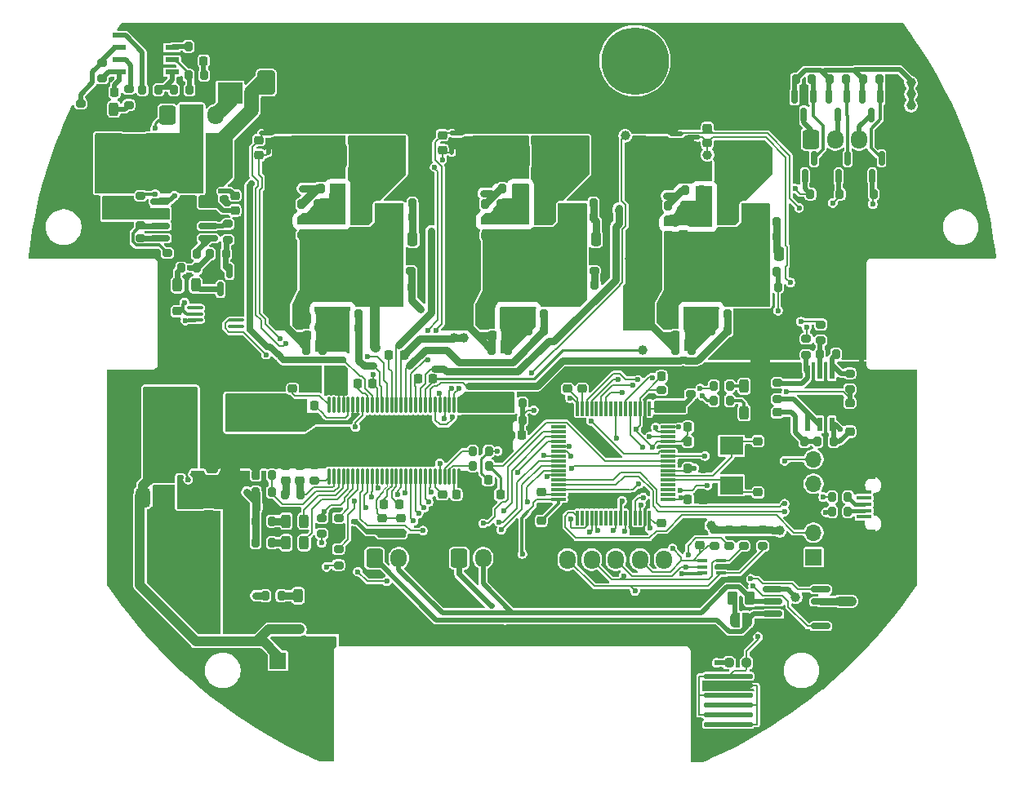
<source format=gbr>
%TF.GenerationSoftware,KiCad,Pcbnew,9.0.0*%
%TF.CreationDate,2025-07-24T13:06:19+09:00*%
%TF.ProjectId,AQUA_VESC,41515541-5f56-4455-9343-2e6b69636164,rev?*%
%TF.SameCoordinates,Original*%
%TF.FileFunction,Copper,L1,Top*%
%TF.FilePolarity,Positive*%
%FSLAX46Y46*%
G04 Gerber Fmt 4.6, Leading zero omitted, Abs format (unit mm)*
G04 Created by KiCad (PCBNEW 9.0.0) date 2025-07-24 13:06:19*
%MOMM*%
%LPD*%
G01*
G04 APERTURE LIST*
G04 Aperture macros list*
%AMRoundRect*
0 Rectangle with rounded corners*
0 $1 Rounding radius*
0 $2 $3 $4 $5 $6 $7 $8 $9 X,Y pos of 4 corners*
0 Add a 4 corners polygon primitive as box body*
4,1,4,$2,$3,$4,$5,$6,$7,$8,$9,$2,$3,0*
0 Add four circle primitives for the rounded corners*
1,1,$1+$1,$2,$3*
1,1,$1+$1,$4,$5*
1,1,$1+$1,$6,$7*
1,1,$1+$1,$8,$9*
0 Add four rect primitives between the rounded corners*
20,1,$1+$1,$2,$3,$4,$5,0*
20,1,$1+$1,$4,$5,$6,$7,0*
20,1,$1+$1,$6,$7,$8,$9,0*
20,1,$1+$1,$8,$9,$2,$3,0*%
%AMFreePoly0*
4,1,23,0.500000,-0.750000,0.000000,-0.750000,0.000000,-0.745722,-0.065263,-0.745722,-0.191342,-0.711940,-0.304381,-0.646677,-0.396677,-0.554381,-0.461940,-0.441342,-0.495722,-0.315263,-0.495722,-0.250000,-0.500000,-0.250000,-0.500000,0.250000,-0.495722,0.250000,-0.495722,0.315263,-0.461940,0.441342,-0.396677,0.554381,-0.304381,0.646677,-0.191342,0.711940,-0.065263,0.745722,0.000000,0.745722,
0.000000,0.750000,0.500000,0.750000,0.500000,-0.750000,0.500000,-0.750000,$1*%
%AMFreePoly1*
4,1,23,0.000000,0.745722,0.065263,0.745722,0.191342,0.711940,0.304381,0.646677,0.396677,0.554381,0.461940,0.441342,0.495722,0.315263,0.495722,0.250000,0.500000,0.250000,0.500000,-0.250000,0.495722,-0.250000,0.495722,-0.315263,0.461940,-0.441342,0.396677,-0.554381,0.304381,-0.646677,0.191342,-0.711940,0.065263,-0.745722,0.000000,-0.745722,0.000000,-0.750000,-0.500000,-0.750000,
-0.500000,0.750000,0.000000,0.750000,0.000000,0.745722,0.000000,0.745722,$1*%
G04 Aperture macros list end*
%TA.AperFunction,EtchedComponent*%
%ADD10C,0.000000*%
%TD*%
%TA.AperFunction,EtchedComponent*%
%ADD11C,0.200000*%
%TD*%
%TA.AperFunction,SMDPad,CuDef*%
%ADD12RoundRect,0.225000X-0.250000X0.225000X-0.250000X-0.225000X0.250000X-0.225000X0.250000X0.225000X0*%
%TD*%
%TA.AperFunction,SMDPad,CuDef*%
%ADD13RoundRect,0.200000X-0.200000X-0.275000X0.200000X-0.275000X0.200000X0.275000X-0.200000X0.275000X0*%
%TD*%
%TA.AperFunction,SMDPad,CuDef*%
%ADD14RoundRect,0.225000X0.225000X0.250000X-0.225000X0.250000X-0.225000X-0.250000X0.225000X-0.250000X0*%
%TD*%
%TA.AperFunction,SMDPad,CuDef*%
%ADD15RoundRect,0.225000X-0.225000X-0.250000X0.225000X-0.250000X0.225000X0.250000X-0.225000X0.250000X0*%
%TD*%
%TA.AperFunction,SMDPad,CuDef*%
%ADD16RoundRect,0.200000X0.275000X-0.200000X0.275000X0.200000X-0.275000X0.200000X-0.275000X-0.200000X0*%
%TD*%
%TA.AperFunction,SMDPad,CuDef*%
%ADD17RoundRect,0.200000X0.200000X0.275000X-0.200000X0.275000X-0.200000X-0.275000X0.200000X-0.275000X0*%
%TD*%
%TA.AperFunction,ComponentPad*%
%ADD18RoundRect,0.250000X-0.600000X-0.725000X0.600000X-0.725000X0.600000X0.725000X-0.600000X0.725000X0*%
%TD*%
%TA.AperFunction,ComponentPad*%
%ADD19O,1.700000X1.950000*%
%TD*%
%TA.AperFunction,SMDPad,CuDef*%
%ADD20C,2.000000*%
%TD*%
%TA.AperFunction,SMDPad,CuDef*%
%ADD21RoundRect,0.150000X-0.150000X0.587500X-0.150000X-0.587500X0.150000X-0.587500X0.150000X0.587500X0*%
%TD*%
%TA.AperFunction,SMDPad,CuDef*%
%ADD22R,1.016000X0.355600*%
%TD*%
%TA.AperFunction,SMDPad,CuDef*%
%ADD23RoundRect,0.225000X0.250000X-0.225000X0.250000X0.225000X-0.250000X0.225000X-0.250000X-0.225000X0*%
%TD*%
%TA.AperFunction,SMDPad,CuDef*%
%ADD24R,2.400000X3.200000*%
%TD*%
%TA.AperFunction,SMDPad,CuDef*%
%ADD25RoundRect,0.243750X0.243750X0.456250X-0.243750X0.456250X-0.243750X-0.456250X0.243750X-0.456250X0*%
%TD*%
%TA.AperFunction,SMDPad,CuDef*%
%ADD26RoundRect,0.250000X2.450000X-0.650000X2.450000X0.650000X-2.450000X0.650000X-2.450000X-0.650000X0*%
%TD*%
%TA.AperFunction,SMDPad,CuDef*%
%ADD27RoundRect,0.250000X0.325000X1.100000X-0.325000X1.100000X-0.325000X-1.100000X0.325000X-1.100000X0*%
%TD*%
%TA.AperFunction,SMDPad,CuDef*%
%ADD28RoundRect,0.250000X0.650000X-1.000000X0.650000X1.000000X-0.650000X1.000000X-0.650000X-1.000000X0*%
%TD*%
%TA.AperFunction,SMDPad,CuDef*%
%ADD29RoundRect,0.250000X-0.325000X-1.100000X0.325000X-1.100000X0.325000X1.100000X-0.325000X1.100000X0*%
%TD*%
%TA.AperFunction,SMDPad,CuDef*%
%ADD30RoundRect,0.564250X-1.275750X0.960750X-1.275750X-0.960750X1.275750X-0.960750X1.275750X0.960750X0*%
%TD*%
%TA.AperFunction,SMDPad,CuDef*%
%ADD31R,2.590800X2.196600*%
%TD*%
%TA.AperFunction,SMDPad,CuDef*%
%ADD32O,1.692000X0.364000*%
%TD*%
%TA.AperFunction,SMDPad,CuDef*%
%ADD33R,1.400000X1.700000*%
%TD*%
%TA.AperFunction,SMDPad,CuDef*%
%ADD34RoundRect,0.250000X-0.250000X-0.475000X0.250000X-0.475000X0.250000X0.475000X-0.250000X0.475000X0*%
%TD*%
%TA.AperFunction,SMDPad,CuDef*%
%ADD35C,0.500000*%
%TD*%
%TA.AperFunction,SMDPad,CuDef*%
%ADD36RoundRect,0.250000X0.325000X0.650000X-0.325000X0.650000X-0.325000X-0.650000X0.325000X-0.650000X0*%
%TD*%
%TA.AperFunction,SMDPad,CuDef*%
%ADD37RoundRect,0.200000X-0.275000X0.200000X-0.275000X-0.200000X0.275000X-0.200000X0.275000X0.200000X0*%
%TD*%
%TA.AperFunction,SMDPad,CuDef*%
%ADD38R,1.460500X0.558800*%
%TD*%
%TA.AperFunction,SMDPad,CuDef*%
%ADD39RoundRect,0.375000X-0.375000X0.625000X-0.375000X-0.625000X0.375000X-0.625000X0.375000X0.625000X0*%
%TD*%
%TA.AperFunction,SMDPad,CuDef*%
%ADD40RoundRect,0.500000X-1.400000X0.500000X-1.400000X-0.500000X1.400000X-0.500000X1.400000X0.500000X0*%
%TD*%
%TA.AperFunction,SMDPad,CuDef*%
%ADD41FreePoly0,0.000000*%
%TD*%
%TA.AperFunction,SMDPad,CuDef*%
%ADD42FreePoly1,0.000000*%
%TD*%
%TA.AperFunction,SMDPad,CuDef*%
%ADD43R,2.400000X1.900000*%
%TD*%
%TA.AperFunction,SMDPad,CuDef*%
%ADD44R,1.524000X0.400000*%
%TD*%
%TA.AperFunction,SMDPad,CuDef*%
%ADD45R,1.220000X1.500000*%
%TD*%
%TA.AperFunction,SMDPad,CuDef*%
%ADD46R,1.000000X1.000000*%
%TD*%
%TA.AperFunction,SMDPad,CuDef*%
%ADD47RoundRect,0.243750X-0.243750X-0.456250X0.243750X-0.456250X0.243750X0.456250X-0.243750X0.456250X0*%
%TD*%
%TA.AperFunction,ComponentPad*%
%ADD48C,0.800000*%
%TD*%
%TA.AperFunction,ComponentPad*%
%ADD49C,7.000000*%
%TD*%
%TA.AperFunction,SMDPad,CuDef*%
%ADD50R,0.558800X1.460500*%
%TD*%
%TA.AperFunction,SMDPad,CuDef*%
%ADD51RoundRect,0.150000X0.825000X0.150000X-0.825000X0.150000X-0.825000X-0.150000X0.825000X-0.150000X0*%
%TD*%
%TA.AperFunction,SMDPad,CuDef*%
%ADD52RoundRect,0.150000X-0.825000X-0.150000X0.825000X-0.150000X0.825000X0.150000X-0.825000X0.150000X0*%
%TD*%
%TA.AperFunction,HeatsinkPad*%
%ADD53C,0.500000*%
%TD*%
%TA.AperFunction,HeatsinkPad*%
%ADD54R,2.410000X3.300000*%
%TD*%
%TA.AperFunction,SMDPad,CuDef*%
%ADD55RoundRect,0.250000X1.100000X-0.325000X1.100000X0.325000X-1.100000X0.325000X-1.100000X-0.325000X0*%
%TD*%
%TA.AperFunction,SMDPad,CuDef*%
%ADD56RoundRect,0.250000X-0.262500X-0.450000X0.262500X-0.450000X0.262500X0.450000X-0.262500X0.450000X0*%
%TD*%
%TA.AperFunction,SMDPad,CuDef*%
%ADD57RoundRect,0.075000X0.700000X0.075000X-0.700000X0.075000X-0.700000X-0.075000X0.700000X-0.075000X0*%
%TD*%
%TA.AperFunction,SMDPad,CuDef*%
%ADD58RoundRect,0.075000X0.075000X0.700000X-0.075000X0.700000X-0.075000X-0.700000X0.075000X-0.700000X0*%
%TD*%
%TA.AperFunction,SMDPad,CuDef*%
%ADD59RoundRect,0.250000X-1.100000X0.325000X-1.100000X-0.325000X1.100000X-0.325000X1.100000X0.325000X0*%
%TD*%
%TA.AperFunction,SMDPad,CuDef*%
%ADD60RoundRect,0.075000X-2.425000X-0.175000X2.425000X-0.175000X2.425000X0.175000X-2.425000X0.175000X0*%
%TD*%
%TA.AperFunction,SMDPad,CuDef*%
%ADD61RoundRect,0.150000X0.150000X-0.587500X0.150000X0.587500X-0.150000X0.587500X-0.150000X-0.587500X0*%
%TD*%
%TA.AperFunction,SMDPad,CuDef*%
%ADD62RoundRect,0.250000X-0.325000X-0.650000X0.325000X-0.650000X0.325000X0.650000X-0.325000X0.650000X0*%
%TD*%
%TA.AperFunction,SMDPad,CuDef*%
%ADD63RoundRect,0.237500X-0.250000X-0.237500X0.250000X-0.237500X0.250000X0.237500X-0.250000X0.237500X0*%
%TD*%
%TA.AperFunction,SMDPad,CuDef*%
%ADD64O,0.280000X1.715000*%
%TD*%
%TA.AperFunction,SMDPad,CuDef*%
%ADD65R,5.825000X3.235000*%
%TD*%
%TA.AperFunction,ComponentPad*%
%ADD66R,1.905000X2.000000*%
%TD*%
%TA.AperFunction,ComponentPad*%
%ADD67O,1.905000X2.000000*%
%TD*%
%TA.AperFunction,ComponentPad*%
%ADD68R,1.700000X1.700000*%
%TD*%
%TA.AperFunction,ComponentPad*%
%ADD69O,1.700000X1.700000*%
%TD*%
%TA.AperFunction,ViaPad*%
%ADD70C,0.600000*%
%TD*%
%TA.AperFunction,ViaPad*%
%ADD71C,1.000000*%
%TD*%
%TA.AperFunction,Conductor*%
%ADD72C,0.200000*%
%TD*%
%TA.AperFunction,Conductor*%
%ADD73C,0.800000*%
%TD*%
%TA.AperFunction,Conductor*%
%ADD74C,0.500000*%
%TD*%
%TA.AperFunction,Conductor*%
%ADD75C,0.300000*%
%TD*%
%TA.AperFunction,Conductor*%
%ADD76C,1.000000*%
%TD*%
%TA.AperFunction,Conductor*%
%ADD77C,0.100000*%
%TD*%
%TA.AperFunction,Conductor*%
%ADD78C,0.250000*%
%TD*%
%TA.AperFunction,Conductor*%
%ADD79C,0.600000*%
%TD*%
%TA.AperFunction,Conductor*%
%ADD80C,1.500000*%
%TD*%
%TA.AperFunction,Conductor*%
%ADD81C,0.400000*%
%TD*%
%TA.AperFunction,Conductor*%
%ADD82C,0.700000*%
%TD*%
%TA.AperFunction,Conductor*%
%ADD83C,0.900000*%
%TD*%
G04 APERTURE END LIST*
D10*
%TA.AperFunction,EtchedComponent*%
%TO.C,NT1*%
G36*
X246750000Y-90000000D02*
G01*
X244750000Y-90000000D01*
X244750000Y-86000000D01*
X246750000Y-86000000D01*
X246750000Y-90000000D01*
G37*
%TD.AperFunction*%
%TA.AperFunction,EtchedComponent*%
%TO.C,NT6*%
G36*
X214000000Y-67250000D02*
G01*
X213500000Y-67250000D01*
X213500000Y-66250000D01*
X214000000Y-66250000D01*
X214000000Y-67250000D01*
G37*
%TD.AperFunction*%
%TA.AperFunction,EtchedComponent*%
%TO.C,NT5*%
G36*
X195000000Y-65500000D02*
G01*
X194000000Y-65500000D01*
X194000000Y-65000000D01*
X195000000Y-65000000D01*
X195000000Y-65500000D01*
G37*
%TD.AperFunction*%
%TA.AperFunction,EtchedComponent*%
%TO.C,NT3*%
G36*
X256500000Y-89250000D02*
G01*
X256000000Y-89250000D01*
X256000000Y-88250000D01*
X256500000Y-88250000D01*
X256500000Y-89250000D01*
G37*
%TD.AperFunction*%
D11*
%TO.C,U2*%
X239400000Y-121600000D02*
X239400000Y-125600000D01*
X239400000Y-123600000D02*
X239900000Y-123600000D01*
X239400000Y-125600000D02*
X239900000Y-125600000D01*
X239900000Y-121600000D02*
X239400000Y-121600000D01*
X244900000Y-122600000D02*
X245400000Y-122600000D01*
X244900000Y-124600000D02*
X245400000Y-124600000D01*
X245400000Y-122600000D02*
X245400000Y-126600000D01*
X245400000Y-126600000D02*
X244900000Y-126600000D01*
D10*
%TA.AperFunction,EtchedComponent*%
%TO.C,NT2*%
G36*
X191800000Y-103000000D02*
G01*
X189800000Y-103000000D01*
X189800000Y-99000000D01*
X191800000Y-99000000D01*
X191800000Y-103000000D01*
G37*
%TD.AperFunction*%
%TA.AperFunction,EtchedComponent*%
%TO.C,NT8*%
G36*
X239250000Y-65950000D02*
G01*
X238250000Y-65950000D01*
X238250000Y-65450000D01*
X239250000Y-65450000D01*
X239250000Y-65950000D01*
G37*
%TD.AperFunction*%
%TA.AperFunction,EtchedComponent*%
%TO.C,NT7*%
G36*
X214750000Y-65500000D02*
G01*
X213750000Y-65500000D01*
X213750000Y-65000000D01*
X214750000Y-65000000D01*
X214750000Y-65500000D01*
G37*
%TD.AperFunction*%
%TA.AperFunction,EtchedComponent*%
%TO.C,NT9*%
G36*
X237500000Y-65550000D02*
G01*
X236500000Y-65550000D01*
X236500000Y-65050000D01*
X237500000Y-65050000D01*
X237500000Y-65550000D01*
G37*
%TD.AperFunction*%
%TA.AperFunction,EtchedComponent*%
%TO.C,NT4*%
G36*
X195000000Y-67250000D02*
G01*
X194500000Y-67250000D01*
X194500000Y-66250000D01*
X195000000Y-66250000D01*
X195000000Y-67250000D01*
G37*
%TD.AperFunction*%
%TD*%
D12*
%TO.P,C28,1*%
%TO.N,Net-(U5-+INB)*%
X247500000Y-94225000D03*
%TO.P,C28,2*%
%TO.N,GNDD*%
X247500000Y-95775000D03*
%TD*%
D13*
%TO.P,R19,1*%
%TO.N,GNDPWR*%
X193425000Y-100750000D03*
%TO.P,R19,2*%
%TO.N,Net-(U6-VSENSE)*%
X195075000Y-100750000D03*
%TD*%
D14*
%TO.P,C33,1*%
%TO.N,Net-(U6-BST_BK)*%
X199525000Y-93500000D03*
%TO.P,C33,2*%
%TO.N,Net-(D4-K)*%
X197975000Y-93500000D03*
%TD*%
D15*
%TO.P,C13,1*%
%TO.N,+3V3*%
X238225000Y-97250000D03*
%TO.P,C13,2*%
%TO.N,GNDD*%
X239775000Y-97250000D03*
%TD*%
D16*
%TO.P,R65,1*%
%TO.N,/Power MOSFETs/TEMP*%
X238500000Y-92325000D03*
%TO.P,R65,2*%
%TO.N,GNDD*%
X238500000Y-90675000D03*
%TD*%
%TO.P,R70,1*%
%TO.N,GNDPWR*%
X184250000Y-79325000D03*
%TO.P,R70,2*%
%TO.N,Net-(U9-EN)*%
X184250000Y-77675000D03*
%TD*%
D17*
%TO.P,R40,1*%
%TO.N,/DRV8301/GL_A*%
X204075000Y-84000000D03*
%TO.P,R40,2*%
%TO.N,Net-(Q2-G)*%
X202425000Y-84000000D03*
%TD*%
D13*
%TO.P,R22,1*%
%TO.N,+5V*%
X193425000Y-105500000D03*
%TO.P,R22,2*%
%TO.N,Net-(5V1-A)*%
X195075000Y-105500000D03*
%TD*%
D15*
%TO.P,C7,1*%
%TO.N,+3V3*%
X235475000Y-90500000D03*
%TO.P,C7,2*%
%TO.N,GNDD*%
X237025000Y-90500000D03*
%TD*%
D18*
%TO.P,CAN1,1,Pin_1*%
%TO.N,/CAN/CANH*%
X205750000Y-109350000D03*
D19*
%TO.P,CAN1,2,Pin_2*%
%TO.N,/CAN/CANL*%
X208250000Y-109350000D03*
%TD*%
D20*
%TO.P,NT1,1,1*%
%TO.N,GNDD*%
X245750000Y-90000000D03*
%TO.P,NT1,2,2*%
%TO.N,GNDPWR*%
X245750000Y-86000000D03*
%TD*%
D21*
%TO.P,Q9,1,G*%
%TO.N,Net-(Q8-D)*%
X254700000Y-61462500D03*
%TO.P,Q9,2,S*%
%TO.N,+5V*%
X252800000Y-61462500D03*
%TO.P,Q9,3,D*%
%TO.N,/RGBLED_Driver/RED_OUT*%
X253750000Y-63337500D03*
%TD*%
D13*
%TO.P,R80,1*%
%TO.N,SERVO_CURRENT*%
X181675000Y-60750000D03*
%TO.P,R80,2*%
%TO.N,Net-(U12-OUTA)*%
X183325000Y-60750000D03*
%TD*%
D12*
%TO.P,C17,1*%
%TO.N,/DRV8301/BR_SO3*%
X255000000Y-93225000D03*
%TO.P,C17,2*%
%TO.N,GNDD*%
X255000000Y-94775000D03*
%TD*%
%TO.P,C19,1*%
%TO.N,Net-(U6-GVDD)*%
X208500000Y-105225000D03*
%TO.P,C19,2*%
%TO.N,GNDPWR*%
X208500000Y-106775000D03*
%TD*%
D22*
%TO.P,U1,1,CATHODE*%
%TO.N,/STM32F405/HALL_1*%
X241655000Y-110899999D03*
%TO.P,U1,2,ANODE*%
%TO.N,GNDD*%
X241655000Y-110250000D03*
%TO.P,U1,3,CATHODE*%
%TO.N,/STM32F405/HALL_2*%
X241655000Y-109600001D03*
%TO.P,U1,4,CATHODE*%
%TO.N,/STM32F405/TEMP_MOTER*%
X239750000Y-109600001D03*
%TO.P,U1,5,CATHODE*%
%TO.N,/STM32F405/HALL_3*%
X239750000Y-110250000D03*
%TO.P,U1,6,CATHODE*%
%TO.N,+3V3*%
X239750000Y-110899999D03*
%TD*%
D13*
%TO.P,R71,1*%
%TO.N,+7V*%
X188675000Y-77750000D03*
%TO.P,R71,2*%
%TO.N,Net-(Q7-G)*%
X190325000Y-77750000D03*
%TD*%
D14*
%TO.P,C53,1*%
%TO.N,Net-(Q4-G)*%
X219500000Y-86250000D03*
%TO.P,C53,2*%
%TO.N,Net-(Q4-S)*%
X217950000Y-86250000D03*
%TD*%
D23*
%TO.P,C3,1*%
%TO.N,Net-(U3-PH0)*%
X245500000Y-102525000D03*
%TO.P,C3,2*%
%TO.N,GNDD*%
X245500000Y-100975000D03*
%TD*%
D13*
%TO.P,R11,1*%
%TO.N,/STM32F405/LED_RED*%
X240925000Y-91500000D03*
%TO.P,R11,2*%
%TO.N,Net-(D1-A)*%
X242575000Y-91500000D03*
%TD*%
D16*
%TO.P,R35,1*%
%TO.N,/DRV8301/SENS2*%
X228500000Y-79575000D03*
%TO.P,R35,2*%
%TO.N,GNDPWR*%
X228500000Y-77925000D03*
%TD*%
D17*
%TO.P,R32,1*%
%TO.N,/DRV8301/SENS1*%
X209575000Y-81250000D03*
%TO.P,R32,2*%
%TO.N,/DRV8301/H1_VS*%
X207925000Y-81250000D03*
%TD*%
D24*
%TO.P,U10,1,1*%
%TO.N,Net-(D6-K)*%
X189750000Y-68000000D03*
%TO.P,U10,2,2*%
%TO.N,+7V*%
X183750000Y-68000000D03*
%TD*%
D17*
%TO.P,R34,1*%
%TO.N,/DRV8301/SENS2*%
X228575000Y-81000000D03*
%TO.P,R34,2*%
%TO.N,/DRV8301/H2_VS*%
X226925000Y-81000000D03*
%TD*%
D25*
%TO.P,OCW1,1,K*%
%TO.N,Net-(OCW1-K)*%
X198437500Y-107750000D03*
%TO.P,OCW1,2,A*%
%TO.N,Net-(OCW1-A)*%
X196562500Y-107750000D03*
%TD*%
D26*
%TO.P,C51,1*%
%TO.N,V_SUPPLY*%
X225000000Y-68050000D03*
%TO.P,C51,2*%
%TO.N,GNDPWR*%
X225000000Y-62950000D03*
%TD*%
D12*
%TO.P,C9,1*%
%TO.N,Net-(U3-VCAP_2)*%
X223000000Y-102475000D03*
%TO.P,C9,2*%
%TO.N,GNDD*%
X223000000Y-104025000D03*
%TD*%
D17*
%TO.P,R42,1*%
%TO.N,Net-(Q2-G)*%
X200325000Y-87750000D03*
%TO.P,R42,2*%
%TO.N,Net-(Q2-S)*%
X198675000Y-87750000D03*
%TD*%
D12*
%TO.P,C20,1*%
%TO.N,GNDPWR*%
X196500000Y-99725000D03*
%TO.P,C20,2*%
%TO.N,Net-(C20-Pad2)*%
X196500000Y-101275000D03*
%TD*%
D27*
%TO.P,C41,1*%
%TO.N,+5V*%
X183075000Y-99000000D03*
%TO.P,C41,2*%
%TO.N,GNDPWR*%
X180125000Y-99000000D03*
%TD*%
D12*
%TO.P,C52,1*%
%TO.N,Net-(Q3-G)*%
X218750000Y-74225000D03*
%TO.P,C52,2*%
%TO.N,/DRV8301/H2_VS*%
X218750000Y-75775000D03*
%TD*%
D28*
%TO.P,D6,1,K*%
%TO.N,Net-(D6-K)*%
X194500000Y-60000000D03*
%TO.P,D6,2,A*%
%TO.N,GNDPWR*%
X194500000Y-56000000D03*
%TD*%
D13*
%TO.P,R21,1*%
%TO.N,Net-(C20-Pad2)*%
X196425000Y-102750000D03*
%TO.P,R21,2*%
%TO.N,Net-(U6-COMP)*%
X198075000Y-102750000D03*
%TD*%
%TO.P,R48,1*%
%TO.N,/DRV8301/GH_B*%
X217175000Y-72600000D03*
%TO.P,R48,2*%
%TO.N,Net-(Q3-G)*%
X218825000Y-72600000D03*
%TD*%
D23*
%TO.P,C2,1*%
%TO.N,/STM32F405/TEMP_MOTER*%
X239500000Y-108025000D03*
%TO.P,C2,2*%
%TO.N,GNDD*%
X239500000Y-106475000D03*
%TD*%
D18*
%TO.P,J1,1,Pin_1*%
%TO.N,GNDD*%
X223250000Y-109500000D03*
D19*
%TO.P,J1,2,Pin_2*%
%TO.N,/STM32F405/HALL_1*%
X225750000Y-109500000D03*
%TO.P,J1,3,Pin_3*%
%TO.N,/STM32F405/HALL_2*%
X228250000Y-109500000D03*
%TO.P,J1,4,Pin_4*%
%TO.N,/STM32F405/HALL_3*%
X230750000Y-109500000D03*
%TO.P,J1,5,Pin_5*%
%TO.N,/STM32F405/TEMP_MOTER*%
X233250000Y-109500000D03*
%TO.P,J1,6,Pin_6*%
%TO.N,+3V3*%
X235750000Y-109500000D03*
%TD*%
D25*
%TO.P,5V1,1,K*%
%TO.N,Net-(5V1-K)*%
X198437500Y-105500000D03*
%TO.P,5V1,2,A*%
%TO.N,Net-(5V1-A)*%
X196562500Y-105500000D03*
%TD*%
D28*
%TO.P,D4,1,K*%
%TO.N,Net-(D4-K)*%
X194750000Y-94000000D03*
%TO.P,D4,2,A*%
%TO.N,GNDPWR*%
X194750000Y-90000000D03*
%TD*%
D13*
%TO.P,R58,1*%
%TO.N,/DRV8301/GH_C*%
X237975000Y-71200000D03*
%TO.P,R58,2*%
%TO.N,Net-(Q5-G)*%
X239625000Y-71200000D03*
%TD*%
D25*
%TO.P,D5,1,K*%
%TO.N,Net-(D5-K)*%
X187187500Y-81000000D03*
%TO.P,D5,2,A*%
%TO.N,Net-(D5-A)*%
X185312500Y-81000000D03*
%TD*%
D15*
%TO.P,C36,1*%
%TO.N,Net-(U6-BST_C)*%
X210225000Y-90750000D03*
%TO.P,C36,2*%
%TO.N,/DRV8301/H3_VS*%
X211775000Y-90750000D03*
%TD*%
D17*
%TO.P,R85,1*%
%TO.N,Net-(Q8-D)*%
X254575000Y-59650000D03*
%TO.P,R85,2*%
%TO.N,+5V*%
X252925000Y-59650000D03*
%TD*%
D29*
%TO.P,C45,1*%
%TO.N,+3V3*%
X188525000Y-111250000D03*
%TO.P,C45,2*%
%TO.N,GNDD*%
X191475000Y-111250000D03*
%TD*%
D30*
%TO.P,R66,1,1*%
%TO.N,GNDPWR*%
X233500000Y-63365000D03*
%TO.P,R66,2,2*%
%TO.N,Net-(Q6-S)*%
X233500000Y-67635000D03*
%TD*%
D16*
%TO.P,R82,1*%
%TO.N,+7V*%
X177500000Y-59575000D03*
%TO.P,R82,2*%
%TO.N,Net-(U12--INB)*%
X177500000Y-57925000D03*
%TD*%
%TO.P,R18,1*%
%TO.N,+3V3*%
X200250000Y-106825000D03*
%TO.P,R18,2*%
%TO.N,/DRV8301/FAULT*%
X200250000Y-105175000D03*
%TD*%
D15*
%TO.P,C26,1*%
%TO.N,Net-(U6-AVDD)*%
X214225000Y-102750000D03*
%TO.P,C26,2*%
%TO.N,GNDD*%
X215775000Y-102750000D03*
%TD*%
D21*
%TO.P,Q7,1,G*%
%TO.N,Net-(Q7-G)*%
X190700000Y-79562500D03*
%TO.P,Q7,2,S*%
%TO.N,GNDPWR*%
X188800000Y-79562500D03*
%TO.P,Q7,3,D*%
%TO.N,Net-(D5-K)*%
X189750000Y-81437500D03*
%TD*%
D13*
%TO.P,R17,1*%
%TO.N,Net-(U5--INA)*%
X251925000Y-88175000D03*
%TO.P,R17,2*%
%TO.N,Net-(U5-OUTA)*%
X253575000Y-88175000D03*
%TD*%
D31*
%TO.P,R77,1*%
%TO.N,GNDPWR*%
X190750000Y-55298300D03*
%TO.P,R77,2*%
%TO.N,Net-(M1--)*%
X190750000Y-61101700D03*
%TD*%
D32*
%TO.P,U11,1,ENA*%
%TO.N,unconnected-(U11-ENA-Pad1)*%
X191396000Y-85300000D03*
%TO.P,U11,2,INA*%
%TO.N,/SERVO/SERVO_PWM*%
X191396000Y-84650000D03*
%TO.P,U11,3,GND*%
%TO.N,GNDPWR*%
X191396000Y-84000000D03*
%TO.P,U11,4,INB*%
X191396000Y-83350000D03*
%TO.P,U11,5,OUTB*%
%TO.N,unconnected-(U11-OUTB-Pad5)*%
X187104000Y-83350000D03*
%TO.P,U11,6,VCC*%
%TO.N,+7V*%
X187104000Y-84000000D03*
%TO.P,U11,7,OUTA*%
%TO.N,Net-(M1-PWM)*%
X187104000Y-84650000D03*
%TO.P,U11,8,ENB*%
%TO.N,GNDPWR*%
X187104000Y-85300000D03*
D33*
%TO.P,U11,9,EP*%
X189250000Y-84325000D03*
%TD*%
D34*
%TO.P,C59,1*%
%TO.N,/DRV8301/H3_VS*%
X245800000Y-77750000D03*
%TO.P,C59,2*%
%TO.N,Net-(C59-Pad2)*%
X247700000Y-77750000D03*
%TD*%
D35*
%TO.P,NT6,1,1*%
%TO.N,/DRV8301/H2_LOW*%
X213750000Y-67250000D03*
%TO.P,NT6,2,2*%
%TO.N,Net-(Q4-S)*%
X213750000Y-66250000D03*
%TD*%
D17*
%TO.P,R62,1*%
%TO.N,Net-(Q6-G)*%
X238575000Y-87750000D03*
%TO.P,R62,2*%
%TO.N,Net-(Q6-S)*%
X236925000Y-87750000D03*
%TD*%
D36*
%TO.P,C38,1*%
%TO.N,+5V*%
X183075000Y-92800000D03*
%TO.P,C38,2*%
%TO.N,GNDPWR*%
X180125000Y-92800000D03*
%TD*%
D12*
%TO.P,C31,1*%
%TO.N,/DRV8301/SPA*%
X193750000Y-65975000D03*
%TO.P,C31,2*%
%TO.N,/DRV8301/H1_LOW*%
X193750000Y-67525000D03*
%TD*%
D37*
%TO.P,R43,1*%
%TO.N,Net-(Q1-G)*%
X198250000Y-74175000D03*
%TO.P,R43,2*%
%TO.N,/DRV8301/H1_VS*%
X198250000Y-75825000D03*
%TD*%
D12*
%TO.P,C23,1*%
%TO.N,GNDPWR*%
X198000000Y-99725000D03*
%TO.P,C23,2*%
%TO.N,Net-(U6-COMP)*%
X198000000Y-101275000D03*
%TD*%
D17*
%TO.P,R46,1*%
%TO.N,GNDPWR*%
X211325000Y-72500000D03*
%TO.P,R46,2*%
%TO.N,Net-(C49-Pad2)*%
X209675000Y-72500000D03*
%TD*%
D16*
%TO.P,R1,1*%
%TO.N,Net-(SERVO_CNT1-A)*%
X180250000Y-62325000D03*
%TO.P,R1,2*%
%TO.N,/SERVO/SERVO*%
X180250000Y-60675000D03*
%TD*%
D14*
%TO.P,C22,1*%
%TO.N,/DRV8301/BR_SO2*%
X218775000Y-102750000D03*
%TO.P,C22,2*%
%TO.N,GNDD*%
X217225000Y-102750000D03*
%TD*%
D38*
%TO.P,U12,1,OUTA*%
%TO.N,Net-(U12-OUTA)*%
X184724150Y-58905000D03*
%TO.P,U12,2,-INA*%
%TO.N,Net-(U12--INA)*%
X184724150Y-57635000D03*
%TO.P,U12,3,+INA*%
%TO.N,Net-(U12-+INA)*%
X184724150Y-56365000D03*
%TO.P,U12,4,-VS*%
%TO.N,GNDPWR*%
X184724150Y-55095000D03*
%TO.P,U12,5,+INB*%
%TO.N,SERVO_CURRENT*%
X179275850Y-55095000D03*
%TO.P,U12,6,-INB*%
%TO.N,Net-(U12--INB)*%
X179275850Y-56365000D03*
%TO.P,U12,7,OUTB*%
%TO.N,/SERVO/SERVO*%
X179275850Y-57635000D03*
%TO.P,U12,8,+VS*%
%TO.N,+7V*%
X179275850Y-58905000D03*
%TD*%
D30*
%TO.P,R54,1,1*%
%TO.N,GNDPWR*%
X216000000Y-63365000D03*
%TO.P,R54,2,2*%
%TO.N,Net-(Q4-S)*%
X216000000Y-67635000D03*
%TD*%
D37*
%TO.P,R53,1*%
%TO.N,Net-(Q3-G)*%
X217250000Y-74175000D03*
%TO.P,R53,2*%
%TO.N,/DRV8301/H2_VS*%
X217250000Y-75825000D03*
%TD*%
D39*
%TO.P,U8,1,GND*%
%TO.N,GNDD*%
X186300000Y-103100000D03*
%TO.P,U8,2,VO*%
%TO.N,+3V3*%
X184000000Y-103100000D03*
D40*
X184000000Y-109400000D03*
D39*
%TO.P,U8,3,VI*%
%TO.N,+5V*%
X181700000Y-103100000D03*
%TD*%
D37*
%TO.P,TH1,1*%
%TO.N,+3V3*%
X235500000Y-91925000D03*
%TO.P,TH1,2*%
%TO.N,/Power MOSFETs/TEMP*%
X235500000Y-93575000D03*
%TD*%
D17*
%TO.P,R68,1*%
%TO.N,GNDPWR*%
X249075000Y-76000000D03*
%TO.P,R68,2*%
%TO.N,Net-(C59-Pad2)*%
X247425000Y-76000000D03*
%TD*%
D13*
%TO.P,R8,1*%
%TO.N,/STM32F405/USB_DM*%
X253175000Y-103000000D03*
%TO.P,R8,2*%
%TO.N,Net-(USB1-D+)*%
X254825000Y-103000000D03*
%TD*%
D15*
%TO.P,C14,1*%
%TO.N,+3V3*%
X238225000Y-95750000D03*
%TO.P,C14,2*%
%TO.N,GNDD*%
X239775000Y-95750000D03*
%TD*%
D17*
%TO.P,R47,1*%
%TO.N,GNDPWR*%
X211325000Y-74000000D03*
%TO.P,R47,2*%
%TO.N,Net-(C49-Pad2)*%
X209675000Y-74000000D03*
%TD*%
D41*
%TO.P,JP1,1,A*%
%TO.N,Net-(JP1-A)*%
X243100000Y-115750000D03*
D42*
%TO.P,JP1,2,B*%
%TO.N,/CAN/CANH*%
X244400000Y-115750000D03*
%TD*%
D43*
%TO.P,X1,1,OSC1*%
%TO.N,Net-(U3-PH1)*%
X242750000Y-97700000D03*
%TO.P,X1,2,OSC2*%
%TO.N,Net-(U3-PH0)*%
X242750000Y-101800000D03*
%TD*%
D13*
%TO.P,R37,1*%
%TO.N,/DRV8301/SENS3*%
X247425000Y-79600000D03*
%TO.P,R37,2*%
%TO.N,GNDPWR*%
X249075000Y-79600000D03*
%TD*%
D27*
%TO.P,C40,1*%
%TO.N,+5V*%
X183075000Y-95800000D03*
%TO.P,C40,2*%
%TO.N,GNDPWR*%
X180125000Y-95800000D03*
%TD*%
D30*
%TO.P,R44,1,1*%
%TO.N,GNDPWR*%
X201000000Y-63365000D03*
%TO.P,R44,2,2*%
%TO.N,Net-(Q2-S)*%
X201000000Y-67635000D03*
%TD*%
D24*
%TO.P,U7,1,1*%
%TO.N,Net-(D4-K)*%
X191500000Y-94000000D03*
%TO.P,U7,2,2*%
%TO.N,+5V*%
X185500000Y-94000000D03*
%TD*%
D17*
%TO.P,R79,1*%
%TO.N,GNDPWR*%
X188075000Y-56250000D03*
%TO.P,R79,2*%
%TO.N,Net-(U12-+INA)*%
X186425000Y-56250000D03*
%TD*%
D29*
%TO.P,C42,1*%
%TO.N,+5V*%
X185925000Y-99200000D03*
%TO.P,C42,2*%
%TO.N,GNDPWR*%
X188875000Y-99200000D03*
%TD*%
D23*
%TO.P,C5,1*%
%TO.N,Net-(U3-VCAP_1)*%
X227250000Y-91775000D03*
%TO.P,C5,2*%
%TO.N,GNDD*%
X227250000Y-90225000D03*
%TD*%
D15*
%TO.P,C34,1*%
%TO.N,Net-(U6-BST_A)*%
X203975000Y-91250000D03*
%TO.P,C34,2*%
%TO.N,/DRV8301/H1_VS*%
X205525000Y-91250000D03*
%TD*%
D44*
%TO.P,USB1,1,VCC*%
%TO.N,unconnected-(USB1-VCC-Pad1)*%
X256492500Y-105050000D03*
%TO.P,USB1,2,D-*%
%TO.N,Net-(USB1-D-)*%
X256492500Y-104400000D03*
%TO.P,USB1,3,D+*%
%TO.N,Net-(USB1-D+)*%
X256492500Y-103750000D03*
%TO.P,USB1,4,ID*%
%TO.N,unconnected-(USB1-ID-Pad4)*%
X256492500Y-103100000D03*
%TO.P,USB1,5,GND*%
%TO.N,GNDD*%
X256492500Y-102450000D03*
D45*
%TO.P,USB1,6,GND*%
X259592500Y-107200000D03*
D46*
X257142500Y-106900000D03*
%TO.P,USB1,7,GND*%
X257142500Y-100600000D03*
D45*
X259592500Y-100300000D03*
%TD*%
D15*
%TO.P,C39,1*%
%TO.N,+5V*%
X193475000Y-104000000D03*
%TO.P,C39,2*%
%TO.N,GNDD*%
X195025000Y-104000000D03*
%TD*%
D47*
%TO.P,SERVO_CNT1,1,K*%
%TO.N,GNDPWR*%
X176812500Y-62750000D03*
%TO.P,SERVO_CNT1,2,A*%
%TO.N,Net-(SERVO_CNT1-A)*%
X178687500Y-62750000D03*
%TD*%
D48*
%TO.P,H7,1,1*%
%TO.N,/DRV8301/H1_VS*%
X200375000Y-79250000D03*
X201143845Y-77393845D03*
X201143845Y-81106155D03*
X203000000Y-76625000D03*
D49*
X203000000Y-79250000D03*
D48*
X203000000Y-81875000D03*
X204856155Y-77393845D03*
X204856155Y-81106155D03*
X205625000Y-79250000D03*
%TD*%
D16*
%TO.P,R24,1*%
%TO.N,+3V3*%
X202000000Y-110075000D03*
%TO.P,R24,2*%
%TO.N,/DRV8301/SDO*%
X202000000Y-108425000D03*
%TD*%
%TO.P,R73,1*%
%TO.N,Net-(Q7-G)*%
X190500000Y-76325000D03*
%TO.P,R73,2*%
%TO.N,Net-(U9-PWRGD)*%
X190500000Y-74675000D03*
%TD*%
D25*
%TO.P,D1,1,K*%
%TO.N,GNDD*%
X245937500Y-91500000D03*
%TO.P,D1,2,A*%
%TO.N,Net-(D1-A)*%
X244062500Y-91500000D03*
%TD*%
D17*
%TO.P,R30,1*%
%TO.N,+3V3*%
X253325000Y-97250000D03*
%TO.P,R30,2*%
%TO.N,Net-(U5-+INB)*%
X251675000Y-97250000D03*
%TD*%
%TO.P,R87,1*%
%TO.N,Net-(Q10-D)*%
X258075000Y-59650000D03*
%TO.P,R87,2*%
%TO.N,+5V*%
X256425000Y-59650000D03*
%TD*%
D12*
%TO.P,C32,1*%
%TO.N,/DRV8301/SPB*%
X212750000Y-65475000D03*
%TO.P,C32,2*%
%TO.N,/DRV8301/H2_LOW*%
X212750000Y-67025000D03*
%TD*%
D50*
%TO.P,U5,1,OUTA*%
%TO.N,Net-(U5-OUTA)*%
X253155000Y-90025850D03*
%TO.P,U5,2,-INA*%
%TO.N,Net-(U5--INA)*%
X251885000Y-90025850D03*
%TO.P,U5,3,+INA*%
%TO.N,Net-(U5-+INA)*%
X250615000Y-90025850D03*
%TO.P,U5,4,-VS*%
%TO.N,GNDD*%
X249345000Y-90025850D03*
%TO.P,U5,5,+INB*%
%TO.N,Net-(U5-+INB)*%
X249345000Y-95474150D03*
%TO.P,U5,6,-INB*%
%TO.N,Net-(U5--INB)*%
X250615000Y-95474150D03*
%TO.P,U5,7,OUTB*%
X251885000Y-95474150D03*
%TO.P,U5,8,+VS*%
%TO.N,+3V3*%
X253155000Y-95474150D03*
%TD*%
D12*
%TO.P,C12,1*%
%TO.N,+3V3*%
X235500000Y-105725000D03*
%TO.P,C12,2*%
%TO.N,GNDD*%
X235500000Y-107275000D03*
%TD*%
D13*
%TO.P,R28,1*%
%TO.N,Net-(U6-SO2)*%
X215925000Y-99750000D03*
%TO.P,R28,2*%
%TO.N,/DRV8301/BR_SO2*%
X217575000Y-99750000D03*
%TD*%
D30*
%TO.P,R55,1,1*%
%TO.N,GNDPWR*%
X220000000Y-63365000D03*
%TO.P,R55,2,2*%
%TO.N,Net-(Q4-S)*%
X220000000Y-67635000D03*
%TD*%
D51*
%TO.P,U4,1,TXD*%
%TO.N,/CAN/CAN_TX*%
X251975000Y-116405000D03*
%TO.P,U4,2,GND*%
%TO.N,GNDD*%
X251975000Y-115135000D03*
%TO.P,U4,3,VCC*%
%TO.N,+5V*%
X251975000Y-113865000D03*
%TO.P,U4,4,RXD*%
%TO.N,/CAN/CAN_RX*%
X251975000Y-112595000D03*
%TO.P,U4,5,VIO*%
%TO.N,+3V3*%
X247025000Y-112595000D03*
%TO.P,U4,6,CANL*%
%TO.N,/CAN/CANL*%
X247025000Y-113865000D03*
%TO.P,U4,7,CANH*%
%TO.N,/CAN/CANH*%
X247025000Y-115135000D03*
%TO.P,U4,8,S*%
%TO.N,GNDD*%
X247025000Y-116405000D03*
%TD*%
D21*
%TO.P,Q13,1,G*%
%TO.N,Net-(Q12-D)*%
X251200000Y-61462500D03*
%TO.P,Q13,2,S*%
%TO.N,+5V*%
X249300000Y-61462500D03*
%TO.P,Q13,3,D*%
%TO.N,/RGBLED_Driver/BLUE_OUT*%
X250250000Y-63337500D03*
%TD*%
D35*
%TO.P,NT5,1,1*%
%TO.N,/DRV8301/SPA*%
X194000000Y-65250000D03*
%TO.P,NT5,2,2*%
%TO.N,GNDPWR*%
X195000000Y-65250000D03*
%TD*%
D27*
%TO.P,C37,1*%
%TO.N,V_SUPPLY*%
X201975000Y-90750000D03*
%TO.P,C37,2*%
%TO.N,GNDPWR*%
X199025000Y-90750000D03*
%TD*%
D13*
%TO.P,R12,1*%
%TO.N,/STM32F405/LED_GREEN*%
X240925000Y-93000000D03*
%TO.P,R12,2*%
%TO.N,Net-(D2-A)*%
X242575000Y-93000000D03*
%TD*%
D23*
%TO.P,C58,1*%
%TO.N,/Power MOSFETs/TEMP*%
X237000000Y-93525000D03*
%TO.P,C58,2*%
%TO.N,GNDD*%
X237000000Y-91975000D03*
%TD*%
D37*
%TO.P,R14,1*%
%TO.N,/DRV8301/H3_LOW*%
X252000000Y-85100000D03*
%TO.P,R14,2*%
%TO.N,Net-(U5--INA)*%
X252000000Y-86750000D03*
%TD*%
D30*
%TO.P,R45,1,1*%
%TO.N,GNDPWR*%
X197000000Y-63365000D03*
%TO.P,R45,2,2*%
%TO.N,Net-(Q2-S)*%
X197000000Y-67635000D03*
%TD*%
D21*
%TO.P,Q11,1,G*%
%TO.N,Net-(Q10-D)*%
X258200000Y-61462500D03*
%TO.P,Q11,2,S*%
%TO.N,+5V*%
X256300000Y-61462500D03*
%TO.P,Q11,3,D*%
%TO.N,/RGBLED_Driver/GREEN_OUT*%
X257250000Y-63337500D03*
%TD*%
D14*
%TO.P,C21,1*%
%TO.N,/DRV8301/BR_SO1*%
X217525000Y-101250000D03*
%TO.P,C21,2*%
%TO.N,GNDD*%
X215975000Y-101250000D03*
%TD*%
D25*
%TO.P,D2,1,K*%
%TO.N,GNDD*%
X245937500Y-94250000D03*
%TO.P,D2,2,A*%
%TO.N,Net-(D2-A)*%
X244062500Y-94250000D03*
%TD*%
D12*
%TO.P,C61,1*%
%TO.N,Net-(U9-BOOT)*%
X191250000Y-71725000D03*
%TO.P,C61,2*%
%TO.N,Net-(D6-K)*%
X191250000Y-73275000D03*
%TD*%
D17*
%TO.P,R52,1*%
%TO.N,Net-(Q4-G)*%
X219550000Y-87750000D03*
%TO.P,R52,2*%
%TO.N,Net-(Q4-S)*%
X217900000Y-87750000D03*
%TD*%
D13*
%TO.P,R74,1*%
%TO.N,Net-(D5-A)*%
X185675000Y-79250000D03*
%TO.P,R74,2*%
%TO.N,+7V*%
X187325000Y-79250000D03*
%TD*%
D17*
%TO.P,R60,1*%
%TO.N,/DRV8301/GL_C*%
X242325000Y-84000000D03*
%TO.P,R60,2*%
%TO.N,Net-(Q6-G)*%
X240675000Y-84000000D03*
%TD*%
D14*
%TO.P,C48,1*%
%TO.N,Net-(Q2-G)*%
X200250000Y-86250000D03*
%TO.P,C48,2*%
%TO.N,Net-(Q2-S)*%
X198700000Y-86250000D03*
%TD*%
D23*
%TO.P,C10,1*%
%TO.N,+3V3*%
X225750000Y-91775000D03*
%TO.P,C10,2*%
%TO.N,GNDD*%
X225750000Y-90225000D03*
%TD*%
D17*
%TO.P,R89,1*%
%TO.N,Net-(Q12-D)*%
X251075000Y-59650000D03*
%TO.P,R89,2*%
%TO.N,+5V*%
X249425000Y-59650000D03*
%TD*%
D52*
%TO.P,U9,1,BOOT*%
%TO.N,Net-(U9-BOOT)*%
X183525000Y-72345000D03*
%TO.P,U9,2,VIN*%
%TO.N,V_SUPPLY*%
X183525000Y-73615000D03*
%TO.P,U9,3,EN*%
%TO.N,Net-(U9-EN)*%
X183525000Y-74885000D03*
%TO.P,U9,4,RT_SYNC*%
%TO.N,Net-(U9-RT_SYNC)*%
X183525000Y-76155000D03*
%TO.P,U9,5,FB*%
%TO.N,Net-(U9-FB)*%
X188475000Y-76155000D03*
%TO.P,U9,6,PWRGD*%
%TO.N,Net-(U9-PWRGD)*%
X188475000Y-74885000D03*
%TO.P,U9,7,GND*%
%TO.N,GNDPWR*%
X188475000Y-73615000D03*
%TO.P,U9,8,SW*%
%TO.N,Net-(D6-K)*%
X188475000Y-72345000D03*
D53*
%TO.P,U9,9,PAD*%
%TO.N,GNDPWR*%
X185300000Y-73050000D03*
X185300000Y-74250000D03*
X185300000Y-75450000D03*
D54*
X186000000Y-74250000D03*
D53*
X186700000Y-73050000D03*
X186700000Y-74250000D03*
X186700000Y-75450000D03*
%TD*%
D13*
%TO.P,R49,1*%
%TO.N,/DRV8301/GH_B*%
X218975000Y-71000000D03*
%TO.P,R49,2*%
%TO.N,Net-(Q3-G)*%
X220625000Y-71000000D03*
%TD*%
%TO.P,R38,1*%
%TO.N,/DRV8301/GH_A*%
X200175000Y-71000000D03*
%TO.P,R38,2*%
%TO.N,Net-(Q1-G)*%
X201825000Y-71000000D03*
%TD*%
D29*
%TO.P,C44,1*%
%TO.N,+3V3*%
X188525000Y-108000000D03*
%TO.P,C44,2*%
%TO.N,GNDD*%
X191475000Y-108000000D03*
%TD*%
D12*
%TO.P,C11,1*%
%TO.N,+3V3*%
X223000000Y-105475000D03*
%TO.P,C11,2*%
%TO.N,GNDD*%
X223000000Y-107025000D03*
%TD*%
D35*
%TO.P,NT3,1,1*%
%TO.N,GNDD*%
X256250000Y-89250000D03*
%TO.P,NT3,2,2*%
%TO.N,GNDPWR*%
X256250000Y-88250000D03*
%TD*%
D17*
%TO.P,R50,1*%
%TO.N,/DRV8301/GL_B*%
X223325000Y-84000000D03*
%TO.P,R50,2*%
%TO.N,Net-(Q4-G)*%
X221675000Y-84000000D03*
%TD*%
D55*
%TO.P,C64,1*%
%TO.N,+7V*%
X180750000Y-67475000D03*
%TO.P,C64,2*%
%TO.N,GNDPWR*%
X180750000Y-64525000D03*
%TD*%
D17*
%TO.P,R67,1*%
%TO.N,GNDPWR*%
X249075000Y-74500000D03*
%TO.P,R67,2*%
%TO.N,Net-(C59-Pad2)*%
X247425000Y-74500000D03*
%TD*%
D56*
%TO.P,R_can_termination1,1*%
%TO.N,Net-(JP1-A)*%
X242837500Y-113500000D03*
%TO.P,R_can_termination1,2*%
%TO.N,/CAN/CANL*%
X244662500Y-113500000D03*
%TD*%
D57*
%TO.P,U3,1,VBAT*%
%TO.N,+3V3*%
X236175000Y-103250000D03*
%TO.P,U3,2,PC13*%
%TO.N,PB13*%
X236175000Y-102750000D03*
%TO.P,U3,3,PC14*%
%TO.N,PC14*%
X236175000Y-102250000D03*
%TO.P,U3,4,PC15*%
%TO.N,PC15*%
X236175000Y-101750000D03*
%TO.P,U3,5,PH0*%
%TO.N,Net-(U3-PH0)*%
X236175000Y-101250000D03*
%TO.P,U3,6,PH1*%
%TO.N,Net-(U3-PH1)*%
X236175000Y-100750000D03*
%TO.P,U3,7,NRST*%
%TO.N,NRST*%
X236175000Y-100250000D03*
%TO.P,U3,8,PC0*%
%TO.N,/DRV8301/BR_SO1*%
X236175000Y-99750000D03*
%TO.P,U3,9,PC1*%
%TO.N,/DRV8301/BR_SO2*%
X236175000Y-99250000D03*
%TO.P,U3,10,PC2*%
%TO.N,/DRV8301/BR_SO3*%
X236175000Y-98750000D03*
%TO.P,U3,11,PC3*%
%TO.N,/STM32F405/AN_IN*%
X236175000Y-98250000D03*
%TO.P,U3,12,VSSA*%
%TO.N,GNDD*%
X236175000Y-97750000D03*
%TO.P,U3,13,VDDA*%
%TO.N,+3V3*%
X236175000Y-97250000D03*
%TO.P,U3,14,PA0*%
%TO.N,/DRV8301/SENS1*%
X236175000Y-96750000D03*
%TO.P,U3,15,PA1*%
%TO.N,/DRV8301/SENS2*%
X236175000Y-96250000D03*
%TO.P,U3,16,PA2*%
%TO.N,/DRV8301/SENS3*%
X236175000Y-95750000D03*
D58*
%TO.P,U3,17,PA3*%
%TO.N,/Power MOSFETs/TEMP*%
X234250000Y-93825000D03*
%TO.P,U3,18,VSS*%
%TO.N,GNDD*%
X233750000Y-93825000D03*
%TO.P,U3,19,VDD*%
%TO.N,+3V3*%
X233250000Y-93825000D03*
%TO.P,U3,20,PA4*%
%TO.N,/STM32F405/COMM_NSS*%
X232750000Y-93825000D03*
%TO.P,U3,21,PA5*%
%TO.N,/STM32F405/ADC_EXT*%
X232250000Y-93825000D03*
%TO.P,U3,22,PA6*%
%TO.N,/RGBLED_Driver/BLUE_GATE*%
X231750000Y-93825000D03*
%TO.P,U3,23,PA7*%
%TO.N,/STM32F405/COMM_MOSI*%
X231250000Y-93825000D03*
%TO.P,U3,24,PC4*%
%TO.N,/STM32F405/TEMP_MOTER*%
X230750000Y-93825000D03*
%TO.P,U3,25,PC5*%
%TO.N,PC5*%
X230250000Y-93825000D03*
%TO.P,U3,26,PB0*%
%TO.N,/STM32F405/LED_GREEN*%
X229750000Y-93825000D03*
%TO.P,U3,27,PB1*%
%TO.N,/STM32F405/LED_RED*%
X229250000Y-93825000D03*
%TO.P,U3,28,PB2*%
%TO.N,/STM32F405/PB2_SDA*%
X228750000Y-93825000D03*
%TO.P,U3,29,PB10*%
%TO.N,/RGBLED_Driver/RED_GATE*%
X228250000Y-93825000D03*
%TO.P,U3,30,PB11*%
%TO.N,/RGBLED_Driver/GREEN_GATE*%
X227750000Y-93825000D03*
%TO.P,U3,31,VCAP_1*%
%TO.N,Net-(U3-VCAP_1)*%
X227250000Y-93825000D03*
%TO.P,U3,32,VDD*%
%TO.N,+3V3*%
X226750000Y-93825000D03*
D57*
%TO.P,U3,33,PB12*%
%TO.N,PB12*%
X224825000Y-95750000D03*
%TO.P,U3,34,PB13*%
%TO.N,/DRV8301/L1*%
X224825000Y-96250000D03*
%TO.P,U3,35,PB14*%
%TO.N,/DRV8301/L2*%
X224825000Y-96750000D03*
%TO.P,U3,36,PB15*%
%TO.N,/DRV8301/L3*%
X224825000Y-97250000D03*
%TO.P,U3,37,PC6*%
%TO.N,/STM32F405/HALL_1*%
X224825000Y-97750000D03*
%TO.P,U3,38,PC7*%
%TO.N,/STM32F405/HALL_2*%
X224825000Y-98250000D03*
%TO.P,U3,39,PC8*%
%TO.N,/STM32F405/HALL_3*%
X224825000Y-98750000D03*
%TO.P,U3,40,PC9*%
%TO.N,/DRV8301/CS*%
X224825000Y-99250000D03*
%TO.P,U3,41,PA8*%
%TO.N,/DRV8301/H1*%
X224825000Y-99750000D03*
%TO.P,U3,42,PA9*%
%TO.N,/DRV8301/H2*%
X224825000Y-100250000D03*
%TO.P,U3,43,PA10*%
%TO.N,/DRV8301/H3*%
X224825000Y-100750000D03*
%TO.P,U3,44,PA11*%
%TO.N,/STM32F405/USB_DM*%
X224825000Y-101250000D03*
%TO.P,U3,45,PA12*%
%TO.N,/STM32F405/USB_DP*%
X224825000Y-101750000D03*
%TO.P,U3,46,PA13*%
%TO.N,SWDIO*%
X224825000Y-102250000D03*
%TO.P,U3,47,VCAP_2*%
%TO.N,Net-(U3-VCAP_2)*%
X224825000Y-102750000D03*
%TO.P,U3,48,VDD*%
%TO.N,+3V3*%
X224825000Y-103250000D03*
D58*
%TO.P,U3,49,PA14*%
%TO.N,SWCLK*%
X226750000Y-105175000D03*
%TO.P,U3,50,PA15*%
%TO.N,/STM32F405/PA15_SCL*%
X227250000Y-105175000D03*
%TO.P,U3,51,PC10*%
%TO.N,/DRV8301/SCLK*%
X227750000Y-105175000D03*
%TO.P,U3,52,PC11*%
%TO.N,/DRV8301/SDO*%
X228250000Y-105175000D03*
%TO.P,U3,53,PC12*%
%TO.N,/DRV8301/SDI*%
X228750000Y-105175000D03*
%TO.P,U3,54,PD2*%
%TO.N,PD2*%
X229250000Y-105175000D03*
%TO.P,U3,55,PB3*%
%TO.N,PB3*%
X229750000Y-105175000D03*
%TO.P,U3,56,PB4*%
%TO.N,PB4*%
X230250000Y-105175000D03*
%TO.P,U3,57,PB5*%
%TO.N,/DRV8301/EN_GATE*%
X230750000Y-105175000D03*
%TO.P,U3,58,PB6*%
%TO.N,/SERVO/SERVO_PWM*%
X231250000Y-105175000D03*
%TO.P,U3,59,PB7*%
%TO.N,/DRV8301/FAULT*%
X231750000Y-105175000D03*
%TO.P,U3,60,BOOT0*%
%TO.N,GNDD*%
X232250000Y-105175000D03*
%TO.P,U3,61,PB8*%
%TO.N,/CAN/CAN_RX*%
X232750000Y-105175000D03*
%TO.P,U3,62,PB9*%
%TO.N,/CAN/CAN_TX*%
X233250000Y-105175000D03*
%TO.P,U3,63,VSS*%
%TO.N,GNDD*%
X233750000Y-105175000D03*
%TO.P,U3,64,VDD*%
%TO.N,+3V3*%
X234250000Y-105175000D03*
%TD*%
D12*
%TO.P,C15,1*%
%TO.N,+5V*%
X254000000Y-113825000D03*
%TO.P,C15,2*%
%TO.N,GNDD*%
X254000000Y-115375000D03*
%TD*%
D13*
%TO.P,R88,1*%
%TO.N,/RGBLED_Driver/BLUE_GATE*%
X250925000Y-71562500D03*
%TO.P,R88,2*%
%TO.N,GNDPWR*%
X252575000Y-71562500D03*
%TD*%
D59*
%TO.P,C29,1*%
%TO.N,V_SUPPLY*%
X216750000Y-93250000D03*
%TO.P,C29,2*%
%TO.N,GNDPWR*%
X216750000Y-96200000D03*
%TD*%
D60*
%TO.P,U2,*%
%TO.N,*%
X242400000Y-123600000D03*
X242400000Y-124600000D03*
X242400000Y-125600000D03*
X242400000Y-126600000D03*
%TO.P,U2,1,A*%
%TO.N,/STM32F405/ADC_EXT*%
X242400000Y-121600000D03*
%TO.P,U2,2,B*%
%TO.N,GNDD*%
X242400000Y-122600000D03*
%TD*%
D12*
%TO.P,C18,1*%
%TO.N,Net-(U6-GVDD)*%
X206500000Y-105225000D03*
%TO.P,C18,2*%
%TO.N,GNDPWR*%
X206500000Y-106775000D03*
%TD*%
D20*
%TO.P,NT2,1,1*%
%TO.N,GNDD*%
X190800000Y-103000000D03*
%TO.P,NT2,2,2*%
%TO.N,GNDPWR*%
X190800000Y-99000000D03*
%TD*%
D13*
%TO.P,R2,1*%
%TO.N,V_SUPPLY*%
X219425000Y-93250000D03*
%TO.P,R2,2*%
%TO.N,/STM32F405/AN_IN*%
X221075000Y-93250000D03*
%TD*%
D61*
%TO.P,Q10,1,G*%
%TO.N,/RGBLED_Driver/GREEN_GATE*%
X257350000Y-69750000D03*
%TO.P,Q10,2,S*%
%TO.N,GNDPWR*%
X259250000Y-69750000D03*
%TO.P,Q10,3,D*%
%TO.N,Net-(Q10-D)*%
X258300000Y-67875000D03*
%TD*%
D29*
%TO.P,C46,1*%
%TO.N,+3V3*%
X188525000Y-114500000D03*
%TO.P,C46,2*%
%TO.N,GNDD*%
X191475000Y-114500000D03*
%TD*%
D62*
%TO.P,C43,1*%
%TO.N,+3V3*%
X188525000Y-105250000D03*
%TO.P,C43,2*%
%TO.N,GNDD*%
X191475000Y-105250000D03*
%TD*%
D16*
%TO.P,R72,1*%
%TO.N,GNDPWR*%
X181500000Y-77825000D03*
%TO.P,R72,2*%
%TO.N,Net-(U9-RT_SYNC)*%
X181500000Y-76175000D03*
%TD*%
D26*
%TO.P,C54,1*%
%TO.N,V_SUPPLY*%
X244000000Y-68050000D03*
%TO.P,C54,2*%
%TO.N,GNDPWR*%
X244000000Y-62950000D03*
%TD*%
D17*
%TO.P,R81,1*%
%TO.N,Net-(U12--INA)*%
X186575000Y-60750000D03*
%TO.P,R81,2*%
%TO.N,Net-(U12-OUTA)*%
X184925000Y-60750000D03*
%TD*%
D61*
%TO.P,Q12,1,G*%
%TO.N,/RGBLED_Driver/BLUE_GATE*%
X250350000Y-69750000D03*
%TO.P,Q12,2,S*%
%TO.N,GNDPWR*%
X252250000Y-69750000D03*
%TO.P,Q12,3,D*%
%TO.N,Net-(Q12-D)*%
X251300000Y-67875000D03*
%TD*%
D37*
%TO.P,R15,1*%
%TO.N,/DRV8301/SPC*%
X250500000Y-86600000D03*
%TO.P,R15,2*%
%TO.N,Net-(U5-+INA)*%
X250500000Y-88250000D03*
%TD*%
D48*
%TO.P,H6,1,1*%
%TO.N,GNDPWR*%
X211125000Y-57750000D03*
X211893845Y-55893845D03*
X211893845Y-59606155D03*
X213750000Y-55125000D03*
D49*
X213750000Y-57750000D03*
D48*
X213750000Y-60375000D03*
X215606155Y-55893845D03*
X215606155Y-59606155D03*
X216375000Y-57750000D03*
%TD*%
D25*
%TO.P,D3,1,K*%
%TO.N,GNDD*%
X199687500Y-113250000D03*
%TO.P,D3,2,A*%
%TO.N,Net-(D3-A)*%
X197812500Y-113250000D03*
%TD*%
D37*
%TO.P,R6,1*%
%TO.N,+3V3*%
X242500000Y-106425000D03*
%TO.P,R6,2*%
%TO.N,/STM32F405/HALL_3*%
X242500000Y-108075000D03*
%TD*%
%TO.P,R63,1*%
%TO.N,Net-(Q5-G)*%
X236250000Y-74175000D03*
%TO.P,R63,2*%
%TO.N,/DRV8301/H3_VS*%
X236250000Y-75825000D03*
%TD*%
D48*
%TO.P,H5,1,1*%
%TO.N,V_SUPPLY*%
X230125000Y-57750000D03*
X230893845Y-55893845D03*
X230893845Y-59606155D03*
X232750000Y-55125000D03*
D49*
X232750000Y-57750000D03*
D48*
X232750000Y-60375000D03*
X234606155Y-55893845D03*
X234606155Y-59606155D03*
X235375000Y-57750000D03*
%TD*%
D23*
%TO.P,C16,1*%
%TO.N,/DRV8301/H3_LOW*%
X240250000Y-66275000D03*
%TO.P,C16,2*%
%TO.N,/DRV8301/SPC*%
X240250000Y-64725000D03*
%TD*%
D14*
%TO.P,C57,1*%
%TO.N,Net-(Q6-G)*%
X238500000Y-86250000D03*
%TO.P,C57,2*%
%TO.N,Net-(Q6-S)*%
X236950000Y-86250000D03*
%TD*%
D13*
%TO.P,R23,1*%
%TO.N,+5V*%
X193425000Y-107750000D03*
%TO.P,R23,2*%
%TO.N,Net-(OCW1-A)*%
X195075000Y-107750000D03*
%TD*%
D12*
%TO.P,C65,1*%
%TO.N,+7V*%
X185250000Y-83725000D03*
%TO.P,C65,2*%
%TO.N,GNDPWR*%
X185250000Y-85275000D03*
%TD*%
D17*
%TO.P,R31,1*%
%TO.N,Net-(U5-+INB)*%
X250325000Y-97250000D03*
%TO.P,R31,2*%
%TO.N,GNDD*%
X248675000Y-97250000D03*
%TD*%
D12*
%TO.P,C6,1*%
%TO.N,Net-(U3-PH1)*%
X245500000Y-97225000D03*
%TO.P,C6,2*%
%TO.N,GNDD*%
X245500000Y-98775000D03*
%TD*%
D48*
%TO.P,H9,1,1*%
%TO.N,/DRV8301/H3_VS*%
X238375000Y-79250000D03*
X239143845Y-77393845D03*
X239143845Y-81106155D03*
X241000000Y-76625000D03*
D49*
X241000000Y-79250000D03*
D48*
X241000000Y-81875000D03*
X242856155Y-77393845D03*
X242856155Y-81106155D03*
X243625000Y-79250000D03*
%TD*%
D14*
%TO.P,C25,1*%
%TO.N,Net-(U6-CP2)*%
X208275000Y-103750000D03*
%TO.P,C25,2*%
%TO.N,Net-(U6-CP1)*%
X206725000Y-103750000D03*
%TD*%
D35*
%TO.P,NT8,1,1*%
%TO.N,/DRV8301/H3_LOW*%
X239250000Y-65700000D03*
%TO.P,NT8,2,2*%
%TO.N,Net-(Q6-S)*%
X238250000Y-65700000D03*
%TD*%
D16*
%TO.P,R16,1*%
%TO.N,/DRV8301/BR_SO3*%
X255000000Y-91825000D03*
%TO.P,R16,2*%
%TO.N,Net-(U5-OUTA)*%
X255000000Y-90175000D03*
%TD*%
D12*
%TO.P,C27,1*%
%TO.N,+3V3*%
X255000000Y-96225000D03*
%TO.P,C27,2*%
%TO.N,GNDD*%
X255000000Y-97775000D03*
%TD*%
D15*
%TO.P,C8,1*%
%TO.N,NRST*%
X238225000Y-100000000D03*
%TO.P,C8,2*%
%TO.N,GNDD*%
X239775000Y-100000000D03*
%TD*%
%TO.P,C4,1*%
%TO.N,+3V3*%
X238225000Y-103250000D03*
%TO.P,C4,2*%
%TO.N,GNDD*%
X239775000Y-103250000D03*
%TD*%
D13*
%TO.P,R76,1*%
%TO.N,GNDPWR*%
X185675000Y-77750000D03*
%TO.P,R76,2*%
%TO.N,Net-(U9-FB)*%
X187325000Y-77750000D03*
%TD*%
D61*
%TO.P,Q8,1,G*%
%TO.N,/RGBLED_Driver/RED_GATE*%
X253850000Y-69750000D03*
%TO.P,Q8,2,S*%
%TO.N,GNDPWR*%
X255750000Y-69750000D03*
%TO.P,Q8,3,D*%
%TO.N,Net-(Q8-D)*%
X254800000Y-67875000D03*
%TD*%
D17*
%TO.P,R61,1*%
%TO.N,/DRV8301/GL_C*%
X242325000Y-85750000D03*
%TO.P,R61,2*%
%TO.N,Net-(Q6-G)*%
X240675000Y-85750000D03*
%TD*%
D48*
%TO.P,H8,1,1*%
%TO.N,/DRV8301/H2_VS*%
X219375000Y-79250000D03*
X220143845Y-77393845D03*
X220143845Y-81106155D03*
X222000000Y-76625000D03*
D49*
X222000000Y-79250000D03*
D48*
X222000000Y-81875000D03*
X223856155Y-77393845D03*
X223856155Y-81106155D03*
X224625000Y-79250000D03*
%TD*%
D63*
%TO.P,R10,1*%
%TO.N,+3V3*%
X242487500Y-120200000D03*
%TO.P,R10,2*%
%TO.N,/STM32F405/ADC_EXT*%
X244312500Y-120200000D03*
%TD*%
D64*
%TO.P,U6,1,RT_CLK*%
%TO.N,Net-(U6-RT_CLK)*%
X201005900Y-100888600D03*
%TO.P,U6,2,COMP*%
%TO.N,Net-(U6-COMP)*%
X201505900Y-100888600D03*
%TO.P,U6,3,VSENSE*%
%TO.N,Net-(U6-VSENSE)*%
X202005900Y-100888600D03*
%TO.P,U6,4,PWRGD*%
%TO.N,Net-(5V1-K)*%
X202505900Y-100888600D03*
%TO.P,U6,5,\u002AOCTW*%
%TO.N,Net-(OCW1-K)*%
X203005900Y-100888600D03*
%TO.P,U6,6,\u002AFAULT*%
%TO.N,/DRV8301/FAULT*%
X203505900Y-100888600D03*
%TO.P,U6,7,DTC*%
%TO.N,Net-(U6-DTC)*%
X204005900Y-100888600D03*
%TO.P,U6,8,\u002ASCS*%
%TO.N,/DRV8301/CS*%
X204505900Y-100888600D03*
%TO.P,U6,9,SDI*%
%TO.N,/DRV8301/SDI*%
X205005900Y-100888600D03*
%TO.P,U6,10,SDO*%
%TO.N,/DRV8301/SDO*%
X205505900Y-100888600D03*
%TO.P,U6,11,SCLK*%
%TO.N,/DRV8301/SCLK*%
X206005900Y-100888600D03*
%TO.P,U6,12,DC_CAL*%
%TO.N,unconnected-(U6-DC_CAL-Pad12)*%
X206505900Y-100888600D03*
%TO.P,U6,13,GVDD*%
%TO.N,Net-(U6-GVDD)*%
X207005900Y-100888600D03*
%TO.P,U6,14,CP1*%
%TO.N,Net-(U6-CP1)*%
X207505900Y-100888600D03*
%TO.P,U6,15,CP2*%
%TO.N,Net-(U6-CP2)*%
X208005900Y-100888600D03*
%TO.P,U6,16,EN_GATE*%
%TO.N,/DRV8301/EN_GATE*%
X208505900Y-100888600D03*
%TO.P,U6,17,INH_A*%
%TO.N,/DRV8301/H1*%
X209005900Y-100888600D03*
%TO.P,U6,18,INL_A*%
%TO.N,/DRV8301/L1*%
X209505900Y-100888600D03*
%TO.P,U6,19,INH_B*%
%TO.N,/DRV8301/H2*%
X210005900Y-100888600D03*
%TO.P,U6,20,INL_B*%
%TO.N,/DRV8301/L2*%
X210505900Y-100888600D03*
%TO.P,U6,21,INH_C*%
%TO.N,/DRV8301/H3*%
X211005900Y-100888600D03*
%TO.P,U6,22,INL_C*%
%TO.N,/DRV8301/L3*%
X211505900Y-100888600D03*
%TO.P,U6,23,DVDD*%
%TO.N,Net-(U6-DVDD)*%
X212005900Y-100888600D03*
%TO.P,U6,24,REF*%
%TO.N,+3V3*%
X212505900Y-100888600D03*
%TO.P,U6,25,SO1*%
%TO.N,Net-(U6-SO1)*%
X213005900Y-100888600D03*
%TO.P,U6,26,SO2*%
%TO.N,Net-(U6-SO2)*%
X213505900Y-100888600D03*
%TO.P,U6,27,AVDD*%
%TO.N,Net-(U6-AVDD)*%
X214005900Y-100888600D03*
%TO.P,U6,28,AGND*%
%TO.N,GNDD*%
X214505900Y-100888600D03*
%TO.P,U6,29,PVDD1*%
%TO.N,V_SUPPLY*%
X214505900Y-93473600D03*
%TO.P,U6,30,SP2*%
%TO.N,/DRV8301/SPB*%
X214005900Y-93473600D03*
%TO.P,U6,31,SN2*%
%TO.N,/DRV8301/H2_LOW*%
X213505900Y-93473600D03*
%TO.P,U6,32,SP1*%
%TO.N,/DRV8301/SPA*%
X213005900Y-93473600D03*
%TO.P,U6,33,SN1*%
%TO.N,/DRV8301/H1_LOW*%
X212505900Y-93473600D03*
%TO.P,U6,34,SL_C*%
%TO.N,/DRV8301/H3_LOW*%
X212005900Y-93473600D03*
%TO.P,U6,35,GL_C*%
%TO.N,/DRV8301/GL_C*%
X211505900Y-93473600D03*
%TO.P,U6,36,SH_C*%
%TO.N,/DRV8301/H3_VS*%
X211005900Y-93473600D03*
%TO.P,U6,37,GH_C*%
%TO.N,/DRV8301/GH_C*%
X210505900Y-93473600D03*
%TO.P,U6,38,BST_C*%
%TO.N,Net-(U6-BST_C)*%
X210005900Y-93473600D03*
%TO.P,U6,39,SL_B*%
%TO.N,/DRV8301/H2_LOW*%
X209505900Y-93473600D03*
%TO.P,U6,40,GL_B*%
%TO.N,/DRV8301/GL_B*%
X209005900Y-93473600D03*
%TO.P,U6,41,SH_B*%
%TO.N,/DRV8301/H2_VS*%
X208505900Y-93473600D03*
%TO.P,U6,42,GH_B*%
%TO.N,/DRV8301/GH_B*%
X208005900Y-93473600D03*
%TO.P,U6,43,BST_B*%
%TO.N,Net-(U6-BST_B)*%
X207505900Y-93473600D03*
%TO.P,U6,44,SL_A*%
%TO.N,/DRV8301/H1_LOW*%
X207005900Y-93473600D03*
%TO.P,U6,45,GL_A*%
%TO.N,/DRV8301/GL_A*%
X206505900Y-93473600D03*
%TO.P,U6,46,SH_A*%
%TO.N,/DRV8301/H1_VS*%
X206005900Y-93473600D03*
%TO.P,U6,47,GH_A*%
%TO.N,/DRV8301/GH_A*%
X205505900Y-93473600D03*
%TO.P,U6,48,BST_A*%
%TO.N,Net-(U6-BST_A)*%
X205005900Y-93473600D03*
%TO.P,U6,49,VDD_SPI*%
%TO.N,+3V3*%
X204505900Y-93473600D03*
%TO.P,U6,50,PH*%
%TO.N,Net-(D4-K)*%
X204005900Y-93473600D03*
%TO.P,U6,51,PH*%
X203505900Y-93473600D03*
%TO.P,U6,52,BST_BK*%
%TO.N,Net-(U6-BST_BK)*%
X203005900Y-93473600D03*
%TO.P,U6,53,PVDD2*%
%TO.N,V_SUPPLY*%
X202505900Y-93473600D03*
%TO.P,U6,54,PVDD2*%
X202005900Y-93473600D03*
%TO.P,U6,55,EN_BUCK*%
%TO.N,unconnected-(U6-EN_BUCK-Pad55)*%
X201505900Y-93473600D03*
%TO.P,U6,56,SS_TR*%
%TO.N,Net-(U6-SS_TR)*%
X201005900Y-93473600D03*
D65*
%TO.P,U6,57,EPAD*%
%TO.N,GNDPWR*%
X207755900Y-97181100D03*
%TD*%
D35*
%TO.P,NT7,1,1*%
%TO.N,/DRV8301/SPB*%
X213750000Y-65250000D03*
%TO.P,NT7,2,2*%
%TO.N,GNDPWR*%
X214750000Y-65250000D03*
%TD*%
D17*
%TO.P,R36,1*%
%TO.N,/DRV8301/SENS3*%
X247575000Y-81200000D03*
%TO.P,R36,2*%
%TO.N,/DRV8301/H3_VS*%
X245925000Y-81200000D03*
%TD*%
D13*
%TO.P,R86,1*%
%TO.N,/RGBLED_Driver/GREEN_GATE*%
X257475000Y-71562500D03*
%TO.P,R86,2*%
%TO.N,GNDPWR*%
X259125000Y-71562500D03*
%TD*%
D18*
%TO.P,CAN2,1,Pin_1*%
%TO.N,/CAN/CANH*%
X214500000Y-109350000D03*
D19*
%TO.P,CAN2,2,Pin_2*%
%TO.N,/CAN/CANL*%
X217000000Y-109350000D03*
%TD*%
D17*
%TO.P,R4,1*%
%TO.N,/STM32F405/AN_IN*%
X221075000Y-95000000D03*
%TO.P,R4,2*%
%TO.N,GNDPWR*%
X219425000Y-95000000D03*
%TD*%
D16*
%TO.P,R69,1*%
%TO.N,Net-(U9-EN)*%
X181500000Y-74825000D03*
%TO.P,R69,2*%
%TO.N,V_SUPPLY*%
X181500000Y-73175000D03*
%TD*%
D15*
%TO.P,C35,1*%
%TO.N,Net-(U6-BST_B)*%
X207225000Y-88250000D03*
%TO.P,C35,2*%
%TO.N,/DRV8301/H2_VS*%
X208775000Y-88250000D03*
%TD*%
D17*
%TO.P,R78,1*%
%TO.N,Net-(M1--)*%
X188075000Y-59250000D03*
%TO.P,R78,2*%
%TO.N,Net-(U12--INA)*%
X186425000Y-59250000D03*
%TD*%
D34*
%TO.P,C55,1*%
%TO.N,/DRV8301/H2_VS*%
X226800000Y-76250000D03*
%TO.P,C55,2*%
%TO.N,Net-(C55-Pad2)*%
X228700000Y-76250000D03*
%TD*%
D13*
%TO.P,R84,1*%
%TO.N,/RGBLED_Driver/RED_GATE*%
X253975000Y-71562500D03*
%TO.P,R84,2*%
%TO.N,GNDPWR*%
X255625000Y-71562500D03*
%TD*%
D35*
%TO.P,NT9,1,1*%
%TO.N,/DRV8301/SPC*%
X237500000Y-65300000D03*
%TO.P,NT9,2,2*%
%TO.N,GNDPWR*%
X236500000Y-65300000D03*
%TD*%
D14*
%TO.P,C66,1*%
%TO.N,Net-(M1--)*%
X188025000Y-57750000D03*
%TO.P,C66,2*%
%TO.N,GNDPWR*%
X186475000Y-57750000D03*
%TD*%
D27*
%TO.P,C63,1*%
%TO.N,+7V*%
X178225000Y-70000000D03*
%TO.P,C63,2*%
%TO.N,GNDPWR*%
X175275000Y-70000000D03*
%TD*%
D17*
%TO.P,R57,1*%
%TO.N,GNDPWR*%
X230075000Y-74000000D03*
%TO.P,R57,2*%
%TO.N,Net-(C55-Pad2)*%
X228425000Y-74000000D03*
%TD*%
D13*
%TO.P,R59,1*%
%TO.N,/DRV8301/GH_C*%
X236175000Y-72750000D03*
%TO.P,R59,2*%
%TO.N,Net-(Q5-G)*%
X237825000Y-72750000D03*
%TD*%
%TO.P,R7,1*%
%TO.N,/STM32F405/USB_DP*%
X253175000Y-104500000D03*
%TO.P,R7,2*%
%TO.N,Net-(USB1-D-)*%
X254825000Y-104500000D03*
%TD*%
%TO.P,R27,1*%
%TO.N,Net-(U6-SO1)*%
X215925000Y-98250000D03*
%TO.P,R27,2*%
%TO.N,/DRV8301/BR_SO1*%
X217575000Y-98250000D03*
%TD*%
D16*
%TO.P,R26,1*%
%TO.N,GNDD*%
X202000000Y-106825000D03*
%TO.P,R26,2*%
%TO.N,Net-(U6-DTC)*%
X202000000Y-105175000D03*
%TD*%
D30*
%TO.P,R64,1,1*%
%TO.N,GNDPWR*%
X237500000Y-63365000D03*
%TO.P,R64,2,2*%
%TO.N,Net-(Q6-S)*%
X237500000Y-67635000D03*
%TD*%
D16*
%TO.P,R33,1*%
%TO.N,/DRV8301/SENS1*%
X209500000Y-79575000D03*
%TO.P,R33,2*%
%TO.N,GNDPWR*%
X209500000Y-77925000D03*
%TD*%
D37*
%TO.P,R29,1*%
%TO.N,GNDPWR*%
X199500000Y-99675000D03*
%TO.P,R29,2*%
%TO.N,Net-(U6-RT_CLK)*%
X199500000Y-101325000D03*
%TD*%
%TO.P,R9,1*%
%TO.N,+3V3*%
X241000000Y-106425000D03*
%TO.P,R9,2*%
%TO.N,/STM32F405/TEMP_MOTER*%
X241000000Y-108075000D03*
%TD*%
D14*
%TO.P,C67,1*%
%TO.N,+7V*%
X178775000Y-61000000D03*
%TO.P,C67,2*%
%TO.N,GNDPWR*%
X177225000Y-61000000D03*
%TD*%
D35*
%TO.P,NT4,1,1*%
%TO.N,/DRV8301/H1_LOW*%
X194750000Y-67250000D03*
%TO.P,NT4,2,2*%
%TO.N,Net-(Q2-S)*%
X194750000Y-66250000D03*
%TD*%
D12*
%TO.P,C47,1*%
%TO.N,Net-(Q1-G)*%
X199750000Y-74225000D03*
%TO.P,C47,2*%
%TO.N,/DRV8301/H1_VS*%
X199750000Y-75775000D03*
%TD*%
D37*
%TO.P,R5,1*%
%TO.N,+3V3*%
X244000000Y-106425000D03*
%TO.P,R5,2*%
%TO.N,/STM32F405/HALL_2*%
X244000000Y-108075000D03*
%TD*%
%TO.P,R83,1*%
%TO.N,Net-(U12--INB)*%
X175250000Y-62175000D03*
%TO.P,R83,2*%
%TO.N,GNDPWR*%
X175250000Y-63825000D03*
%TD*%
D17*
%TO.P,R56,1*%
%TO.N,GNDPWR*%
X230075000Y-72500000D03*
%TO.P,R56,2*%
%TO.N,Net-(C55-Pad2)*%
X228425000Y-72500000D03*
%TD*%
D37*
%TO.P,R3,1*%
%TO.N,+3V3*%
X246000000Y-106425000D03*
%TO.P,R3,2*%
%TO.N,/STM32F405/HALL_1*%
X246000000Y-108075000D03*
%TD*%
D13*
%TO.P,R39,1*%
%TO.N,/DRV8301/GH_A*%
X198175000Y-72600000D03*
%TO.P,R39,2*%
%TO.N,Net-(Q1-G)*%
X199825000Y-72600000D03*
%TD*%
D34*
%TO.P,C49,1*%
%TO.N,/DRV8301/H1_VS*%
X207800000Y-76250000D03*
%TO.P,C49,2*%
%TO.N,Net-(C49-Pad2)*%
X209700000Y-76250000D03*
%TD*%
D27*
%TO.P,C62,1*%
%TO.N,+7V*%
X178225000Y-66750000D03*
%TO.P,C62,2*%
%TO.N,GNDPWR*%
X175275000Y-66750000D03*
%TD*%
D26*
%TO.P,C50,1*%
%TO.N,V_SUPPLY*%
X206000000Y-68050000D03*
%TO.P,C50,2*%
%TO.N,GNDPWR*%
X206000000Y-62950000D03*
%TD*%
D17*
%TO.P,R41,1*%
%TO.N,/DRV8301/GL_A*%
X204075000Y-85500000D03*
%TO.P,R41,2*%
%TO.N,Net-(Q2-G)*%
X202425000Y-85500000D03*
%TD*%
D37*
%TO.P,R25,1*%
%TO.N,Net-(U5-+INA)*%
X247500000Y-91175000D03*
%TO.P,R25,2*%
%TO.N,Net-(U5--INB)*%
X247500000Y-92825000D03*
%TD*%
D14*
%TO.P,C1,1*%
%TO.N,/STM32F405/AN_IN*%
X220975000Y-96600000D03*
%TO.P,C1,2*%
%TO.N,GNDPWR*%
X219425000Y-96600000D03*
%TD*%
D13*
%TO.P,R13,1*%
%TO.N,+3V3*%
X194425000Y-113250000D03*
%TO.P,R13,2*%
%TO.N,Net-(D3-A)*%
X196075000Y-113250000D03*
%TD*%
D12*
%TO.P,C56,1*%
%TO.N,Net-(Q5-G)*%
X237750000Y-74225000D03*
%TO.P,C56,2*%
%TO.N,/DRV8301/H3_VS*%
X237750000Y-75775000D03*
%TD*%
D23*
%TO.P,C30,1*%
%TO.N,Net-(U6-SS_TR)*%
X197250000Y-91775000D03*
%TO.P,C30,2*%
%TO.N,GNDPWR*%
X197250000Y-90225000D03*
%TD*%
D59*
%TO.P,C60,1*%
%TO.N,V_SUPPLY*%
X179000000Y-73275000D03*
%TO.P,C60,2*%
%TO.N,GNDPWR*%
X179000000Y-76225000D03*
%TD*%
D16*
%TO.P,R75,1*%
%TO.N,Net-(U9-FB)*%
X181500000Y-71750000D03*
%TO.P,R75,2*%
%TO.N,+7V*%
X181500000Y-70100000D03*
%TD*%
D17*
%TO.P,R51,1*%
%TO.N,/DRV8301/GL_B*%
X223325000Y-85750000D03*
%TO.P,R51,2*%
%TO.N,Net-(Q4-G)*%
X221675000Y-85750000D03*
%TD*%
%TO.P,R20,1*%
%TO.N,Net-(U6-VSENSE)*%
X195075000Y-102500000D03*
%TO.P,R20,2*%
%TO.N,+5V*%
X193425000Y-102500000D03*
%TD*%
D23*
%TO.P,C24,1*%
%TO.N,GNDD*%
X212750000Y-104275000D03*
%TO.P,C24,2*%
%TO.N,Net-(U6-DVDD)*%
X212750000Y-102725000D03*
%TD*%
D66*
%TO.P,Q2,1,G*%
%TO.N,Net-(Q2-G)*%
X200790000Y-84500000D03*
D67*
%TO.P,Q2,2,D*%
%TO.N,/DRV8301/H1_VS*%
X198250000Y-84500000D03*
%TO.P,Q2,3,S*%
%TO.N,Net-(Q2-S)*%
X195710000Y-84500000D03*
%TD*%
D18*
%TO.P,M1,1,PWM*%
%TO.N,Net-(M1-PWM)*%
X184250000Y-63400000D03*
D19*
%TO.P,M1,2,+*%
%TO.N,+7V*%
X186750000Y-63400000D03*
%TO.P,M1,3,-*%
%TO.N,Net-(M1--)*%
X189250000Y-63400000D03*
%TD*%
D68*
%TO.P,J2,1,Pin_1*%
%TO.N,+5V*%
X195725000Y-120000000D03*
D69*
%TO.P,J2,2,Pin_2*%
%TO.N,GNDPWR*%
X198265000Y-120000000D03*
%TD*%
D66*
%TO.P,Q1,1,G*%
%TO.N,Net-(Q1-G)*%
X201710000Y-73730000D03*
D67*
%TO.P,Q1,2,D*%
%TO.N,V_SUPPLY*%
X204250000Y-73730000D03*
%TO.P,Q1,3,S*%
%TO.N,/DRV8301/H1_VS*%
X206790000Y-73730000D03*
%TD*%
D66*
%TO.P,Q5,1,G*%
%TO.N,Net-(Q5-G)*%
X239710000Y-73750000D03*
D67*
%TO.P,Q5,2,D*%
%TO.N,V_SUPPLY*%
X242250000Y-73750000D03*
%TO.P,Q5,3,S*%
%TO.N,/DRV8301/H3_VS*%
X244790000Y-73750000D03*
%TD*%
D18*
%TO.P,RGBLED1,1,Pin_1*%
%TO.N,/RGBLED_Driver/BLUE_OUT*%
X251000000Y-65900000D03*
D19*
%TO.P,RGBLED1,2,Pin_2*%
%TO.N,/RGBLED_Driver/RED_OUT*%
X253500000Y-65900000D03*
%TO.P,RGBLED1,3,Pin_3*%
%TO.N,/RGBLED_Driver/GREEN_OUT*%
X256000000Y-65900000D03*
%TO.P,RGBLED1,4,Pin_4*%
%TO.N,GNDPWR*%
X258500000Y-65900000D03*
%TD*%
D66*
%TO.P,Q3,1,G*%
%TO.N,Net-(Q3-G)*%
X220710000Y-73730000D03*
D67*
%TO.P,Q3,2,D*%
%TO.N,V_SUPPLY*%
X223250000Y-73730000D03*
%TO.P,Q3,3,S*%
%TO.N,/DRV8301/H2_VS*%
X225790000Y-73730000D03*
%TD*%
D68*
%TO.P,J3,1,Pin_1*%
%TO.N,+3V3*%
X251250000Y-109250000D03*
D69*
%TO.P,J3,2,Pin_2*%
%TO.N,SWCLK*%
X251250000Y-106710000D03*
%TO.P,J3,3,Pin_3*%
%TO.N,GNDD*%
X251250000Y-104170000D03*
%TO.P,J3,4,Pin_4*%
%TO.N,SWDIO*%
X251250000Y-101630000D03*
%TO.P,J3,5,Pin_5*%
%TO.N,NRST*%
X251250000Y-99090000D03*
%TD*%
D66*
%TO.P,Q4,1,G*%
%TO.N,Net-(Q4-G)*%
X219790000Y-84500000D03*
D67*
%TO.P,Q4,2,D*%
%TO.N,/DRV8301/H2_VS*%
X217250000Y-84500000D03*
%TO.P,Q4,3,S*%
%TO.N,Net-(Q4-S)*%
X214710000Y-84500000D03*
%TD*%
D66*
%TO.P,Q6,1,G*%
%TO.N,Net-(Q6-G)*%
X238790000Y-84500000D03*
D67*
%TO.P,Q6,2,D*%
%TO.N,/DRV8301/H3_VS*%
X236250000Y-84500000D03*
%TO.P,Q6,3,S*%
%TO.N,Net-(Q6-S)*%
X233710000Y-84500000D03*
%TD*%
D70*
%TO.N,GNDPWR*%
X195750000Y-97000000D03*
X181250000Y-95750000D03*
X178750000Y-107000000D03*
X212000000Y-97250000D03*
X208250000Y-97500000D03*
X229750000Y-79250000D03*
X205250000Y-97500000D03*
D71*
X259750000Y-61250000D03*
X267000000Y-69000000D03*
D70*
X174000000Y-69000000D03*
X179000000Y-98000000D03*
D71*
X183750000Y-81000000D03*
D70*
X176250000Y-66000000D03*
D71*
X260000000Y-54750000D03*
D70*
X201000000Y-120000000D03*
D71*
X251000000Y-74000000D03*
D70*
X203000000Y-97750000D03*
D71*
X248750000Y-65750000D03*
D70*
X203000000Y-96250000D03*
X181250000Y-94750000D03*
X176750000Y-77500000D03*
X205250000Y-98250000D03*
X200750000Y-130000000D03*
X191000000Y-86500000D03*
X206250000Y-98250000D03*
X188750000Y-95500000D03*
X176250000Y-69000000D03*
D71*
X254500000Y-54750000D03*
D70*
X181250000Y-99000000D03*
X201250000Y-99250000D03*
X191500000Y-74500000D03*
X207250000Y-96000000D03*
X243250000Y-85000000D03*
X207250000Y-98250000D03*
X206250000Y-96000000D03*
X176250000Y-68000000D03*
X179000000Y-100000000D03*
X199500000Y-96250000D03*
X179000000Y-93250000D03*
X243250000Y-84250000D03*
X216750000Y-97250000D03*
D71*
X260000000Y-74000000D03*
X248750000Y-63250000D03*
D70*
X201250000Y-96250000D03*
X208250000Y-96000000D03*
X192000000Y-125250000D03*
D71*
X251000000Y-83500000D03*
D70*
X206250000Y-96750000D03*
X203000000Y-99250000D03*
X170500000Y-77750000D03*
D71*
X263000000Y-77000000D03*
D70*
X201250000Y-97750000D03*
X198000000Y-98500000D03*
X209250000Y-97500000D03*
X218000000Y-97250000D03*
X191500000Y-76250000D03*
X179000000Y-94750000D03*
X174000000Y-70000000D03*
X195750000Y-99250000D03*
D71*
X248750000Y-54750000D03*
X263000000Y-69000000D03*
D70*
X178750000Y-112000000D03*
X215500000Y-97250000D03*
X179250000Y-75000000D03*
D71*
X256000000Y-74000000D03*
D70*
X210250000Y-97500000D03*
X193250000Y-97000000D03*
D71*
X183750000Y-87000000D03*
D70*
X212000000Y-96250000D03*
X208250000Y-96750000D03*
X178250000Y-75000000D03*
X174000000Y-67000000D03*
X205250000Y-96000000D03*
X176250000Y-67000000D03*
D71*
X263000000Y-61250000D03*
D70*
X191250000Y-81750000D03*
X208250000Y-98250000D03*
X229750000Y-76750000D03*
X185250000Y-119750000D03*
X181250000Y-92250000D03*
X181250000Y-93250000D03*
X203702677Y-105547323D03*
X179000000Y-96750000D03*
X176250000Y-71000000D03*
X179000000Y-99000000D03*
X188750000Y-92500000D03*
X181250000Y-100000000D03*
X176250000Y-73000000D03*
X214000000Y-96500000D03*
X207250000Y-97500000D03*
D71*
X269000000Y-77000000D03*
D70*
X210250000Y-96000000D03*
X207250000Y-96750000D03*
X178750000Y-102000000D03*
X181250000Y-96750000D03*
X209250000Y-96750000D03*
X210250000Y-98250000D03*
X200750000Y-125000000D03*
X199500000Y-98500000D03*
X205250000Y-96750000D03*
D71*
X247250000Y-88000000D03*
D70*
X194500000Y-97000000D03*
X174000000Y-66000000D03*
D71*
X255000000Y-79000000D03*
D70*
X209250000Y-96000000D03*
X174000000Y-68000000D03*
D71*
X178750000Y-90500000D03*
X255000000Y-84000000D03*
X251000000Y-79000000D03*
D70*
X174000000Y-71000000D03*
X193250000Y-99250000D03*
X180250000Y-75000000D03*
X179000000Y-92250000D03*
X181250000Y-98000000D03*
X176250000Y-70000000D03*
X206250000Y-97500000D03*
X210250000Y-96750000D03*
X229750000Y-75000000D03*
D71*
X255000000Y-88000000D03*
D70*
X179000000Y-95750000D03*
X198000000Y-97000000D03*
X209250000Y-98250000D03*
X212000000Y-98500000D03*
X181750000Y-116250000D03*
X214000000Y-97750000D03*
X194500000Y-99250000D03*
%TO.N,/STM32F405/AN_IN*%
X222250000Y-94000000D03*
X228176645Y-95100000D03*
%TO.N,/STM32F405/TEMP_MOTER*%
X236628702Y-108350117D03*
X230837587Y-96912413D03*
%TO.N,+3V3*%
X203758949Y-95750000D03*
X187250000Y-109000000D03*
X182500000Y-110500000D03*
X234510195Y-97800000D03*
X187250000Y-112250000D03*
X184500000Y-110500000D03*
X241200000Y-120200000D03*
X187250000Y-107000000D03*
X182500000Y-104500000D03*
X182500000Y-107000000D03*
D71*
X247750000Y-106500000D03*
D70*
X186250000Y-110500000D03*
X237620528Y-110978000D03*
X234256996Y-106256446D03*
X254000000Y-96000000D03*
X187250000Y-110250000D03*
X226000000Y-92750000D03*
X187200000Y-105000000D03*
X187250000Y-111250000D03*
X221058364Y-108924366D03*
X232850000Y-95937959D03*
D71*
X249400000Y-113400000D03*
D70*
X187250000Y-115500000D03*
X193437500Y-113250000D03*
X185250000Y-107000000D03*
X200750000Y-110250000D03*
X237500000Y-103100265D03*
X187250000Y-114500000D03*
X185082107Y-114417893D03*
X187250000Y-106000000D03*
X187250000Y-113500000D03*
X200250000Y-107750000D03*
D71*
X240629321Y-105951000D03*
D70*
X182500000Y-111750000D03*
X212500000Y-99500000D03*
X187250000Y-108000000D03*
%TO.N,NRST*%
X238875000Y-100005109D03*
X248250000Y-99250000D03*
D71*
%TO.N,+5V*%
X261350000Y-61200000D03*
D70*
X192500000Y-102500000D03*
D71*
X198000000Y-116750000D03*
X261350000Y-62400000D03*
X261350000Y-60000000D03*
X195000000Y-116750000D03*
X196500000Y-116750000D03*
D70*
X255200000Y-113825000D03*
X186400000Y-101200000D03*
D71*
%TO.N,/DRV8301/H3_LOW*%
X231717600Y-65515696D03*
D70*
X213794996Y-94742116D03*
X221995558Y-90120558D03*
X248850000Y-80750000D03*
X249950000Y-84800000D03*
D71*
X240250000Y-67500000D03*
D70*
%TO.N,/DRV8301/BR_SO3*%
X248467285Y-92075000D03*
X240000000Y-98750000D03*
%TO.N,/DRV8301/BR_SO1*%
X226150000Y-100000000D03*
X218500000Y-98250000D03*
%TO.N,/DRV8301/H1_LOW*%
X212477473Y-92222013D03*
X195944892Y-86555108D03*
X204998897Y-88476103D03*
%TO.N,/DRV8301/H2_LOW*%
X213700000Y-91726000D03*
X212750000Y-68000000D03*
X211250000Y-85700000D03*
X211971475Y-68778525D03*
X211250000Y-88750000D03*
%TO.N,/DRV8301/H1_VS*%
X205849914Y-87500000D03*
X205631757Y-90305912D03*
D71*
%TO.N,/DRV8301/H2_VS*%
X214000000Y-86500000D03*
X215000000Y-86500000D03*
%TO.N,/DRV8301/H3_VS*%
X233500000Y-87726000D03*
%TO.N,V_SUPPLY*%
X244000000Y-69750000D03*
X227000000Y-66250000D03*
X206000000Y-69750000D03*
X223000000Y-69750000D03*
D70*
X180250000Y-72000000D03*
D71*
X206000000Y-66250000D03*
X244000000Y-66500000D03*
X242000000Y-66500000D03*
D70*
X216250000Y-92500000D03*
D71*
X246000000Y-66500000D03*
X225000000Y-69750000D03*
X204000000Y-66250000D03*
X242000000Y-69750000D03*
X245750000Y-69750000D03*
D70*
X201000000Y-90000000D03*
D71*
X208000000Y-66250000D03*
D70*
X201000000Y-91500000D03*
D71*
X204000000Y-69750000D03*
D70*
X179500000Y-72000000D03*
D71*
X207750000Y-69750000D03*
D70*
X178750000Y-72000000D03*
X178000000Y-72000000D03*
X215500000Y-92500000D03*
D71*
X225000000Y-66250000D03*
D70*
X201000000Y-90750000D03*
D71*
X223000000Y-66250000D03*
X227000000Y-69750000D03*
D70*
%TO.N,+7V*%
X186525000Y-79250000D03*
X182250000Y-70969999D03*
X180500000Y-65629365D03*
X179275850Y-58905000D03*
X186023754Y-82809756D03*
X179250000Y-59751700D03*
X180500000Y-66250000D03*
%TO.N,Net-(M1--)*%
X188025000Y-58500000D03*
%TO.N,/CAN/CANH*%
X219250000Y-115750000D03*
X217875000Y-114250000D03*
%TO.N,/STM32F405/HALL_3*%
X238250000Y-109000000D03*
X223250000Y-98650000D03*
X238001791Y-110252846D03*
%TO.N,/STM32F405/HALL_1*%
X232750000Y-112750000D03*
X225917747Y-97746903D03*
%TO.N,/STM32F405/HALL_2*%
X231575735Y-111174265D03*
X226100000Y-98732314D03*
%TO.N,SWDIO*%
X233111091Y-101638909D03*
X237450738Y-102299265D03*
X240250000Y-101800000D03*
%TO.N,Net-(M1-PWM)*%
X183000000Y-64750000D03*
X186133689Y-84690658D03*
%TO.N,/RGBLED_Driver/RED_GATE*%
X253250000Y-72500000D03*
X231000000Y-90800000D03*
%TO.N,/RGBLED_Driver/GREEN_GATE*%
X257400000Y-72612500D03*
X233054298Y-90849000D03*
%TO.N,/RGBLED_Driver/BLUE_GATE*%
X249375000Y-71000000D03*
X234515132Y-90611338D03*
%TO.N,/STM32F405/USB_DP*%
X248250000Y-104500000D03*
X252532001Y-104593060D03*
%TO.N,/STM32F405/USB_DM*%
X248250000Y-103699997D03*
X252250000Y-103000000D03*
%TO.N,/STM32F405/ADC_EXT*%
X245500000Y-117500000D03*
X233501057Y-97850000D03*
%TO.N,/STM32F405/LED_RED*%
X232495832Y-91421814D03*
X239500000Y-91750000D03*
%TO.N,/STM32F405/LED_GREEN*%
X239752983Y-92508949D03*
X231448530Y-92200000D03*
%TO.N,Net-(U9-BOOT)*%
X185000000Y-71750000D03*
X189750000Y-71250000D03*
%TO.N,/DRV8301/FAULT*%
X204000000Y-110750000D03*
X200500000Y-104500000D03*
X207000000Y-111750000D03*
X231707830Y-106556360D03*
%TO.N,/DRV8301/EN_GATE*%
X230500000Y-106500000D03*
X208126959Y-102775000D03*
%TO.N,/DRV8301/SDO*%
X228057727Y-106640802D03*
X203650000Y-103433142D03*
X205392876Y-103000000D03*
%TO.N,/DRV8301/SENS1*%
X210500000Y-83500000D03*
X234250000Y-96750000D03*
%TO.N,/DRV8301/SENS2*%
X228575000Y-81000000D03*
X234900002Y-95803684D03*
%TO.N,/DRV8301/SENS3*%
X237275001Y-95759911D03*
X247586058Y-83662528D03*
%TO.N,/DRV8301/GH_A*%
X198250000Y-71000000D03*
X193000000Y-70500000D03*
%TO.N,/Power MOSFETs/TEMP*%
X235500000Y-93575000D03*
X238000000Y-93250000D03*
X237250000Y-93575000D03*
X236250000Y-93575000D03*
%TO.N,Net-(U9-FB)*%
X188014999Y-76764999D03*
X183000000Y-71569999D03*
%TO.N,/DRV8301/L3*%
X220600000Y-100500000D03*
X211605894Y-102500000D03*
%TO.N,/DRV8301/CS*%
X210750000Y-106500000D03*
X218625000Y-105600000D03*
%TO.N,/DRV8301/L1*%
X209770993Y-105479007D03*
X217000000Y-105750000D03*
%TO.N,/DRV8301/H3*%
X223650612Y-100850000D03*
X211346943Y-103500000D03*
%TO.N,/CAN/CAN_RX*%
X244750000Y-111500000D03*
X233593649Y-103051000D03*
%TO.N,/DRV8301/L2*%
X219167185Y-104400000D03*
X210849604Y-104126624D03*
%TO.N,/DRV8301/SDI*%
X204850000Y-104075000D03*
X228846935Y-106509836D03*
%TO.N,/CAN/CAN_TX*%
X244997516Y-112252484D03*
X233350000Y-103812996D03*
%TO.N,/DRV8301/SCLK*%
X226100002Y-105248528D03*
X206105904Y-102073190D03*
%TO.N,/SERVO/SERVO_PWM*%
X231398083Y-103415356D03*
X194500000Y-88250000D03*
%TO.N,/DRV8301/H2*%
X210296080Y-104704218D03*
X221600000Y-103500000D03*
%TO.N,/DRV8301/H1*%
X218875000Y-106412763D03*
X208905896Y-102592630D03*
%TO.N,/DRV8301/GH_C*%
X231076000Y-73750000D03*
X231076000Y-74500000D03*
X231076000Y-73000000D03*
X236000000Y-71750000D03*
%TO.N,/DRV8301/GH_B*%
X217000000Y-71500000D03*
X211600000Y-76200000D03*
X211600000Y-76800000D03*
X211600000Y-75600000D03*
D71*
%TO.N,Net-(Q2-S)*%
X197000000Y-77500000D03*
X194750000Y-77500000D03*
X194750000Y-72500000D03*
X194750000Y-82500000D03*
X196500000Y-82500000D03*
X196750000Y-72500000D03*
D70*
%TO.N,/DRV8301/SPC*%
X250550000Y-85400000D03*
X249750000Y-73000000D03*
%TO.N,/DRV8301/SPA*%
X196515808Y-87115517D03*
X213000000Y-94876000D03*
D71*
%TO.N,Net-(Q4-S)*%
X213750000Y-82750000D03*
X215250000Y-82750000D03*
X213750000Y-78000000D03*
X215750000Y-78000000D03*
X215750000Y-73000000D03*
X213750000Y-73000000D03*
D70*
%TO.N,/DRV8301/SPB*%
X214450000Y-91726000D03*
X212098527Y-85700000D03*
D71*
%TO.N,Net-(Q6-S)*%
X234750000Y-78250000D03*
X232201000Y-78250000D03*
X232750000Y-73250000D03*
X234250000Y-82750000D03*
X232250000Y-82750000D03*
X234750000Y-73250000D03*
%TD*%
D72*
%TO.N,Net-(D4-K)*%
X203505909Y-94494091D02*
X203500000Y-94500000D01*
X204005908Y-93358400D02*
X204000000Y-93364308D01*
X204000000Y-93364308D02*
X204000000Y-94500000D01*
X203505909Y-93358400D02*
X203505909Y-94494091D01*
%TO.N,GNDD*%
X245475000Y-98950000D02*
X245500000Y-98975000D01*
%TO.N,Net-(5V1-K)*%
X202500000Y-101009710D02*
X202505910Y-101003800D01*
X199922000Y-102828000D02*
X198437500Y-104312500D01*
X202459312Y-101050398D02*
X202459312Y-102074002D01*
X202459312Y-102074002D02*
X201705314Y-102828000D01*
X198437500Y-104312500D02*
X198437500Y-105500000D01*
X202505910Y-101003800D02*
X202459312Y-101050398D01*
X198437500Y-105750000D02*
X198437500Y-105500000D01*
X202505910Y-101003800D02*
X202459312Y-101003800D01*
X201705314Y-102828000D02*
X199922000Y-102828000D01*
D73*
%TO.N,Net-(5V1-A)*%
X196562500Y-105500000D02*
X195075000Y-105500000D01*
D72*
%TO.N,GNDPWR*%
X197000000Y-65250000D02*
X197000000Y-63365000D01*
X215800000Y-65250000D02*
X216000000Y-65050000D01*
X214750000Y-65250000D02*
X215800000Y-65250000D01*
D74*
X259250000Y-71437500D02*
X259125000Y-71562500D01*
D72*
X195000000Y-65250000D02*
X197000000Y-65250000D01*
X197000000Y-64500000D02*
X197000000Y-63365000D01*
D74*
X255750000Y-69750000D02*
X255750000Y-71437500D01*
D72*
X239000000Y-63365000D02*
X239000000Y-64500000D01*
X204930354Y-106775000D02*
X206500000Y-106775000D01*
D74*
X252250000Y-69750000D02*
X252250000Y-71237500D01*
D72*
X233865000Y-63365000D02*
X233500000Y-63365000D01*
D74*
X252700000Y-71562500D02*
X252575000Y-71562500D01*
D72*
X216000000Y-65050000D02*
X216000000Y-63365000D01*
D74*
X255750000Y-71437500D02*
X255625000Y-71562500D01*
D72*
X233500000Y-64750000D02*
X233500000Y-63365000D01*
X236500000Y-65250000D02*
X234000000Y-65250000D01*
X203702677Y-105547323D02*
X204930354Y-106775000D01*
X234000000Y-65250000D02*
X233500000Y-64750000D01*
D74*
X252250000Y-71237500D02*
X252575000Y-71562500D01*
D72*
X239000000Y-64250000D02*
X239000000Y-63365000D01*
D73*
X208500000Y-106775000D02*
X206500000Y-106775000D01*
D74*
X259250000Y-69750000D02*
X259250000Y-71437500D01*
D72*
%TO.N,/STM32F405/AN_IN*%
X236126000Y-98299000D02*
X236175000Y-98250000D01*
X228176645Y-95100000D02*
X231576645Y-98500000D01*
X222250000Y-94000000D02*
X221575000Y-94000000D01*
D74*
X220975000Y-96600000D02*
X220975000Y-95100000D01*
D72*
X221575000Y-94000000D02*
X221075000Y-94500000D01*
X231576645Y-98500000D02*
X235116176Y-98500000D01*
D74*
X221075000Y-95000000D02*
X221075000Y-94500000D01*
D72*
X235116176Y-98500000D02*
X235317176Y-98299000D01*
D74*
X220975000Y-95100000D02*
X221075000Y-95000000D01*
D72*
X235317176Y-98299000D02*
X236126000Y-98299000D01*
D74*
X221075000Y-94500000D02*
X221075000Y-93250000D01*
D72*
%TO.N,/STM32F405/TEMP_MOTER*%
X236375470Y-110776000D02*
X237551469Y-109600001D01*
X230750000Y-96824826D02*
X230750000Y-93825000D01*
X237551469Y-109600001D02*
X238750000Y-109600001D01*
X230837587Y-96912413D02*
X230750000Y-96824826D01*
X238750000Y-109600001D02*
X239750000Y-109600001D01*
X234526000Y-110776000D02*
X236375470Y-110776000D01*
X233250000Y-109500000D02*
X234526000Y-110776000D01*
X239500000Y-108850001D02*
X238750000Y-109600001D01*
X239500000Y-108025000D02*
X239500000Y-108850001D01*
X240275001Y-108075000D02*
X239500000Y-108850001D01*
X241000000Y-108075000D02*
X240275001Y-108075000D01*
X236628702Y-108350117D02*
X237551469Y-109272884D01*
X237551469Y-109272884D02*
X237551469Y-109600001D01*
%TO.N,Net-(U3-PH0)*%
X243525000Y-102525000D02*
X245500000Y-102525000D01*
X242750000Y-101800000D02*
X242800000Y-101800000D01*
X236175000Y-101250000D02*
X242200000Y-101250000D01*
X242200000Y-101250000D02*
X242750000Y-101800000D01*
X242800000Y-101800000D02*
X243525000Y-102525000D01*
%TO.N,+3V3*%
X234510195Y-97800000D02*
X232850000Y-96139805D01*
D74*
X248595000Y-112595000D02*
X249400000Y-113400000D01*
D72*
X204505906Y-94561194D02*
X204505906Y-93358400D01*
X226750000Y-93825000D02*
X226750000Y-93250000D01*
X222224000Y-103575890D02*
X222224000Y-103955178D01*
X212500000Y-100104625D02*
X212505890Y-100110515D01*
D74*
X253155000Y-95474150D02*
X253474150Y-95474150D01*
D72*
X233250000Y-93825000D02*
X233250000Y-92725000D01*
D75*
X239750000Y-110899999D02*
X239671999Y-110978000D01*
D74*
X241000000Y-106321679D02*
X240629321Y-105951000D01*
D72*
X233987500Y-91987500D02*
X234050000Y-91925000D01*
X226250000Y-92750000D02*
X226000000Y-92750000D01*
D74*
X253325000Y-97250000D02*
X253975000Y-97250000D01*
D72*
X200925000Y-110075000D02*
X200750000Y-110250000D01*
D73*
X247000000Y-106500000D02*
X246925000Y-106425000D01*
D72*
X236175000Y-103250000D02*
X237350265Y-103250000D01*
X226750000Y-92775000D02*
X225750000Y-91775000D01*
X234050000Y-91925000D02*
X235500000Y-91925000D01*
X200250000Y-107750000D02*
X200250000Y-107075000D01*
D74*
X241000000Y-106425000D02*
X241000000Y-106321679D01*
D72*
X236175000Y-97250000D02*
X237500000Y-97250000D01*
X224825000Y-103250000D02*
X222549890Y-103250000D01*
X234510195Y-97800000D02*
X235060195Y-97250000D01*
D75*
X221058364Y-108924366D02*
X221000000Y-108866002D01*
D72*
X238225000Y-96525000D02*
X238225000Y-95750000D01*
X234250000Y-105175000D02*
X234250000Y-106249450D01*
X232850000Y-95937959D02*
X233250000Y-95537959D01*
X222549890Y-103250000D02*
X222224000Y-103575890D01*
X202000000Y-110075000D02*
X200925000Y-110075000D01*
D75*
X239671999Y-110978000D02*
X237620528Y-110978000D01*
D74*
X253975000Y-97250000D02*
X255000000Y-96225000D01*
D72*
X237350265Y-103250000D02*
X237500000Y-103100265D01*
X224825000Y-103250000D02*
X224500000Y-103250000D01*
X233250000Y-92725000D02*
X235475000Y-90500000D01*
X237500000Y-103100265D02*
X238075265Y-103100265D01*
D74*
X253474150Y-95474150D02*
X254000000Y-96000000D01*
D72*
X235250000Y-105725000D02*
X234800000Y-105725000D01*
X203758949Y-95308151D02*
X204505906Y-94561194D01*
X233250000Y-93825000D02*
X233299000Y-93776000D01*
X232850000Y-96139805D02*
X232850000Y-95937959D01*
X212505890Y-100110515D02*
X212505890Y-101003800D01*
X226750000Y-93250000D02*
X226250000Y-92750000D01*
X203758949Y-95750000D02*
X203758949Y-95308151D01*
D74*
X242487500Y-120200000D02*
X241200000Y-120200000D01*
D73*
X194425000Y-113250000D02*
X193437500Y-113250000D01*
D72*
X234201000Y-105126000D02*
X234250000Y-105175000D01*
X200250000Y-107075000D02*
X200500000Y-106825000D01*
D75*
X223000000Y-105475000D02*
X224825000Y-103650000D01*
X221000000Y-108866002D02*
X221000000Y-105179178D01*
D72*
X237500000Y-97250000D02*
X238225000Y-97250000D01*
D73*
X241000000Y-106425000D02*
X246000000Y-106425000D01*
D72*
X234250000Y-106249450D02*
X234256996Y-106256446D01*
D73*
X246925000Y-106425000D02*
X246000000Y-106425000D01*
D72*
X226750000Y-93825000D02*
X226750000Y-92775000D01*
X234800000Y-105725000D02*
X234250000Y-105175000D01*
X222224000Y-103955178D02*
X221633998Y-104545180D01*
D74*
X247025000Y-112595000D02*
X248595000Y-112595000D01*
X253325000Y-95644150D02*
X253155000Y-95474150D01*
D75*
X224825000Y-103650000D02*
X224825000Y-103250000D01*
D72*
X238075265Y-103100265D02*
X238475000Y-103500000D01*
D74*
X253325000Y-97250000D02*
X253325000Y-95644150D01*
D72*
X212500000Y-99500000D02*
X212500000Y-100104625D01*
D75*
X221000000Y-105179178D02*
X221633998Y-104545180D01*
D73*
X247750000Y-106500000D02*
X247000000Y-106500000D01*
D72*
X233250000Y-95537959D02*
X233250000Y-93825000D01*
X235060195Y-97250000D02*
X236175000Y-97250000D01*
X237500000Y-97250000D02*
X238225000Y-96525000D01*
%TO.N,Net-(U3-VCAP_1)*%
X227250000Y-93825000D02*
X227250000Y-91775000D01*
%TO.N,Net-(U3-PH1)*%
X242750000Y-98850000D02*
X242750000Y-97700000D01*
X236201000Y-100776000D02*
X240824000Y-100776000D01*
X236175000Y-100750000D02*
X236201000Y-100776000D01*
X240824000Y-100776000D02*
X242750000Y-98850000D01*
X243775000Y-97225000D02*
X245500000Y-97225000D01*
X243300000Y-97700000D02*
X243775000Y-97225000D01*
X242750000Y-97700000D02*
X243300000Y-97700000D01*
%TO.N,NRST*%
X248250000Y-99250000D02*
X248410000Y-99090000D01*
X238225000Y-100000000D02*
X237975000Y-100250000D01*
X237975000Y-100250000D02*
X236175000Y-100250000D01*
X248410000Y-99090000D02*
X251500000Y-99090000D01*
%TO.N,Net-(U3-VCAP_2)*%
X223275000Y-102750000D02*
X223000000Y-102475000D01*
X224825000Y-102750000D02*
X223275000Y-102750000D01*
D73*
%TO.N,+5V*%
X192500000Y-102500000D02*
X193475000Y-103475000D01*
D74*
X255499000Y-58724000D02*
X255573000Y-58650000D01*
X251999000Y-58724000D02*
X252212500Y-58937500D01*
X261350000Y-62400000D02*
X261350000Y-61800000D01*
X261350000Y-59800000D02*
X261350000Y-60000000D01*
D76*
X193500000Y-118000000D02*
X192500000Y-118000000D01*
D73*
X193475000Y-102550000D02*
X193425000Y-102500000D01*
X193425000Y-107500000D02*
X193425000Y-105500000D01*
D76*
X194250000Y-118000000D02*
X195725000Y-119475000D01*
D73*
X193475000Y-103475000D02*
X193475000Y-104000000D01*
D76*
X181700000Y-101800000D02*
X183000000Y-100500000D01*
D74*
X252212500Y-58937500D02*
X252426000Y-58724000D01*
X256300000Y-59775000D02*
X256425000Y-59650000D01*
X250351000Y-58724000D02*
X251999000Y-58724000D01*
X252212500Y-58937500D02*
X252925000Y-59650000D01*
X252800000Y-61462500D02*
X252800000Y-59775000D01*
D76*
X181399000Y-102901000D02*
X181700000Y-102600000D01*
X194750000Y-116750000D02*
X193500000Y-118000000D01*
D73*
X253860000Y-113865000D02*
X251975000Y-113865000D01*
D74*
X249300000Y-61462500D02*
X249300000Y-59775000D01*
D76*
X195725000Y-119475000D02*
X195725000Y-120000000D01*
D74*
X261350000Y-60000000D02*
X261350000Y-61200000D01*
D76*
X195000000Y-116750000D02*
X196500000Y-116750000D01*
X192500000Y-118000000D02*
X194250000Y-118000000D01*
X195000000Y-116750000D02*
X194750000Y-116750000D01*
D74*
X255499000Y-58724000D02*
X256425000Y-59650000D01*
D76*
X192500000Y-118000000D02*
X187250000Y-118000000D01*
X198000000Y-116750000D02*
X196500000Y-116750000D01*
D74*
X255573000Y-58650000D02*
X259000000Y-58650000D01*
D76*
X255200000Y-113825000D02*
X254000000Y-113825000D01*
D74*
X252426000Y-58724000D02*
X255499000Y-58724000D01*
D73*
X193425000Y-104050000D02*
X193475000Y-104000000D01*
D76*
X187250000Y-118000000D02*
X181399000Y-112149000D01*
D74*
X249300000Y-59775000D02*
X249425000Y-59650000D01*
X260200000Y-58650000D02*
X261350000Y-59800000D01*
D73*
X193425000Y-105500000D02*
X193425000Y-104050000D01*
D74*
X259000000Y-58650000D02*
X260200000Y-58650000D01*
X256300000Y-61462500D02*
X256300000Y-59775000D01*
D76*
X186725000Y-92775000D02*
X185500000Y-94000000D01*
D73*
X193475000Y-104000000D02*
X193475000Y-103000000D01*
D74*
X252800000Y-59775000D02*
X252925000Y-59650000D01*
X249425000Y-59650000D02*
X250351000Y-58724000D01*
X261350000Y-61200000D02*
X261350000Y-62400000D01*
D76*
X181700000Y-102600000D02*
X181700000Y-101800000D01*
D73*
X193475000Y-103000000D02*
X193475000Y-102550000D01*
D76*
X181399000Y-112149000D02*
X181399000Y-102901000D01*
D72*
%TO.N,/DRV8301/H3_LOW*%
X231366364Y-72299000D02*
X231359000Y-72299000D01*
X231359000Y-65874296D02*
X231717600Y-65515696D01*
X239250000Y-65700000D02*
X239675000Y-65700000D01*
X231040364Y-81139328D02*
X231250000Y-80929692D01*
X231777000Y-73097308D02*
X231777000Y-72821964D01*
X224417295Y-87762397D02*
X224617295Y-87562397D01*
X231777000Y-74790364D02*
X231777000Y-74321964D01*
X231777000Y-73633636D02*
X231777000Y-73459636D01*
X225027931Y-87151761D02*
X231040364Y-81139328D01*
X240250000Y-67500000D02*
X240250000Y-66275000D01*
X246331786Y-65699000D02*
X240826000Y-65699000D01*
X231250000Y-80929692D02*
X231451000Y-80728692D01*
X231451000Y-75228692D02*
X231777000Y-74902692D01*
X239675000Y-65700000D02*
X240250000Y-66275000D01*
X224617295Y-87562397D02*
X225027931Y-87151761D01*
X221995558Y-90120558D02*
X224353719Y-87762397D01*
X231777000Y-73678036D02*
X231777000Y-73633636D01*
X248500000Y-78985936D02*
X248374000Y-79111936D01*
X212500000Y-95500000D02*
X212005891Y-95005891D01*
X231777000Y-74214364D02*
X231777000Y-74209636D01*
X231777000Y-74902692D02*
X231777000Y-74790364D01*
X231777000Y-73402692D02*
X231777000Y-73097308D01*
X249950000Y-84800000D02*
X251700000Y-84800000D01*
X248374000Y-79111936D02*
X248374000Y-80274000D01*
X213250000Y-95500000D02*
X212500000Y-95500000D01*
X248374000Y-73000000D02*
X248374000Y-76912840D01*
X231777000Y-72821964D02*
X231777000Y-72709636D01*
X231777000Y-74321964D02*
X231777000Y-74214364D01*
X213794996Y-94955004D02*
X213250000Y-95500000D01*
X231777000Y-72709636D02*
X231366364Y-72299000D01*
X231451000Y-80728692D02*
X231451000Y-80147964D01*
X248374000Y-73000000D02*
X248374000Y-67741214D01*
X231451000Y-80147964D02*
X231451000Y-75228692D01*
X231359000Y-72299000D02*
X231359000Y-65874296D01*
X212005891Y-95005891D02*
X212005891Y-93358400D01*
X248500000Y-77038840D02*
X248500000Y-78985936D01*
X213794996Y-94742116D02*
X213794996Y-94955004D01*
X231777000Y-74209636D02*
X231777000Y-74040364D01*
X231777000Y-74040364D02*
X231777000Y-73678036D01*
X248374000Y-76912840D02*
X248500000Y-77038840D01*
X240826000Y-65699000D02*
X240250000Y-66275000D01*
X248374000Y-80274000D02*
X248850000Y-80750000D01*
X248374000Y-67741214D02*
X246331786Y-65699000D01*
X224353719Y-87762397D02*
X224417295Y-87762397D01*
X251700000Y-84800000D02*
X252000000Y-85100000D01*
X231777000Y-73459636D02*
X231777000Y-73402692D01*
%TO.N,/DRV8301/BR_SO3*%
X240000000Y-98750000D02*
X236175000Y-98750000D01*
X248467285Y-92075000D02*
X254325000Y-92075000D01*
D74*
X255000000Y-93225000D02*
X255000000Y-92750000D01*
X255000000Y-92750000D02*
X255000000Y-91825000D01*
D72*
X254325000Y-92075000D02*
X255000000Y-92750000D01*
%TO.N,Net-(U6-GVDD)*%
X205974000Y-103275890D02*
X205974000Y-104224110D01*
D77*
X206645154Y-102224258D02*
X207005902Y-101863510D01*
D72*
X206000000Y-104725000D02*
X206500000Y-105225000D01*
X208500000Y-105225000D02*
X206750000Y-105225000D01*
X206645154Y-102500000D02*
X206000000Y-103145154D01*
D77*
X206645154Y-102500000D02*
X206645154Y-102224258D01*
D72*
X206000000Y-103249890D02*
X205974000Y-103275890D01*
D77*
X207005902Y-101863510D02*
X207005902Y-101003800D01*
D72*
X206000000Y-103145154D02*
X206000000Y-103249890D01*
X206000000Y-104250110D02*
X206000000Y-104725000D01*
X205974000Y-104224110D02*
X206000000Y-104250110D01*
D73*
%TO.N,Net-(C20-Pad2)*%
X196500000Y-102675000D02*
X196425000Y-102750000D01*
X196500000Y-101275000D02*
X196500000Y-102675000D01*
D78*
%TO.N,/DRV8301/BR_SO1*%
X216799000Y-100524000D02*
X216799000Y-99026000D01*
X217525000Y-101250000D02*
X216799000Y-100524000D01*
D72*
X227276331Y-99750000D02*
X236175000Y-99750000D01*
D78*
X216799000Y-99026000D02*
X217575000Y-98250000D01*
D72*
X227276331Y-99750000D02*
X226400000Y-99750000D01*
X218500000Y-98250000D02*
X217575000Y-98250000D01*
X226400000Y-99750000D02*
X226150000Y-100000000D01*
%TO.N,/DRV8301/BR_SO2*%
X223501110Y-95299000D02*
X225682824Y-95299000D01*
X218000000Y-99750000D02*
X219050110Y-99750000D01*
D78*
X218775000Y-100950000D02*
X217575000Y-99750000D01*
D72*
X229633824Y-99250000D02*
X236175000Y-99250000D01*
X219050110Y-99750000D02*
X223501110Y-95299000D01*
X217575000Y-99750000D02*
X218000000Y-99750000D01*
X225682824Y-95299000D02*
X229633824Y-99250000D01*
D78*
X218775000Y-102750000D02*
X218775000Y-100950000D01*
D72*
%TO.N,Net-(U6-COMP)*%
X201373114Y-102026000D02*
X201505912Y-101893202D01*
X198689800Y-102750000D02*
X199413800Y-102026000D01*
X201505912Y-101893202D02*
X201505912Y-101003800D01*
X201459314Y-101050398D02*
X201505912Y-101003800D01*
D73*
X198000000Y-102675000D02*
X198075000Y-102750000D01*
D72*
X198075000Y-102750000D02*
X198689800Y-102750000D01*
X199413800Y-102026000D02*
X201373114Y-102026000D01*
D73*
X198000000Y-101275000D02*
X198000000Y-102675000D01*
D72*
%TO.N,Net-(U6-DVDD)*%
X212005891Y-101980891D02*
X212750000Y-102725000D01*
X212000000Y-101009691D02*
X212005891Y-101003800D01*
X212005891Y-101003800D02*
X212005891Y-101980891D01*
%TO.N,Net-(U6-CP2)*%
X208275000Y-103750000D02*
X208173211Y-103750000D01*
X207500000Y-102432900D02*
X208005900Y-101927000D01*
X208173211Y-103750000D02*
X207500000Y-103076789D01*
X208005900Y-101927000D02*
X208005900Y-101003800D01*
X207500000Y-103076789D02*
X207500000Y-102432900D01*
%TO.N,Net-(U6-CP1)*%
X207505900Y-101003800D02*
X207505900Y-101859900D01*
X207046154Y-102651846D02*
X207046154Y-102857843D01*
X207046154Y-102857843D02*
X207046154Y-102953846D01*
X206725000Y-103275000D02*
X206725000Y-103750000D01*
X207505900Y-101859900D02*
X207281054Y-102084746D01*
X207046154Y-102319646D02*
X207046154Y-102651846D01*
X207281054Y-102084746D02*
X207046154Y-102319646D01*
X207046154Y-102953846D02*
X206725000Y-103275000D01*
%TO.N,Net-(U6-AVDD)*%
X214005888Y-102530888D02*
X214005888Y-101003800D01*
X214225000Y-102750000D02*
X214005888Y-102530888D01*
D74*
%TO.N,Net-(U5-+INB)*%
X250325000Y-97250000D02*
X249345000Y-96270000D01*
X247500000Y-94225000D02*
X248975000Y-94225000D01*
X249345000Y-96270000D02*
X249345000Y-95474150D01*
X250325000Y-97250000D02*
X251675000Y-97250000D01*
X249345000Y-94595000D02*
X249345000Y-95474150D01*
X248975000Y-94225000D02*
X249345000Y-94595000D01*
D72*
%TO.N,Net-(U6-SS_TR)*%
X197500000Y-92500000D02*
X197250000Y-92250000D01*
X201005900Y-93473600D02*
X200032300Y-92500000D01*
X200032300Y-92500000D02*
X197500000Y-92500000D01*
X197250000Y-92250000D02*
X197250000Y-91775000D01*
%TO.N,/DRV8301/H1_LOW*%
X194052000Y-70935754D02*
X194052000Y-69866246D01*
X193750000Y-69564246D02*
X193750000Y-67525000D01*
X207005902Y-91505902D02*
X207005902Y-93358400D01*
X204998897Y-88476103D02*
X206049687Y-88476103D01*
X193845000Y-83936593D02*
X193845000Y-71142754D01*
X207000000Y-91250000D02*
X207000000Y-91500000D01*
X206049687Y-88476103D02*
X206677000Y-89103416D01*
X207000000Y-91500000D02*
X207005902Y-91505902D01*
X206677000Y-90927000D02*
X207000000Y-91250000D01*
X207005902Y-93358400D02*
X206959303Y-93311801D01*
X194475000Y-67525000D02*
X193750000Y-67525000D01*
X194052000Y-69866246D02*
X193750000Y-69564246D01*
X194456500Y-84548093D02*
X193845000Y-83936593D01*
X212477473Y-92222013D02*
X212505890Y-92250430D01*
X193845000Y-71142754D02*
X194052000Y-70935754D01*
X194456500Y-85066716D02*
X194456500Y-84548093D01*
X194750000Y-67250000D02*
X194475000Y-67525000D01*
X195944892Y-86555108D02*
X194456500Y-85066716D01*
X212505890Y-92250430D02*
X212505890Y-93358400D01*
X206677000Y-89103416D02*
X206677000Y-90927000D01*
%TO.N,/DRV8301/H2_LOW*%
X209505896Y-90244104D02*
X209505896Y-93358400D01*
X212250000Y-75058636D02*
X212301000Y-75109636D01*
X211971475Y-68971475D02*
X212250000Y-69250000D01*
X213750000Y-67250000D02*
X212975000Y-67250000D01*
X211250000Y-88750000D02*
X211000000Y-88750000D01*
X212975000Y-67250000D02*
X212750000Y-67025000D01*
X212750000Y-67025000D02*
X212750000Y-68000000D01*
X211000000Y-88750000D02*
X209505896Y-90244104D01*
X211971475Y-68778525D02*
X211971475Y-68971475D01*
X212250000Y-69250000D02*
X212250000Y-75058636D01*
X212301000Y-75109636D02*
X212301000Y-84649000D01*
X213700000Y-91726000D02*
X213505888Y-91920112D01*
X213505888Y-91920112D02*
X213505888Y-93358400D01*
X212301000Y-84649000D02*
X211250000Y-85700000D01*
%TO.N,Net-(U6-BST_BK)*%
X200500000Y-94500000D02*
X200750000Y-94750000D01*
X202959310Y-94294400D02*
X202955600Y-94294400D01*
X202959310Y-94294400D02*
X202959310Y-93358400D01*
X202959310Y-93358400D02*
X203005910Y-93358400D01*
X200750000Y-94750000D02*
X202750000Y-94750000D01*
X200500000Y-94500000D02*
X200500000Y-94475000D01*
X200500000Y-94475000D02*
X199525000Y-93500000D01*
X202750000Y-94750000D02*
X203005900Y-94494100D01*
X203005900Y-94494100D02*
X203005900Y-93473600D01*
%TO.N,/DRV8301/H1_VS*%
X206005904Y-93358400D02*
X206005904Y-91730904D01*
X205631757Y-90305912D02*
X205631757Y-90348697D01*
X206005904Y-91730904D02*
X205525000Y-91250000D01*
X205631757Y-90305912D02*
X205631757Y-90805913D01*
X205525000Y-90912670D02*
X205525000Y-91250000D01*
D76*
X205849914Y-87500000D02*
X205750000Y-87400086D01*
X205750000Y-87400086D02*
X205750000Y-83000000D01*
D72*
X205631757Y-90805913D02*
X205525000Y-90912670D01*
%TO.N,Net-(U6-BST_A)*%
X203975000Y-91725000D02*
X203975000Y-91250000D01*
X205005900Y-92505900D02*
X204750000Y-92250000D01*
X204500000Y-92250000D02*
X203975000Y-91725000D01*
X204750000Y-92250000D02*
X204500000Y-92250000D01*
X205005900Y-93358394D02*
X205005900Y-92505900D01*
X205005906Y-93358400D02*
X205005900Y-93358394D01*
%TO.N,Net-(U6-BST_B)*%
X207505900Y-90000000D02*
X207225000Y-89719100D01*
X207225000Y-89719100D02*
X207225000Y-88250000D01*
X207505900Y-93358400D02*
X207505900Y-90000000D01*
D73*
%TO.N,/DRV8301/H2_VS*%
X209050000Y-87950000D02*
X210400000Y-86600000D01*
X210400000Y-86600000D02*
X213900000Y-86600000D01*
X215000000Y-86500000D02*
X214000000Y-86500000D01*
X213900000Y-86600000D02*
X214000000Y-86500000D01*
X208775000Y-88250000D02*
X209050000Y-87975000D01*
D72*
X208505898Y-88519102D02*
X208505898Y-93358400D01*
D73*
X209050000Y-87975000D02*
X209050000Y-87950000D01*
D72*
X208775000Y-88250000D02*
X208505898Y-88519102D01*
%TO.N,Net-(U6-BST_C)*%
X210225000Y-90750000D02*
X209906896Y-91068104D01*
X210000000Y-93352504D02*
X210005896Y-93358400D01*
X209906896Y-91068104D02*
X209906896Y-91500000D01*
X210005896Y-91599000D02*
X210005896Y-93358400D01*
X209906896Y-91500000D02*
X210005896Y-91599000D01*
%TO.N,/DRV8301/H3_VS*%
X211775000Y-90750000D02*
X211775000Y-91029547D01*
D78*
X225250000Y-87750000D02*
X224474720Y-88525281D01*
X222250000Y-90750000D02*
X211775000Y-90750000D01*
D72*
X211775000Y-91029547D02*
X211005894Y-91798653D01*
X211005894Y-91798653D02*
X211005894Y-93358400D01*
D78*
X224474720Y-88525281D02*
X222274000Y-90726000D01*
X233476000Y-87750000D02*
X225250000Y-87750000D01*
X222274000Y-90726000D02*
X222250000Y-90750000D01*
X233500000Y-87726000D02*
X233476000Y-87750000D01*
D73*
%TO.N,Net-(Q1-G)*%
X201215000Y-74225000D02*
X201710000Y-73730000D01*
X199825000Y-74150000D02*
X199750000Y-74225000D01*
X201825000Y-73615000D02*
X201710000Y-73730000D01*
D75*
%TO.N,V_SUPPLY*%
X216750000Y-93000000D02*
X216750000Y-93250000D01*
D72*
X202000000Y-92250000D02*
X202005912Y-92255912D01*
X202005912Y-93358400D02*
X202005912Y-92255912D01*
D75*
X216250000Y-92500000D02*
X216750000Y-93000000D01*
D72*
X202500000Y-92250000D02*
X202505910Y-92255910D01*
X202505910Y-93358400D02*
X202505910Y-92255910D01*
D73*
%TO.N,Net-(C55-Pad2)*%
X228700000Y-76250000D02*
X228700000Y-74375000D01*
X228425000Y-74250000D02*
X228425000Y-72750000D01*
X228575000Y-74250000D02*
X228425000Y-74250000D01*
X228700000Y-74375000D02*
X228575000Y-74250000D01*
D75*
%TO.N,+7V*%
X185475000Y-83500000D02*
X185250000Y-83725000D01*
X185907000Y-83500000D02*
X185907000Y-83657000D01*
D79*
X186525000Y-79250000D02*
X187325000Y-79250000D01*
D74*
X179250000Y-59751700D02*
X178775000Y-60226700D01*
X179275850Y-58905000D02*
X178170000Y-58905000D01*
D75*
X186250000Y-84000000D02*
X187104000Y-84000000D01*
D74*
X178775000Y-60226700D02*
X178775000Y-61000000D01*
D79*
X187325000Y-79250000D02*
X188675000Y-77900000D01*
D75*
X185907000Y-82986874D02*
X185907000Y-83500000D01*
X185907000Y-83657000D02*
X186250000Y-84000000D01*
D74*
X178170000Y-58905000D02*
X177500000Y-59575000D01*
X179250000Y-58930850D02*
X179250000Y-59751700D01*
D75*
X186050023Y-82843851D02*
X185907000Y-82986874D01*
D74*
X179275850Y-58905000D02*
X179250000Y-58930850D01*
D79*
X188675000Y-77900000D02*
X188675000Y-77750000D01*
D75*
X185907000Y-83500000D02*
X185475000Y-83500000D01*
X186023754Y-82809756D02*
X186050023Y-82836025D01*
X186050023Y-82836025D02*
X186050023Y-82843851D01*
D80*
%TO.N,Net-(M1--)*%
X189250000Y-63400000D02*
X190750000Y-61900000D01*
D74*
X188025000Y-59200000D02*
X188025000Y-57750000D01*
X188025000Y-58500000D02*
X188025000Y-59200000D01*
D80*
X190750000Y-61900000D02*
X190750000Y-61401700D01*
D74*
X188075000Y-59250000D02*
X188025000Y-59200000D01*
%TO.N,SERVO_CURRENT*%
X179917500Y-55095000D02*
X179275850Y-55095000D01*
X181675000Y-56852500D02*
X179917500Y-55095000D01*
X181675000Y-60750000D02*
X181675000Y-56852500D01*
%TO.N,/CAN/CANL*%
X245027500Y-113865000D02*
X243511500Y-112349000D01*
X247025000Y-113865000D02*
X245500000Y-113865000D01*
X243511500Y-112349000D02*
X242277708Y-112349000D01*
X221500000Y-115000000D02*
X212750000Y-115000000D01*
X239626708Y-115000000D02*
X220000000Y-115000000D01*
X212750000Y-115000000D02*
X208250000Y-110500000D01*
X217000000Y-112000000D02*
X217000000Y-109350000D01*
X245027500Y-113865000D02*
X244662500Y-113500000D01*
X208250000Y-110500000D02*
X208250000Y-109350000D01*
X242277708Y-112349000D02*
X239626708Y-115000000D01*
X245500000Y-113865000D02*
X245027500Y-113865000D01*
X220000000Y-115000000D02*
X217000000Y-112000000D01*
%TO.N,/CAN/CANH*%
X219250000Y-115750000D02*
X212150000Y-115750000D01*
X241275000Y-115750000D02*
X219250000Y-115750000D01*
X242481000Y-116956000D02*
X241275000Y-115750000D01*
X244400000Y-115750000D02*
X244400000Y-116344884D01*
X245015000Y-115135000D02*
X244400000Y-115750000D01*
D79*
X214500000Y-111000000D02*
X214500000Y-109350000D01*
D74*
X243788884Y-116956000D02*
X242481000Y-116956000D01*
X247025000Y-115135000D02*
X245015000Y-115135000D01*
X212150000Y-115750000D02*
X205750000Y-109350000D01*
D79*
X217750000Y-114250000D02*
X214500000Y-111000000D01*
X217875000Y-114250000D02*
X217750000Y-114250000D01*
D74*
X244400000Y-116344884D02*
X243788884Y-116956000D01*
D75*
%TO.N,Net-(D1-A)*%
X242575000Y-91500000D02*
X244062500Y-91500000D01*
%TO.N,Net-(D2-A)*%
X244062500Y-93281250D02*
X244062500Y-94250000D01*
X243781250Y-93000000D02*
X244062500Y-93281250D01*
X242575000Y-93000000D02*
X243781250Y-93000000D01*
D73*
%TO.N,Net-(D3-A)*%
X196075000Y-113250000D02*
X197812500Y-113250000D01*
D72*
%TO.N,/STM32F405/HALL_3*%
X232427000Y-111177000D02*
X230750000Y-109500000D01*
X241699000Y-107274000D02*
X239025890Y-107274000D01*
X237500000Y-110250000D02*
X236573000Y-111177000D01*
X223250000Y-98650000D02*
X223350000Y-98750000D01*
D74*
X230880967Y-109500000D02*
X230750000Y-109500000D01*
D72*
X236573000Y-111177000D02*
X232427000Y-111177000D01*
X223350000Y-98750000D02*
X224825000Y-98750000D01*
X239025890Y-107274000D02*
X238250000Y-108049890D01*
X238250000Y-108049890D02*
X238250000Y-109000000D01*
X242500000Y-108075000D02*
X241699000Y-107274000D01*
X239750000Y-110250000D02*
X237500000Y-110250000D01*
%TO.N,/STM32F405/HALL_1*%
X228500000Y-112250000D02*
X225750000Y-109500000D01*
X232750000Y-112750000D02*
X232250000Y-112250000D01*
X225803414Y-97746903D02*
X225800317Y-97750000D01*
X225800317Y-97750000D02*
X224825000Y-97750000D01*
X246000000Y-108075000D02*
X246000000Y-108500000D01*
X225917747Y-97746903D02*
X225803414Y-97746903D01*
X232250000Y-112250000D02*
X232000000Y-112250000D01*
X243600001Y-110899999D02*
X241655000Y-110899999D01*
X246000000Y-108500000D02*
X243600001Y-110899999D01*
X240304999Y-112250000D02*
X232000000Y-112250000D01*
X232000000Y-112250000D02*
X228500000Y-112250000D01*
X241655000Y-110899999D02*
X240304999Y-112250000D01*
%TO.N,/STM32F405/HALL_2*%
X231575735Y-111174265D02*
X231350000Y-111400000D01*
X240359799Y-111578000D02*
X230328000Y-111578000D01*
X230328000Y-111578000D02*
X228250000Y-109500000D01*
X231350000Y-111400000D02*
X231350000Y-111406000D01*
X240947000Y-109600001D02*
X241655000Y-109600001D01*
X240718899Y-111218899D02*
X240718899Y-109828102D01*
X231350000Y-111406000D02*
X231178000Y-111578000D01*
X226100000Y-98716176D02*
X226100000Y-98732314D01*
X225299000Y-98299000D02*
X225250000Y-98250000D01*
X244000000Y-108075000D02*
X242474999Y-109600001D01*
X225682824Y-98299000D02*
X226100000Y-98716176D01*
X224825000Y-98250000D02*
X224874000Y-98299000D01*
X224874000Y-98299000D02*
X225682824Y-98299000D01*
X240718899Y-111218899D02*
X240359799Y-111578000D01*
X242474999Y-109600001D02*
X241655000Y-109600001D01*
X240718899Y-109828102D02*
X240947000Y-109600001D01*
X225250000Y-98250000D02*
X224825000Y-98250000D01*
%TO.N,SWCLK*%
X249210000Y-106710000D02*
X251500000Y-106710000D01*
X226632193Y-107250000D02*
X234250000Y-107250000D01*
X225851059Y-104647528D02*
X225499002Y-104999585D01*
X226750000Y-105175000D02*
X226750000Y-105048583D01*
X226348945Y-104647528D02*
X225851059Y-104647528D01*
X235976000Y-106524000D02*
X237599000Y-104901000D01*
X234250000Y-107250000D02*
X234976000Y-106524000D01*
X225499002Y-104999585D02*
X225499002Y-106116809D01*
X247401000Y-104901000D02*
X249210000Y-106710000D01*
X234976000Y-106524000D02*
X235976000Y-106524000D01*
X225499002Y-106116809D02*
X226632193Y-107250000D01*
X226750000Y-105048583D02*
X226348945Y-104647528D01*
X237599000Y-104901000D02*
X247401000Y-104901000D01*
%TO.N,SWDIO*%
X239150000Y-101850000D02*
X238700735Y-102299265D01*
X240200000Y-101850000D02*
X239150000Y-101850000D01*
X238700735Y-102299265D02*
X237450738Y-102299265D01*
X232215356Y-102250000D02*
X224825000Y-102250000D01*
X232550000Y-102200000D02*
X232265356Y-102200000D01*
X240250000Y-101800000D02*
X240200000Y-101850000D01*
X233111091Y-101638909D02*
X232550000Y-102200000D01*
D78*
%TO.N,Net-(M1-PWM)*%
X186133689Y-84690658D02*
X187063342Y-84690658D01*
X183350000Y-63900000D02*
X184250000Y-63900000D01*
X183000000Y-64250000D02*
X183350000Y-63900000D01*
X183000000Y-64750000D02*
X183000000Y-64250000D01*
X187063342Y-84690658D02*
X187104000Y-84650000D01*
D79*
%TO.N,Net-(D5-K)*%
X189750000Y-81437500D02*
X187625000Y-81437500D01*
X187625000Y-81437500D02*
X187187500Y-81000000D01*
D73*
%TO.N,Net-(OCW1-A)*%
X196562500Y-107500000D02*
X196312500Y-107750000D01*
X196312500Y-107750000D02*
X195325000Y-107750000D01*
D72*
%TO.N,Net-(OCW1-K)*%
X199250000Y-106687500D02*
X198437500Y-107500000D01*
X202959310Y-102141104D02*
X201871414Y-103229000D01*
X199250000Y-104250000D02*
X199250000Y-106687500D01*
X203005910Y-101003800D02*
X202959310Y-101003800D01*
X201871414Y-103229000D02*
X200271000Y-103229000D01*
X202959310Y-101003800D02*
X202959310Y-102141104D01*
X202974000Y-101035710D02*
X203005910Y-101003800D01*
X200271000Y-103229000D02*
X199250000Y-104250000D01*
D79*
%TO.N,Net-(Q7-G)*%
X190325000Y-76500000D02*
X190500000Y-76325000D01*
X190400000Y-76325000D02*
X190500000Y-76325000D01*
X190500000Y-76425000D02*
X190400000Y-76325000D01*
X190250000Y-77825000D02*
X190325000Y-77750000D01*
X190325000Y-77750000D02*
X190325000Y-76500000D01*
X190700000Y-79562500D02*
X190250000Y-79112500D01*
X190250000Y-79112500D02*
X190250000Y-77825000D01*
D72*
%TO.N,/RGBLED_Driver/RED_GATE*%
X253250000Y-72500000D02*
X254000000Y-71750000D01*
X230466176Y-90800000D02*
X228250000Y-93016176D01*
X231000000Y-90800000D02*
X230466176Y-90800000D01*
D74*
X253850000Y-69750000D02*
X253850000Y-71437500D01*
D72*
X228250000Y-93016176D02*
X228250000Y-93825000D01*
X254000000Y-71750000D02*
X254000000Y-71587500D01*
D74*
X253850000Y-71437500D02*
X253975000Y-71562500D01*
D72*
X254000000Y-71587500D02*
X253975000Y-71562500D01*
D75*
%TO.N,Net-(Q8-D)*%
X254800000Y-63450000D02*
X254800000Y-67875000D01*
D74*
X254700000Y-59775000D02*
X254575000Y-59650000D01*
X254700000Y-61462500D02*
X254700000Y-59775000D01*
D75*
X254700000Y-63350000D02*
X254800000Y-63450000D01*
X254700000Y-61462500D02*
X254700000Y-63350000D01*
D74*
%TO.N,/RGBLED_Driver/RED_OUT*%
X253750000Y-63337500D02*
X253750000Y-65650000D01*
X253750000Y-65650000D02*
X253500000Y-65900000D01*
%TO.N,/RGBLED_Driver/GREEN_GATE*%
X257350000Y-69750000D02*
X257350000Y-71437500D01*
D72*
X257400000Y-72612500D02*
X257400000Y-71637500D01*
X233054298Y-90848974D02*
X233000000Y-90794676D01*
X231794676Y-90794676D02*
X231200000Y-90200000D01*
X227750000Y-92949076D02*
X227750000Y-93825000D01*
X230499076Y-90200000D02*
X227750000Y-92949076D01*
X231200000Y-90200000D02*
X230499076Y-90200000D01*
X233000000Y-90794676D02*
X231794676Y-90794676D01*
D74*
X257350000Y-71437500D02*
X257475000Y-71562500D01*
D72*
X257400000Y-71637500D02*
X257475000Y-71562500D01*
X233054298Y-90849000D02*
X233054298Y-90848974D01*
D74*
%TO.N,Net-(Q10-D)*%
X258200000Y-61462500D02*
X258200000Y-60650000D01*
D75*
X258300000Y-67875000D02*
X257201000Y-66776000D01*
X257201000Y-64836678D02*
X258200000Y-63837678D01*
X258200000Y-63837678D02*
X258200000Y-61462500D01*
D74*
X258200000Y-59775000D02*
X258075000Y-59650000D01*
D75*
X257201000Y-66776000D02*
X257201000Y-64836678D01*
D74*
X258200000Y-60650000D02*
X258200000Y-59775000D01*
%TO.N,/RGBLED_Driver/GREEN_OUT*%
X255950000Y-65850000D02*
X256000000Y-65900000D01*
X255950000Y-64600000D02*
X255950000Y-65850000D01*
X257250000Y-63337500D02*
X255987500Y-64600000D01*
X257250000Y-63150000D02*
X257250000Y-62837500D01*
X255987500Y-64600000D02*
X255950000Y-64600000D01*
D72*
%TO.N,/RGBLED_Driver/BLUE_GATE*%
X249375000Y-71000000D02*
X249525000Y-71150000D01*
X249837500Y-71562500D02*
X250925000Y-71562500D01*
X234515132Y-90611338D02*
X234469970Y-90566176D01*
X231750000Y-93016176D02*
X231750000Y-93825000D01*
D74*
X250800000Y-71562500D02*
X251050000Y-71562500D01*
D72*
X234469970Y-90566176D02*
X234200000Y-90566176D01*
D74*
X250350000Y-70987500D02*
X250925000Y-71562500D01*
X250350000Y-69750000D02*
X250350000Y-70987500D01*
D72*
X234200000Y-90566176D02*
X231750000Y-93016176D01*
X249525000Y-71150000D02*
X249525000Y-71250000D01*
X249525000Y-71250000D02*
X249837500Y-71562500D01*
D75*
%TO.N,Net-(Q12-D)*%
X251200000Y-63450000D02*
X251200000Y-61462500D01*
D74*
X251200000Y-61462500D02*
X251200000Y-59775000D01*
X251200000Y-59775000D02*
X251075000Y-59650000D01*
D75*
X252250000Y-64500000D02*
X251200000Y-63450000D01*
X252250000Y-66925000D02*
X252250000Y-64500000D01*
X251300000Y-67875000D02*
X252250000Y-66925000D01*
D74*
%TO.N,/RGBLED_Driver/BLUE_OUT*%
X251000000Y-64900000D02*
X251000000Y-65900000D01*
X250250000Y-63337500D02*
X250250000Y-64150000D01*
X250250000Y-64150000D02*
X251000000Y-64900000D01*
%TO.N,/SERVO/SERVO*%
X180250000Y-60675000D02*
X180457100Y-60467900D01*
X179917500Y-57635000D02*
X179275850Y-57635000D01*
X180457100Y-60467900D02*
X180457100Y-58174600D01*
X180457100Y-58174600D02*
X179917500Y-57635000D01*
%TO.N,Net-(SERVO_CNT1-A)*%
X178687500Y-62750000D02*
X179825000Y-62750000D01*
X179825000Y-62750000D02*
X180250000Y-62325000D01*
D72*
%TO.N,/STM32F405/USB_DP*%
X248250000Y-104500000D02*
X235182900Y-104500000D01*
X230750000Y-101750000D02*
X224825000Y-101750000D01*
X231649000Y-100851000D02*
X230750000Y-101750000D01*
X252700061Y-104425000D02*
X253175000Y-104425000D01*
X234594648Y-102344648D02*
X233101000Y-100851000D01*
X234594648Y-103911748D02*
X234594648Y-102344648D01*
X235182900Y-104500000D02*
X234594648Y-103911748D01*
X252532001Y-104593060D02*
X252700061Y-104425000D01*
X233101000Y-100851000D02*
X231649000Y-100851000D01*
D81*
%TO.N,Net-(USB1-D-)*%
X256492500Y-104400000D02*
X254925000Y-104400000D01*
X254925000Y-104400000D02*
X254825000Y-104500000D01*
%TO.N,Net-(USB1-D+)*%
X255575000Y-103750000D02*
X254825000Y-103000000D01*
X256492500Y-103750000D02*
X255575000Y-103750000D01*
D72*
%TO.N,/STM32F405/USB_DM*%
X248050003Y-103699997D02*
X247750000Y-104000000D01*
X230485857Y-101250000D02*
X224825000Y-101250000D01*
X239325890Y-104026000D02*
X239299890Y-104000000D01*
X238700110Y-104000000D02*
X238674110Y-104026000D01*
X240250110Y-104000000D02*
X240224110Y-104026000D01*
X235400000Y-104000000D02*
X235000000Y-103600000D01*
X237749890Y-104000000D02*
X235400000Y-104000000D01*
X252250000Y-103000000D02*
X253175000Y-103000000D01*
X235000000Y-103600000D02*
X235000000Y-102250000D01*
X240224110Y-104026000D02*
X239325890Y-104026000D01*
X235000000Y-102250000D02*
X233250000Y-100500000D01*
X238674110Y-104026000D02*
X237775890Y-104026000D01*
X239299890Y-104000000D02*
X238700110Y-104000000D01*
X253175000Y-103000000D02*
X252925000Y-102750000D01*
X237775890Y-104026000D02*
X237749890Y-104000000D01*
X247750000Y-104000000D02*
X240250110Y-104000000D01*
X231235857Y-100500000D02*
X230485857Y-101250000D01*
X233250000Y-100500000D02*
X231235857Y-100500000D01*
X224874000Y-101201000D02*
X224825000Y-101250000D01*
X248250000Y-103699997D02*
X248050003Y-103699997D01*
%TO.N,/STM32F405/ADC_EXT*%
X245500000Y-117834368D02*
X244312500Y-119021868D01*
X243000000Y-121000000D02*
X242400000Y-121600000D01*
X232250000Y-96598943D02*
X232250000Y-93825000D01*
X244187500Y-121000000D02*
X243000000Y-121000000D01*
X244312500Y-119021868D02*
X244312500Y-120200000D01*
X245500000Y-117500000D02*
X245500000Y-117834368D01*
X233501057Y-97850000D02*
X232250000Y-96598943D01*
X244312500Y-120875000D02*
X244187500Y-121000000D01*
X244312500Y-120200000D02*
X244312500Y-120875000D01*
%TO.N,/STM32F405/LED_RED*%
X240675000Y-91750000D02*
X240925000Y-91500000D01*
X229250000Y-92583276D02*
X229250000Y-93825000D01*
X232474018Y-91400000D02*
X230433276Y-91400000D01*
X239500000Y-91750000D02*
X240675000Y-91750000D01*
X232495832Y-91421814D02*
X232474018Y-91400000D01*
X230433276Y-91400000D02*
X229250000Y-92583276D01*
%TO.N,/STM32F405/LED_GREEN*%
X229750000Y-92650376D02*
X229750000Y-93825000D01*
D75*
X240925000Y-93000000D02*
X240244034Y-93000000D01*
D72*
X231448530Y-92200000D02*
X230200376Y-92200000D01*
X230200376Y-92200000D02*
X229750000Y-92650376D01*
D75*
X240244034Y-93000000D02*
X239752983Y-92508949D01*
D73*
%TO.N,Net-(C59-Pad2)*%
X247425000Y-76000000D02*
X247425000Y-77475000D01*
X247425000Y-74500000D02*
X247425000Y-76000000D01*
X247425000Y-77475000D02*
X247700000Y-77750000D01*
D74*
%TO.N,Net-(U9-BOOT)*%
X184550001Y-72199999D02*
X183520000Y-72199999D01*
X183520000Y-72199999D02*
X183374999Y-72345000D01*
X189750000Y-71250000D02*
X190775000Y-71250000D01*
X185000000Y-71750000D02*
X184550001Y-72199999D01*
X190775000Y-71250000D02*
X191250000Y-71725000D01*
%TO.N,Net-(U5--INA)*%
X251885000Y-90025850D02*
X251885000Y-88215000D01*
X251925000Y-88175000D02*
X251925000Y-86825000D01*
X251925000Y-86825000D02*
X252000000Y-86750000D01*
X251885000Y-88215000D02*
X251925000Y-88175000D01*
D72*
%TO.N,/DRV8301/FAULT*%
X200500000Y-104500000D02*
X200250000Y-104750000D01*
X203505909Y-102161605D02*
X203505909Y-101003800D01*
X201171000Y-103829000D02*
X202171000Y-103829000D01*
X202171000Y-103829000D02*
X202599000Y-103401000D01*
X200500000Y-104500000D02*
X201171000Y-103829000D01*
X202599000Y-103068514D02*
X203505909Y-102161605D01*
X200250000Y-104750000D02*
X200250000Y-105175000D01*
X202599000Y-103401000D02*
X202599000Y-103068514D01*
X231707830Y-106556360D02*
X231750000Y-106514190D01*
X204000000Y-110750000D02*
X205000000Y-111750000D01*
X205000000Y-111750000D02*
X207000000Y-111750000D01*
X231750000Y-106514190D02*
X231750000Y-105175000D01*
D74*
%TO.N,Net-(U5-+INA)*%
X250615000Y-90667500D02*
X250615000Y-90025850D01*
X247532100Y-91207100D02*
X250075400Y-91207100D01*
X250075400Y-91207100D02*
X250615000Y-90667500D01*
X250500000Y-89910850D02*
X250615000Y-90025850D01*
X250500000Y-88250000D02*
X250500000Y-89910850D01*
X247500000Y-91175000D02*
X247532100Y-91207100D01*
D72*
%TO.N,/DRV8301/EN_GATE*%
X208126959Y-102775000D02*
X208126959Y-102373041D01*
X208505898Y-101994102D02*
X208505898Y-101003800D01*
X230750000Y-106250000D02*
X230750000Y-105175000D01*
X230500000Y-106500000D02*
X230750000Y-106250000D01*
X208126959Y-102373041D02*
X208505898Y-101994102D01*
%TO.N,/DRV8301/SDO*%
X203000000Y-104825000D02*
X203000000Y-107425000D01*
X203650000Y-104175000D02*
X203000000Y-104825000D01*
X228057727Y-106640802D02*
X228058463Y-106640802D01*
X203650000Y-103433142D02*
X203650000Y-104175000D01*
X203000000Y-107425000D02*
X202000000Y-108425000D01*
X205505904Y-102382473D02*
X205505904Y-101003800D01*
X228058463Y-106640802D02*
X228250000Y-106449265D01*
X228250000Y-106449265D02*
X228250000Y-105175000D01*
X205392876Y-103000000D02*
X205392876Y-102495501D01*
X205392876Y-102495501D02*
X205505904Y-102382473D01*
D74*
%TO.N,Net-(U5-OUTA)*%
X255000000Y-90175000D02*
X254080000Y-90175000D01*
X253155000Y-88595000D02*
X253155000Y-89250000D01*
X253155000Y-89250000D02*
X253155000Y-90025850D01*
X254080000Y-90175000D02*
X253155000Y-89250000D01*
X253575000Y-88175000D02*
X253155000Y-88595000D01*
D72*
%TO.N,Net-(U6-VSENSE)*%
X195075000Y-102650000D02*
X195075000Y-102500000D01*
X202005912Y-101003800D02*
X201959312Y-101003800D01*
X202005912Y-101960302D02*
X201539214Y-102427000D01*
X202005912Y-101003800D02*
X202005912Y-101960302D01*
X198340022Y-103750000D02*
X196175000Y-103750000D01*
X195075000Y-102500000D02*
X195075000Y-100750000D01*
X201539214Y-102427000D02*
X199663022Y-102427000D01*
X196175000Y-103750000D02*
X195075000Y-102650000D01*
X199663022Y-102427000D02*
X198340022Y-103750000D01*
D74*
%TO.N,Net-(U5--INB)*%
X251845250Y-95474150D02*
X250615000Y-94243900D01*
X250615000Y-94243900D02*
X250615000Y-95474150D01*
X247500000Y-92825000D02*
X249196100Y-92825000D01*
X251885000Y-95474150D02*
X251845250Y-95474150D01*
X249196100Y-92825000D02*
X250615000Y-94243900D01*
D72*
%TO.N,Net-(U6-DTC)*%
X204005908Y-102228706D02*
X203000000Y-103234614D01*
X203000000Y-104175000D02*
X202000000Y-105175000D01*
X203000000Y-103234614D02*
X203000000Y-104175000D01*
X204005908Y-101003800D02*
X204005908Y-102228706D01*
%TO.N,Net-(U6-SO1)*%
X213005890Y-100047298D02*
X213005890Y-101003800D01*
X215925000Y-98250000D02*
X215925000Y-98175000D01*
X214803188Y-98250000D02*
X213005890Y-100047298D01*
X215925000Y-98250000D02*
X214803188Y-98250000D01*
D73*
%TO.N,/DRV8301/SENS1*%
X209575000Y-81250000D02*
X209575000Y-82175000D01*
X210500000Y-83500000D02*
X209575000Y-82575000D01*
X209575000Y-82575000D02*
X209575000Y-82175000D01*
X209575000Y-79650000D02*
X209500000Y-79575000D01*
D72*
X234250000Y-96750000D02*
X236175000Y-96750000D01*
D73*
X209575000Y-82175000D02*
X209575000Y-79650000D01*
D72*
%TO.N,/DRV8301/SENS2*%
X234900002Y-96023738D02*
X235126264Y-96250000D01*
X234900002Y-95803684D02*
X234900002Y-96023738D01*
D73*
X228500000Y-79575000D02*
X228500000Y-80925000D01*
D72*
X235126264Y-96250000D02*
X236175000Y-96250000D01*
D73*
X228500000Y-80925000D02*
X228575000Y-81000000D01*
D72*
%TO.N,/DRV8301/SENS3*%
X237275001Y-95759911D02*
X236759911Y-95759911D01*
D74*
X247575000Y-79750000D02*
X247425000Y-79600000D01*
D72*
X236750000Y-95750000D02*
X236175000Y-95750000D01*
D74*
X247575000Y-81200000D02*
X247575000Y-79750000D01*
D72*
X236759911Y-95759911D02*
X236750000Y-95750000D01*
X247575000Y-83600000D02*
X247575000Y-81200000D01*
D73*
%TO.N,/DRV8301/GH_A*%
X199775000Y-71000000D02*
X198250000Y-71000000D01*
D82*
X196201000Y-88701000D02*
X196276000Y-88776000D01*
X195000000Y-87500000D02*
X195699000Y-88199000D01*
D72*
X204726000Y-90976000D02*
X204726000Y-90775890D01*
D82*
X196201000Y-88661288D02*
X196201000Y-88701000D01*
X194569654Y-87399000D02*
X194852496Y-87399000D01*
D72*
X204424110Y-90474000D02*
X204198000Y-90474000D01*
D73*
X199775000Y-71000000D02*
X200175000Y-71000000D01*
D82*
X195738712Y-88199000D02*
X196201000Y-88661288D01*
X192801000Y-85630346D02*
X194569654Y-87399000D01*
X196276000Y-88776000D02*
X202500000Y-88776000D01*
X194953496Y-87500000D02*
X195000000Y-87500000D01*
D83*
X198175000Y-72600000D02*
X199775000Y-71000000D01*
D82*
X194852496Y-87399000D02*
X194953496Y-87500000D01*
D72*
X204750000Y-91000000D02*
X204726000Y-90976000D01*
X205505904Y-92472609D02*
X204750000Y-91716705D01*
X204750000Y-91716705D02*
X204750000Y-91000000D01*
X204726000Y-90775890D02*
X204424110Y-90474000D01*
D82*
X192793000Y-70707000D02*
X192793000Y-85622346D01*
D72*
X204198000Y-90474000D02*
X202500000Y-88776000D01*
D82*
X193000000Y-70500000D02*
X192793000Y-70707000D01*
D72*
X205505904Y-93358400D02*
X205505904Y-92472609D01*
D82*
X195699000Y-88199000D02*
X195738712Y-88199000D01*
D73*
%TO.N,/DRV8301/GL_A*%
X204654912Y-89404912D02*
X204074000Y-88824000D01*
X205580700Y-89404912D02*
X204654912Y-89404912D01*
D72*
X205580700Y-89406326D02*
X206250000Y-90075626D01*
X206276000Y-90775890D02*
X206276000Y-91433900D01*
X206406904Y-91564804D02*
X206406904Y-92422400D01*
X206459304Y-93311801D02*
X206505903Y-93358400D01*
X206250000Y-90749890D02*
X206276000Y-90775890D01*
D73*
X204074000Y-87028209D02*
X204075000Y-87027209D01*
D72*
X206459304Y-92422400D02*
X206459304Y-93311801D01*
X206406904Y-92422400D02*
X206459304Y-92422400D01*
X206276000Y-91433900D02*
X206406904Y-91564804D01*
D73*
X204075000Y-84000000D02*
X204075000Y-85500000D01*
X204074000Y-88824000D02*
X204074000Y-87028209D01*
X204075000Y-87027209D02*
X204075000Y-85500000D01*
D72*
X206250000Y-90075626D02*
X206250000Y-90749890D01*
D73*
%TO.N,Net-(C49-Pad2)*%
X209700000Y-76250000D02*
X209700000Y-72525000D01*
X209700000Y-72525000D02*
X209675000Y-72500000D01*
D72*
%TO.N,/Power MOSFETs/TEMP*%
X235250000Y-93825000D02*
X235500000Y-93575000D01*
D74*
X238500000Y-92750000D02*
X238000000Y-93250000D01*
X238500000Y-92325000D02*
X238500000Y-92750000D01*
X237250000Y-93575000D02*
X236250000Y-93575000D01*
D72*
X234250000Y-93825000D02*
X235250000Y-93825000D01*
D74*
X237675000Y-93575000D02*
X237250000Y-93575000D01*
X238000000Y-93250000D02*
X237675000Y-93575000D01*
X236250000Y-93575000D02*
X235500000Y-93575000D01*
D72*
%TO.N,Net-(U6-SO2)*%
X215925000Y-99750000D02*
X213870288Y-99750000D01*
X213870288Y-99750000D02*
X213505888Y-100114400D01*
X213505888Y-100114400D02*
X213505888Y-101003800D01*
%TO.N,Net-(U6-RT_CLK)*%
X201005914Y-101003800D02*
X200996200Y-101003800D01*
X200996200Y-101003800D02*
X200675000Y-101325000D01*
X200675000Y-101325000D02*
X199500000Y-101325000D01*
D75*
%TO.N,Net-(U9-EN)*%
X184250000Y-77675000D02*
X183451000Y-76876000D01*
X181011936Y-76876000D02*
X180674971Y-76539035D01*
D79*
X181560000Y-74885000D02*
X181500000Y-74825000D01*
D75*
X184250000Y-77675000D02*
X184350999Y-77574001D01*
X183725000Y-74885000D02*
X183374999Y-74885000D01*
X180674971Y-75650029D02*
X181500000Y-74825000D01*
D79*
X183374999Y-74885000D02*
X181560000Y-74885000D01*
D75*
X183451000Y-76876000D02*
X181011936Y-76876000D01*
X180674971Y-76539035D02*
X180674971Y-75650029D01*
D79*
%TO.N,Net-(U9-RT_SYNC)*%
X183354999Y-76175000D02*
X183374999Y-76155000D01*
X181750000Y-76175000D02*
X183354999Y-76175000D01*
D74*
%TO.N,Net-(U9-PWRGD)*%
X188624999Y-74885000D02*
X190040000Y-74885000D01*
X190040000Y-74885000D02*
X190250000Y-74675000D01*
D79*
%TO.N,Net-(U9-FB)*%
X188624999Y-76155000D02*
X188014999Y-76764999D01*
D75*
X181930001Y-71569999D02*
X181750000Y-71750000D01*
D79*
X187325000Y-77454999D02*
X187325000Y-77750000D01*
X188014999Y-76764999D02*
X187325000Y-77454999D01*
D75*
X181750000Y-71750000D02*
X181500000Y-71750000D01*
X183000000Y-71569999D02*
X181930001Y-71569999D01*
D78*
%TO.N,Net-(U12--INA)*%
X185060000Y-57635000D02*
X186675000Y-59250000D01*
X184724150Y-57635000D02*
X185060000Y-57635000D01*
D74*
X186575000Y-60750000D02*
X186575000Y-59350000D01*
%TO.N,Net-(U12-+INA)*%
X184839150Y-56250000D02*
X184724150Y-56365000D01*
X186425000Y-56250000D02*
X184839150Y-56250000D01*
D72*
%TO.N,/DRV8301/L3*%
X223750000Y-97250000D02*
X224825000Y-97250000D01*
X211436793Y-102073191D02*
X211505892Y-102004092D01*
X220600000Y-100500000D02*
X220600000Y-100400000D01*
X220600000Y-100400000D02*
X223750000Y-97250000D01*
X211505892Y-102004092D02*
X211505892Y-101003800D01*
X211605894Y-102500000D02*
X211436793Y-102330899D01*
X211436793Y-102330899D02*
X211436793Y-102073191D01*
%TO.N,/DRV8301/CS*%
X209450110Y-106500000D02*
X208926110Y-105976000D01*
X208926110Y-105976000D02*
X204976000Y-105976000D01*
X204500000Y-101888800D02*
X204505906Y-101882894D01*
X204505906Y-102295808D02*
X204505906Y-101003800D01*
X218625000Y-105600000D02*
X219082900Y-105600000D01*
X220500000Y-104182900D02*
X220500000Y-101500000D01*
X222750000Y-99250000D02*
X224825000Y-99250000D01*
X219082900Y-105600000D02*
X220500000Y-104182900D01*
X204505906Y-101882894D02*
X204505906Y-101003800D01*
X204250000Y-105250000D02*
X204250000Y-102551714D01*
X220500000Y-101500000D02*
X222750000Y-99250000D01*
X204552506Y-101050400D02*
X204505906Y-101003800D01*
X204500000Y-101939800D02*
X204500000Y-101888800D01*
X204250000Y-102551714D02*
X204505906Y-102295808D01*
X210750000Y-106500000D02*
X209450110Y-106500000D01*
X204976000Y-105976000D02*
X204250000Y-105250000D01*
%TO.N,/DRV8301/L1*%
X224750000Y-96299000D02*
X224799000Y-96250000D01*
X219599000Y-103276055D02*
X219599000Y-99867450D01*
X217000000Y-105750000D02*
X217500000Y-105750000D01*
X218250000Y-105000000D02*
X218250000Y-104250000D01*
X217500000Y-105750000D02*
X218250000Y-105000000D01*
X209770993Y-105479007D02*
X209505896Y-105213911D01*
X223216450Y-96250000D02*
X224825000Y-96250000D01*
X209505896Y-105213911D02*
X209505896Y-101003800D01*
X224699000Y-96299000D02*
X224750000Y-96299000D01*
X219599000Y-99867450D02*
X223216450Y-96250000D01*
X224799000Y-96250000D02*
X224825000Y-96250000D01*
X218974000Y-103526000D02*
X219349055Y-103526000D01*
X219349055Y-103526000D02*
X219599000Y-103276055D01*
X224699000Y-96248000D02*
X224699000Y-96299000D01*
X218250000Y-104250000D02*
X218974000Y-103526000D01*
%TO.N,/DRV8301/H3*%
X211346943Y-103491549D02*
X211098000Y-103242606D01*
X211346943Y-103500000D02*
X211346943Y-103491549D01*
X211098000Y-103242606D02*
X211098000Y-103236269D01*
X211098000Y-103236269D02*
X211005894Y-103144163D01*
X223750612Y-100750000D02*
X224825000Y-100750000D01*
X223650612Y-100850000D02*
X223750612Y-100750000D01*
X211005894Y-103144163D02*
X211005894Y-101003800D01*
%TO.N,/CAN/CAN_RX*%
X246000000Y-112000000D02*
X249000000Y-112000000D01*
X232750000Y-103450000D02*
X232750000Y-105175000D01*
X244750000Y-111500000D02*
X245500000Y-111500000D01*
X245500000Y-111500000D02*
X246000000Y-112000000D01*
X233593649Y-103051000D02*
X233149000Y-103051000D01*
X251970000Y-112600000D02*
X251975000Y-112595000D01*
X249600000Y-112600000D02*
X251970000Y-112600000D01*
X249000000Y-112000000D02*
X249600000Y-112600000D01*
X233149000Y-103051000D02*
X232750000Y-103450000D01*
%TO.N,/DRV8301/L2*%
X220000000Y-100250000D02*
X223500000Y-96750000D01*
X223500000Y-96750000D02*
X224825000Y-96750000D01*
X210498000Y-101011694D02*
X210505894Y-101003800D01*
X210498000Y-103773901D02*
X210498000Y-101011694D01*
X210849604Y-104125505D02*
X210498000Y-103773901D01*
X220000000Y-103567185D02*
X220000000Y-100250000D01*
X219167185Y-104400000D02*
X220000000Y-103567185D01*
X210849604Y-104126624D02*
X210849604Y-104125505D01*
%TO.N,/DRV8301/SDI*%
X228846935Y-106509836D02*
X228750000Y-106412901D01*
X204654964Y-102804342D02*
X204959306Y-102500000D01*
X204654964Y-104004964D02*
X204654964Y-102804342D01*
X228750000Y-106412901D02*
X228750000Y-105175000D01*
X204959306Y-101050400D02*
X205005906Y-101003800D01*
X204725000Y-104075000D02*
X204654964Y-104004964D01*
X204959306Y-102500000D02*
X204959306Y-101050400D01*
X204850000Y-104075000D02*
X204725000Y-104075000D01*
%TO.N,/CAN/CAN_TX*%
X233250000Y-105175000D02*
X233250000Y-103912996D01*
X246009032Y-113264000D02*
X248040968Y-113264000D01*
X250605000Y-116405000D02*
X251975000Y-116405000D01*
X248040968Y-113264000D02*
X248634169Y-113857201D01*
X248634169Y-113857201D02*
X248634169Y-114434169D01*
X248634169Y-114434169D02*
X250605000Y-116405000D01*
X244997516Y-112252484D02*
X246009032Y-113264000D01*
X233250000Y-103912996D02*
X233350000Y-103812996D01*
%TO.N,/DRV8301/SCLK*%
X226200293Y-106251000D02*
X226982824Y-106251000D01*
X206105904Y-102073190D02*
X206105904Y-101950002D01*
X226982824Y-106251000D02*
X227000000Y-106233824D01*
X227000000Y-106233824D02*
X227017176Y-106251000D01*
X227482824Y-106251000D02*
X227750000Y-105983824D01*
X227017176Y-106251000D02*
X227482824Y-106251000D01*
X226100002Y-105248528D02*
X226100002Y-106150709D01*
X227750000Y-105983824D02*
X227750000Y-105175000D01*
X206105904Y-101950002D02*
X206005904Y-101850002D01*
X206005904Y-101850002D02*
X206005904Y-101003800D01*
X226100002Y-106150709D02*
X226200293Y-106251000D01*
D78*
%TO.N,/SERVO/SERVO_PWM*%
X231398083Y-103415356D02*
X231398083Y-103517190D01*
D72*
X190649000Y-85899000D02*
X190250000Y-85500000D01*
X190250000Y-85500000D02*
X190250000Y-85000000D01*
X192150000Y-84650000D02*
X191396000Y-84650000D01*
X194500000Y-88250000D02*
X192149000Y-85899000D01*
D78*
X231398083Y-103517190D02*
X231250000Y-103665273D01*
X231250000Y-103665273D02*
X231250000Y-105175000D01*
D72*
X190250000Y-85000000D02*
X190600000Y-84650000D01*
X192149000Y-85899000D02*
X190649000Y-85899000D01*
X190600000Y-84650000D02*
X191396000Y-84650000D01*
%TO.N,/DRV8301/H2*%
X221600000Y-103500000D02*
X221500000Y-103400000D01*
X210099598Y-104507736D02*
X210099598Y-104500000D01*
X223250000Y-100250000D02*
X224825000Y-100250000D01*
X210005896Y-104406298D02*
X210005896Y-101003800D01*
X210296080Y-104704218D02*
X210099598Y-104507736D01*
X210099598Y-104500000D02*
X210005896Y-104406298D01*
X221500000Y-103400000D02*
X221500000Y-102000000D01*
X221500000Y-102000000D02*
X223250000Y-100250000D01*
%TO.N,/DRV8301/H1*%
X221000000Y-101750000D02*
X223000000Y-99750000D01*
X221000000Y-104250000D02*
X221000000Y-101750000D01*
X218875000Y-106375000D02*
X221000000Y-104250000D01*
X218875000Y-106412763D02*
X218875000Y-106375000D01*
X223000000Y-99750000D02*
X224825000Y-99750000D01*
X208905896Y-102592630D02*
X209005897Y-102492629D01*
X209005897Y-102492629D02*
X209005897Y-101003800D01*
D73*
%TO.N,/DRV8301/GL_C*%
X239325000Y-88750000D02*
X242325000Y-85750000D01*
X239188328Y-88750000D02*
X239325000Y-88750000D01*
D72*
X214926000Y-91176000D02*
X213074110Y-91176000D01*
D73*
X237462328Y-88826000D02*
X237538328Y-88750000D01*
D72*
X213074110Y-91176000D02*
X212526000Y-91176000D01*
D73*
X222526720Y-91500000D02*
X222573720Y-91453000D01*
X215500000Y-91500000D02*
X222526720Y-91500000D01*
D72*
X212224110Y-91526000D02*
X211845647Y-91526000D01*
D73*
X238037672Y-88826000D02*
X239112328Y-88826000D01*
D72*
X212526000Y-91224110D02*
X212224110Y-91526000D01*
X215500000Y-91500000D02*
X215250000Y-91500000D01*
D73*
X242325000Y-84000000D02*
X242325000Y-85750000D01*
D72*
X211505892Y-91865755D02*
X211505892Y-93358400D01*
X215250000Y-91500000D02*
X214926000Y-91176000D01*
D73*
X237961672Y-88750000D02*
X238037672Y-88826000D01*
X239112328Y-88826000D02*
X239188328Y-88750000D01*
X222573720Y-91453000D02*
X225200720Y-88826000D01*
X237538328Y-88750000D02*
X237961672Y-88750000D01*
X225200720Y-88826000D02*
X237462328Y-88826000D01*
D72*
X211845647Y-91526000D02*
X211505892Y-91865755D01*
X212526000Y-91176000D02*
X212526000Y-91224110D01*
D74*
%TO.N,Net-(U12-OUTA)*%
X184000000Y-60500000D02*
X184675000Y-60500000D01*
X183325000Y-60500000D02*
X184000000Y-60500000D01*
X184675000Y-60500000D02*
X184925000Y-60750000D01*
X184000000Y-60500000D02*
X184724150Y-59775850D01*
X184724150Y-59775850D02*
X184724150Y-58905000D01*
%TO.N,Net-(U12--INB)*%
X179275850Y-56365000D02*
X178810000Y-56365000D01*
X175250000Y-61262758D02*
X175250000Y-62175000D01*
X177500000Y-57923804D02*
X176500000Y-58923804D01*
X176500000Y-60012758D02*
X175250000Y-61262758D01*
X177500000Y-57675000D02*
X177500000Y-57923804D01*
X176500000Y-58923804D02*
X176500000Y-60012758D01*
X178810000Y-56365000D02*
X177500000Y-57675000D01*
D73*
%TO.N,/DRV8301/GH_C*%
X231076000Y-73112328D02*
X231076000Y-73000000D01*
X211951626Y-89674000D02*
X212848374Y-89674000D01*
X231076000Y-73387672D02*
X231000000Y-73311672D01*
X213175374Y-90001000D02*
X220619314Y-90001000D01*
D72*
X211951626Y-89674000D02*
X211625890Y-89674000D01*
D73*
X231076000Y-73924000D02*
X231076000Y-73750000D01*
X236175000Y-72750000D02*
X236175000Y-72600000D01*
X231076000Y-74612328D02*
X231076000Y-74500000D01*
X230750000Y-80438328D02*
X230750000Y-74938328D01*
D72*
X211024000Y-90275890D02*
X211024000Y-91213447D01*
D73*
X236175000Y-72600000D02*
X237575000Y-71200000D01*
X212848374Y-89674000D02*
X213175374Y-90001000D01*
X231000000Y-73311672D02*
X231000000Y-73188328D01*
X237012500Y-71762500D02*
X237000000Y-71750000D01*
X230750000Y-74938328D02*
X231076000Y-74612328D01*
D72*
X211625890Y-89674000D02*
X211024000Y-90275890D01*
D73*
X231076000Y-74500000D02*
X231076000Y-73924000D01*
X237575000Y-71200000D02*
X237975000Y-71200000D01*
X223758917Y-86861397D02*
X224326931Y-86861397D01*
D72*
X210505894Y-91731553D02*
X210505894Y-93358400D01*
D73*
X231076000Y-73750000D02*
X231076000Y-73387672D01*
X237000000Y-71750000D02*
X236000000Y-71750000D01*
X231000000Y-73188328D02*
X231076000Y-73112328D01*
X220619314Y-90001000D02*
X223758917Y-86861397D01*
D72*
X211024000Y-91213447D02*
X210505894Y-91731553D01*
D73*
X224326931Y-86861397D02*
X230750000Y-80438328D01*
%TO.N,/DRV8301/GH_B*%
X217175000Y-72600000D02*
X218012500Y-71762500D01*
X218012500Y-71762500D02*
X217750000Y-71500000D01*
D72*
X208005900Y-87494100D02*
X208005900Y-93358400D01*
D73*
X208250000Y-87250000D02*
X211600000Y-83900000D01*
X217750000Y-71500000D02*
X217000000Y-71500000D01*
X211600000Y-76800000D02*
X211600000Y-76200000D01*
X211600000Y-83900000D02*
X211600000Y-76800000D01*
D72*
X208250000Y-87250000D02*
X208005900Y-87494100D01*
D73*
X218775000Y-71000000D02*
X218975000Y-71000000D01*
X211600000Y-76200000D02*
X211600000Y-75600000D01*
X218012500Y-71762500D02*
X218775000Y-71000000D01*
X211600000Y-75600000D02*
X211600000Y-75400000D01*
%TO.N,/DRV8301/GL_B*%
X213250000Y-87750000D02*
X214500000Y-89000000D01*
X223325000Y-84000000D02*
X223325000Y-85750000D01*
D72*
X209005897Y-89718790D02*
X209005897Y-93358400D01*
X209127313Y-89597374D02*
X209352000Y-89372687D01*
D73*
X214500000Y-89000000D02*
X220075000Y-89000000D01*
D72*
X209352000Y-89372687D02*
X209005897Y-89718790D01*
D73*
X210974687Y-87750000D02*
X213250000Y-87750000D01*
X220075000Y-89000000D02*
X223325000Y-85750000D01*
X209352000Y-89372687D02*
X210974687Y-87750000D01*
D80*
%TO.N,Net-(D6-K)*%
X189750000Y-68500000D02*
X189750000Y-66125000D01*
D74*
X188624999Y-72345000D02*
X188475000Y-72345000D01*
D80*
X189750000Y-66125000D02*
X193000000Y-62875000D01*
D74*
X188475000Y-72345000D02*
X189095000Y-72345000D01*
D80*
X193000000Y-61000000D02*
X194500000Y-59500000D01*
D74*
X189095000Y-72345000D02*
X190025000Y-73275000D01*
D80*
X193000000Y-62875000D02*
X193000000Y-61000000D01*
D74*
X190025000Y-73275000D02*
X191250000Y-73275000D01*
D79*
%TO.N,Net-(D5-A)*%
X185312500Y-81000000D02*
X185312500Y-79612500D01*
X185312500Y-79612500D02*
X185675000Y-79250000D01*
D74*
%TO.N,Net-(JP1-A)*%
X243100000Y-113762500D02*
X242837500Y-113500000D01*
X243100000Y-115750000D02*
X243100000Y-113762500D01*
D72*
%TO.N,Net-(Q2-S)*%
X196450000Y-65750000D02*
X195250000Y-65750000D01*
X197000000Y-66300000D02*
X196450000Y-65750000D01*
D73*
X198675000Y-87750000D02*
X198675000Y-87465000D01*
X198675000Y-86275000D02*
X198700000Y-86250000D01*
X198675000Y-87750000D02*
X198675000Y-86275000D01*
X197480000Y-86270000D02*
X195710000Y-84500000D01*
D72*
X197000000Y-67635000D02*
X197000000Y-66300000D01*
X195250000Y-65750000D02*
X194750000Y-66250000D01*
D73*
X198675000Y-87465000D02*
X197480000Y-86270000D01*
X198700000Y-86250000D02*
X197500000Y-86250000D01*
X197500000Y-86250000D02*
X197480000Y-86270000D01*
D72*
%TO.N,/DRV8301/SPC*%
X250550000Y-85400000D02*
X250550000Y-86550000D01*
X249750000Y-73000000D02*
X249711174Y-73038826D01*
X249711174Y-72961174D02*
X248775000Y-72025000D01*
X249711174Y-73038826D02*
X249711174Y-72961174D01*
X239500000Y-65250000D02*
X239725000Y-65250000D01*
X248775000Y-67575114D02*
X246449886Y-65250000D01*
X248775000Y-72025000D02*
X248775000Y-67575114D01*
X240775000Y-65250000D02*
X241000000Y-65250000D01*
X239478232Y-65199000D02*
X239514616Y-65235384D01*
X246449886Y-65250000D02*
X241000000Y-65250000D01*
X239725000Y-65250000D02*
X240250000Y-64725000D01*
X237500000Y-65250000D02*
X237551000Y-65199000D01*
X239500000Y-65250000D02*
X241000000Y-65250000D01*
X240250000Y-64725000D02*
X240775000Y-65250000D01*
X250199000Y-86299000D02*
X250500000Y-86600000D01*
X250550000Y-86550000D02*
X250500000Y-86600000D01*
X237551000Y-65199000D02*
X239478232Y-65199000D01*
%TO.N,/DRV8301/SPA*%
X196515808Y-87115517D02*
X196278378Y-87352947D01*
X193651000Y-70230346D02*
X193024000Y-69603346D01*
X193024000Y-66701000D02*
X193750000Y-65975000D01*
X194000000Y-65725000D02*
X193750000Y-65975000D01*
X193986327Y-84715731D02*
X193986327Y-84645020D01*
X194002000Y-84731404D02*
X193986327Y-84715731D01*
X196278378Y-87352947D02*
X195852947Y-87352947D01*
X193444000Y-70976654D02*
X193651000Y-70769654D01*
X193986327Y-85486327D02*
X193986327Y-85244962D01*
X213000000Y-94500000D02*
X213005890Y-94494110D01*
X193986327Y-84645020D02*
X193444000Y-84102693D01*
X194000000Y-65250000D02*
X194000000Y-65725000D01*
X194002000Y-85229289D02*
X194002000Y-84731404D01*
X213000000Y-94876000D02*
X213000000Y-94500000D01*
X193444000Y-84102693D02*
X193444000Y-70976654D01*
X213005890Y-94494110D02*
X213005890Y-93358400D01*
X193024000Y-69603346D02*
X193024000Y-66701000D01*
X193651000Y-70769654D02*
X193651000Y-70230346D01*
X195852947Y-87352947D02*
X193986327Y-85486327D01*
X193986327Y-85244962D02*
X194002000Y-85229289D01*
D73*
%TO.N,Net-(Q4-S)*%
X214710000Y-84560000D02*
X216325000Y-86175000D01*
X214710000Y-84500000D02*
X214710000Y-84560000D01*
X217950000Y-86250000D02*
X216400000Y-86250000D01*
X217500000Y-86250000D02*
X217950000Y-86250000D01*
X216400000Y-86250000D02*
X217900000Y-87750000D01*
D72*
X214250000Y-65800000D02*
X215650000Y-65800000D01*
D73*
X217900000Y-87750000D02*
X217900000Y-86650000D01*
X216400000Y-86250000D02*
X216325000Y-86175000D01*
X217900000Y-86650000D02*
X217500000Y-86250000D01*
D72*
X213550000Y-66500000D02*
X214250000Y-65800000D01*
X215650000Y-65800000D02*
X216000000Y-66150000D01*
X216000000Y-66150000D02*
X216000000Y-67635000D01*
%TO.N,/DRV8301/SPB*%
X212725000Y-65250000D02*
X212500000Y-65475000D01*
X212098527Y-85657003D02*
X212702000Y-85053530D01*
X212702000Y-85053530D02*
X212702000Y-68731232D01*
X214005888Y-92285472D02*
X214005888Y-93358400D01*
X212098527Y-85700000D02*
X212098527Y-85657003D01*
X212024000Y-68053232D02*
X212024000Y-66201000D01*
X212702000Y-68731232D02*
X212024000Y-68053232D01*
X214450000Y-91841360D02*
X214005888Y-92285472D01*
X213750000Y-65250000D02*
X212725000Y-65250000D01*
X214450000Y-91726000D02*
X214450000Y-91841360D01*
X212024000Y-66201000D02*
X212750000Y-65475000D01*
%TO.N,Net-(Q6-S)*%
X238250000Y-65750000D02*
X238200000Y-65800000D01*
D73*
X236925000Y-86275000D02*
X236950000Y-86250000D01*
X235460000Y-86250000D02*
X235355000Y-86145000D01*
X235355000Y-86145000D02*
X233710000Y-84500000D01*
D72*
X233500000Y-66250000D02*
X233500000Y-67635000D01*
D73*
X236230000Y-87020000D02*
X236230000Y-86970000D01*
D72*
X233950000Y-65800000D02*
X233500000Y-66250000D01*
D73*
X236925000Y-87750000D02*
X236925000Y-86275000D01*
X236950000Y-86250000D02*
X235460000Y-86250000D01*
X236925000Y-87750000D02*
X236925000Y-87715000D01*
X236925000Y-87715000D02*
X236230000Y-87020000D01*
D72*
X238200000Y-65800000D02*
X233950000Y-65800000D01*
D73*
X236230000Y-87020000D02*
X235355000Y-86145000D01*
D72*
X237500000Y-67635000D02*
X233500000Y-67635000D01*
D73*
X236230000Y-86970000D02*
X236950000Y-86250000D01*
%TD*%
%TA.AperFunction,Conductor*%
%TO.N,V_SUPPLY*%
G36*
X246222992Y-66019185D02*
G01*
X246243634Y-66035819D01*
X246963681Y-66755866D01*
X246997166Y-66817189D01*
X247000000Y-66843547D01*
X247000000Y-69448638D01*
X246980315Y-69515677D01*
X246963681Y-69536319D01*
X244241819Y-72258181D01*
X244180496Y-72291666D01*
X244154138Y-72294500D01*
X243873992Y-72294500D01*
X243830313Y-72299197D01*
X243778825Y-72310397D01*
X243768627Y-72312890D01*
X243768624Y-72312891D01*
X243687916Y-72355899D01*
X243687913Y-72355901D01*
X243635104Y-72401660D01*
X243617160Y-72419242D01*
X243617154Y-72419249D01*
X243572511Y-72499059D01*
X243572509Y-72499064D01*
X243552826Y-72566096D01*
X243544500Y-72624003D01*
X243544500Y-74363518D01*
X243524815Y-74430557D01*
X243508181Y-74451199D01*
X243201199Y-74758181D01*
X243139876Y-74791666D01*
X243113518Y-74794500D01*
X241379500Y-74794500D01*
X241312461Y-74774815D01*
X241266706Y-74722011D01*
X241255500Y-74670500D01*
X241255500Y-70874010D01*
X241255500Y-70874000D01*
X241243947Y-70766544D01*
X241232741Y-70715033D01*
X241229568Y-70705500D01*
X241198616Y-70612502D01*
X241198613Y-70612496D01*
X241120828Y-70491462D01*
X241120825Y-70491457D01*
X241120820Y-70491451D01*
X241075076Y-70438659D01*
X241075072Y-70438656D01*
X241075070Y-70438653D01*
X240972420Y-70349705D01*
X240934648Y-70290928D01*
X240934648Y-70221059D01*
X240947175Y-70178398D01*
X240955500Y-70120500D01*
X240955500Y-68236688D01*
X240953898Y-68211076D01*
X240950046Y-68180410D01*
X240922882Y-68101162D01*
X240922880Y-68101159D01*
X240922879Y-68101156D01*
X240887244Y-68041096D01*
X240887241Y-68041091D01*
X240887230Y-68041073D01*
X240873104Y-68020279D01*
X240873101Y-68020277D01*
X240873101Y-68020276D01*
X240867130Y-68013730D01*
X240869135Y-68011900D01*
X240837753Y-67965688D01*
X240835981Y-67895840D01*
X240852705Y-67858855D01*
X240870770Y-67831818D01*
X240870775Y-67831811D01*
X240923580Y-67704328D01*
X240950500Y-67568993D01*
X240950500Y-67431007D01*
X240950500Y-67431004D01*
X240923581Y-67295677D01*
X240923580Y-67295676D01*
X240923580Y-67295672D01*
X240923578Y-67295667D01*
X240870778Y-67168195D01*
X240870771Y-67168182D01*
X240794114Y-67053458D01*
X240794111Y-67053454D01*
X240786319Y-67045662D01*
X240771615Y-67018734D01*
X240755023Y-66992916D01*
X240754131Y-66986715D01*
X240752834Y-66984339D01*
X240750000Y-66957981D01*
X240750000Y-66903111D01*
X240769685Y-66836072D01*
X240786319Y-66815430D01*
X240848523Y-66753225D01*
X240848528Y-66753220D01*
X240909719Y-66633126D01*
X240909720Y-66633121D01*
X240925500Y-66533493D01*
X240925500Y-66123500D01*
X240945185Y-66056461D01*
X240997989Y-66010706D01*
X241049500Y-65999500D01*
X246155953Y-65999500D01*
X246222992Y-66019185D01*
G37*
%TD.AperFunction*%
%TD*%
%TA.AperFunction,Conductor*%
%TO.N,V_SUPPLY*%
G36*
X208943039Y-65519685D02*
G01*
X208988794Y-65572489D01*
X209000000Y-65624000D01*
X209000000Y-69448638D01*
X208980315Y-69515677D01*
X208963681Y-69536319D01*
X206241819Y-72258181D01*
X206180496Y-72291666D01*
X206154138Y-72294500D01*
X205873992Y-72294500D01*
X205830313Y-72299197D01*
X205778825Y-72310397D01*
X205768627Y-72312890D01*
X205768624Y-72312891D01*
X205687916Y-72355899D01*
X205687913Y-72355901D01*
X205635104Y-72401660D01*
X205617160Y-72419242D01*
X205617154Y-72419249D01*
X205572511Y-72499059D01*
X205572509Y-72499064D01*
X205552826Y-72566096D01*
X205552825Y-72566101D01*
X205552825Y-72566102D01*
X205550962Y-72579063D01*
X205544500Y-72624003D01*
X205544500Y-74363518D01*
X205524815Y-74430557D01*
X205508181Y-74451199D01*
X205201199Y-74758181D01*
X205139876Y-74791666D01*
X205113518Y-74794500D01*
X203374377Y-74794500D01*
X203307338Y-74774815D01*
X203261583Y-74722011D01*
X203251639Y-74652854D01*
X203255500Y-74626000D01*
X203255500Y-70624000D01*
X203243947Y-70516544D01*
X203232741Y-70465033D01*
X203232637Y-70464722D01*
X203198616Y-70362502D01*
X203198613Y-70362496D01*
X203120828Y-70241462D01*
X203120825Y-70241457D01*
X203120820Y-70241451D01*
X203075076Y-70188659D01*
X203075072Y-70188656D01*
X203075070Y-70188653D01*
X202972420Y-70099705D01*
X202934648Y-70040928D01*
X202934648Y-69971059D01*
X202947175Y-69928398D01*
X202955500Y-69870500D01*
X202955500Y-68985604D01*
X202971759Y-68928276D01*
X202970513Y-68927695D01*
X202973561Y-68921156D01*
X202973567Y-68921147D01*
X203029799Y-68751449D01*
X203040500Y-68646707D01*
X203040499Y-66623294D01*
X203029799Y-66518551D01*
X202973567Y-66348853D01*
X202973564Y-66348849D01*
X202973564Y-66348847D01*
X202970513Y-66342302D01*
X202971755Y-66341722D01*
X202955500Y-66284394D01*
X202955500Y-65624000D01*
X202975185Y-65556961D01*
X203027989Y-65511206D01*
X203079500Y-65500000D01*
X208876000Y-65500000D01*
X208943039Y-65519685D01*
G37*
%TD.AperFunction*%
%TD*%
%TA.AperFunction,Conductor*%
%TO.N,V_SUPPLY*%
G36*
X215259994Y-92058855D02*
G01*
X215260365Y-92057473D01*
X215268214Y-92059576D01*
X215268216Y-92059577D01*
X215420943Y-92100500D01*
X215420945Y-92100500D01*
X220126000Y-92100500D01*
X220193039Y-92120185D01*
X220238794Y-92172989D01*
X220250000Y-92224500D01*
X220250000Y-94126000D01*
X220230315Y-94193039D01*
X220177511Y-94238794D01*
X220126000Y-94250000D01*
X214470400Y-94250000D01*
X214403361Y-94230315D01*
X214357606Y-94177511D01*
X214346400Y-94126000D01*
X214346400Y-92739698D01*
X214366085Y-92672659D01*
X214395993Y-92640504D01*
X215148764Y-92075926D01*
X215214200Y-92051453D01*
X215259994Y-92058855D01*
G37*
%TD.AperFunction*%
%TD*%
%TA.AperFunction,Conductor*%
%TO.N,Net-(D4-K)*%
G36*
X196513288Y-92252953D02*
G01*
X196655361Y-92284524D01*
X196716142Y-92317890D01*
X196746775Y-92348524D01*
X196746778Y-92348526D01*
X196746780Y-92348528D01*
X196866874Y-92409719D01*
X196866876Y-92409719D01*
X196866878Y-92409720D01*
X196967136Y-92425599D01*
X197030271Y-92455528D01*
X197035420Y-92460391D01*
X197259540Y-92684511D01*
X197315489Y-92740460D01*
X197315491Y-92740461D01*
X197315495Y-92740464D01*
X197350717Y-92760799D01*
X197384011Y-92780021D01*
X197460438Y-92800500D01*
X198626000Y-92800500D01*
X198693039Y-92820185D01*
X198738794Y-92872989D01*
X198750000Y-92924500D01*
X198750000Y-94250000D01*
X199798667Y-94250000D01*
X199865706Y-94269685D01*
X199886348Y-94286319D01*
X200213843Y-94613814D01*
X200233548Y-94639492D01*
X200255305Y-94677176D01*
X200255307Y-94677180D01*
X200259537Y-94684507D01*
X200259540Y-94684511D01*
X200509540Y-94934511D01*
X200565489Y-94990460D01*
X200565491Y-94990461D01*
X200565495Y-94990464D01*
X200634004Y-95030017D01*
X200634011Y-95030021D01*
X200710438Y-95050500D01*
X200710440Y-95050500D01*
X202789560Y-95050500D01*
X202789562Y-95050500D01*
X202865989Y-95030021D01*
X202934511Y-94990460D01*
X202990460Y-94934511D01*
X203246360Y-94678611D01*
X203272109Y-94634012D01*
X203285921Y-94610089D01*
X203306400Y-94533662D01*
X203306400Y-94384843D01*
X203309760Y-94371208D01*
X203308816Y-94360483D01*
X203319171Y-94333029D01*
X203320604Y-94327216D01*
X203321759Y-94325013D01*
X203323195Y-94322528D01*
X203323331Y-94322020D01*
X203326295Y-94316373D01*
X203346835Y-94295144D01*
X203365366Y-94272147D01*
X203370856Y-94270319D01*
X203374880Y-94266161D01*
X203403632Y-94259408D01*
X203431659Y-94250079D01*
X203436091Y-94250000D01*
X204075709Y-94250000D01*
X204142748Y-94269685D01*
X204160508Y-94290181D01*
X204162609Y-94291141D01*
X204166252Y-94296811D01*
X204183136Y-94316295D01*
X204184539Y-94315486D01*
X204188791Y-94322850D01*
X204189000Y-94323631D01*
X204190277Y-94326564D01*
X204191722Y-94330054D01*
X204190821Y-94330426D01*
X204192941Y-94338340D01*
X204200383Y-94349919D01*
X204205406Y-94384854D01*
X204205406Y-94385361D01*
X204185721Y-94452400D01*
X204169087Y-94473042D01*
X203518490Y-95123638D01*
X203518484Y-95123646D01*
X203478931Y-95192155D01*
X203478928Y-95192160D01*
X203458449Y-95268590D01*
X203458449Y-95291323D01*
X203450209Y-95319382D01*
X203444685Y-95348104D01*
X203439818Y-95354771D01*
X203438764Y-95358362D01*
X203424222Y-95376861D01*
X203423171Y-95377963D01*
X203358449Y-95442686D01*
X203353753Y-95450818D01*
X203343540Y-95461538D01*
X203325590Y-95471909D01*
X203310585Y-95486217D01*
X203293770Y-95490295D01*
X203283044Y-95496494D01*
X203270638Y-95495907D01*
X203253767Y-95500000D01*
X199625000Y-95500000D01*
X198531240Y-96229174D01*
X198464541Y-96249982D01*
X198462457Y-96250000D01*
X190374000Y-96250000D01*
X190306961Y-96230315D01*
X190261206Y-96177511D01*
X190250000Y-96126000D01*
X190250000Y-92374000D01*
X190269685Y-92306961D01*
X190322489Y-92261206D01*
X190374000Y-92250000D01*
X196486390Y-92250000D01*
X196513288Y-92252953D01*
G37*
%TD.AperFunction*%
%TD*%
%TA.AperFunction,Conductor*%
%TO.N,Net-(Q6-S)*%
G36*
X233860786Y-65516613D02*
G01*
X233884008Y-65530020D01*
X233884009Y-65530020D01*
X233884012Y-65530022D01*
X233960438Y-65550500D01*
X234039562Y-65550500D01*
X236062036Y-65550500D01*
X236129075Y-65570185D01*
X236149717Y-65586819D01*
X236223387Y-65660489D01*
X236326114Y-65719799D01*
X236440691Y-65750500D01*
X236464121Y-65750500D01*
X236491715Y-65753609D01*
X236500000Y-65755500D01*
X237500003Y-65755500D01*
X237500003Y-65755499D01*
X237537456Y-65751280D01*
X237551340Y-65750500D01*
X237559306Y-65750500D01*
X237559309Y-65750500D01*
X237673886Y-65719799D01*
X237776613Y-65660489D01*
X237860489Y-65576613D01*
X237868927Y-65561997D01*
X237919494Y-65513784D01*
X237976313Y-65500000D01*
X238676628Y-65500000D01*
X238743667Y-65519685D01*
X238789422Y-65572489D01*
X238798423Y-65632564D01*
X238799500Y-65632564D01*
X238799500Y-65639752D01*
X238799566Y-65640193D01*
X238799500Y-65640688D01*
X238799500Y-65640691D01*
X238799500Y-65759309D01*
X238830201Y-65873886D01*
X238889511Y-65976613D01*
X238973387Y-66060489D01*
X239076114Y-66119799D01*
X239190691Y-66150500D01*
X239190694Y-66150500D01*
X239309306Y-66150500D01*
X239309309Y-66150500D01*
X239418410Y-66121266D01*
X239488255Y-66122929D01*
X239546118Y-66162091D01*
X239573623Y-66226319D01*
X239574500Y-66241041D01*
X239574500Y-66533493D01*
X239590279Y-66633121D01*
X239590280Y-66633124D01*
X239590281Y-66633126D01*
X239651472Y-66753220D01*
X239651473Y-66753221D01*
X239651476Y-66753225D01*
X239741116Y-66842865D01*
X239774601Y-66904188D01*
X239769617Y-66973880D01*
X239741116Y-67018227D01*
X239705888Y-67053454D01*
X239705885Y-67053458D01*
X239629228Y-67168182D01*
X239629221Y-67168195D01*
X239576421Y-67295667D01*
X239576418Y-67295677D01*
X239549500Y-67431004D01*
X239549500Y-67431007D01*
X239549500Y-67568993D01*
X239549500Y-67568995D01*
X239549499Y-67568995D01*
X239576418Y-67704322D01*
X239576421Y-67704332D01*
X239629221Y-67831804D01*
X239629228Y-67831817D01*
X239705885Y-67946541D01*
X239705888Y-67946545D01*
X239803454Y-68044111D01*
X239803458Y-68044114D01*
X239918182Y-68120771D01*
X239918195Y-68120778D01*
X240045667Y-68173578D01*
X240045672Y-68173580D01*
X240045676Y-68173580D01*
X240045677Y-68173581D01*
X240181004Y-68200500D01*
X240181007Y-68200500D01*
X240318995Y-68200500D01*
X240410041Y-68182389D01*
X240454328Y-68173580D01*
X240521074Y-68145933D01*
X240578548Y-68122127D01*
X240648017Y-68114658D01*
X240710496Y-68145933D01*
X240746148Y-68206022D01*
X240750000Y-68236688D01*
X240750000Y-70120500D01*
X240730315Y-70187539D01*
X240677511Y-70233294D01*
X240626000Y-70244500D01*
X239124000Y-70244500D01*
X239123991Y-70244500D01*
X239123990Y-70244501D01*
X239016549Y-70256052D01*
X239016537Y-70256054D01*
X238965027Y-70267260D01*
X238862502Y-70301383D01*
X238862496Y-70301386D01*
X238741462Y-70379171D01*
X238741458Y-70379173D01*
X238688653Y-70424930D01*
X238660687Y-70457204D01*
X238601908Y-70494978D01*
X238566975Y-70500000D01*
X237250000Y-70500000D01*
X236730402Y-71106198D01*
X236671827Y-71144288D01*
X236636254Y-71149500D01*
X235920943Y-71149500D01*
X235768216Y-71190423D01*
X235768209Y-71190426D01*
X235631290Y-71269475D01*
X235631282Y-71269481D01*
X235519481Y-71381282D01*
X235519475Y-71381290D01*
X235440426Y-71518209D01*
X235440423Y-71518216D01*
X235399500Y-71670943D01*
X235399500Y-71829056D01*
X235440423Y-71981783D01*
X235440426Y-71981790D01*
X235519475Y-72118709D01*
X235519481Y-72118717D01*
X235580029Y-72179265D01*
X235613514Y-72240588D01*
X235608530Y-72310280D01*
X235602833Y-72323240D01*
X235589354Y-72349693D01*
X235589353Y-72349697D01*
X235574500Y-72443475D01*
X235574500Y-72443481D01*
X235574500Y-72520938D01*
X235574499Y-72520943D01*
X235574499Y-72679057D01*
X235574500Y-72679060D01*
X235574500Y-73056517D01*
X235585292Y-73124657D01*
X235589354Y-73150304D01*
X235646950Y-73263342D01*
X235713682Y-73330074D01*
X235728388Y-73357005D01*
X235744977Y-73382819D01*
X235745868Y-73389018D01*
X235747166Y-73391395D01*
X235750000Y-73417754D01*
X235750000Y-73483753D01*
X235730315Y-73550792D01*
X235713681Y-73571434D01*
X235428892Y-73856223D01*
X235428855Y-73856262D01*
X235392728Y-73896480D01*
X235392718Y-73896492D01*
X235376076Y-73917143D01*
X235344433Y-73961025D01*
X235284663Y-74091899D01*
X235284662Y-74091903D01*
X235264977Y-74158942D01*
X235264976Y-74158946D01*
X235244500Y-74301362D01*
X235244500Y-74804022D01*
X235251709Y-74859271D01*
X235261425Y-74933733D01*
X235261427Y-74933744D01*
X235277752Y-74995233D01*
X235277753Y-74995237D01*
X235277754Y-74995238D01*
X235327398Y-75116266D01*
X235327399Y-75116267D01*
X235327402Y-75116273D01*
X235415810Y-75229761D01*
X235415817Y-75229769D01*
X235466160Y-75278215D01*
X235466165Y-75278219D01*
X235490669Y-75295838D01*
X235516166Y-75314171D01*
X235559104Y-75369289D01*
X235565426Y-75438872D01*
X235564678Y-75442390D01*
X235562345Y-75452629D01*
X235557452Y-75464439D01*
X235555477Y-75482777D01*
X235553866Y-75489851D01*
X235553720Y-75490110D01*
X235552819Y-75494255D01*
X235544500Y-75552135D01*
X235544500Y-81422213D01*
X235531409Y-81477667D01*
X234829287Y-82881910D01*
X234813084Y-82926614D01*
X234800000Y-82982043D01*
X234799997Y-82982063D01*
X234794500Y-83029270D01*
X234794500Y-84889403D01*
X234795678Y-84911383D01*
X234798511Y-84937730D01*
X234798512Y-84937732D01*
X234822470Y-85014243D01*
X234822471Y-85014248D01*
X234836872Y-85040620D01*
X234855956Y-85075570D01*
X234855958Y-85075573D01*
X234855960Y-85075576D01*
X234890998Y-85122380D01*
X234891002Y-85122384D01*
X234891009Y-85122394D01*
X234891016Y-85122401D01*
X234963681Y-85195066D01*
X234997166Y-85256389D01*
X235000000Y-85282747D01*
X235000000Y-85626000D01*
X234980315Y-85693039D01*
X234927511Y-85738794D01*
X234876000Y-85750000D01*
X231624000Y-85750000D01*
X231556961Y-85730315D01*
X231511206Y-85677511D01*
X231500000Y-85626000D01*
X231500000Y-81156025D01*
X231519685Y-81088986D01*
X231536319Y-81068344D01*
X231691460Y-80913203D01*
X231704781Y-80890130D01*
X231731021Y-80844681D01*
X231751500Y-80768254D01*
X231751500Y-80108402D01*
X231751500Y-75404525D01*
X231771185Y-75337486D01*
X231787819Y-75316844D01*
X231874902Y-75229761D01*
X232017460Y-75087203D01*
X232057022Y-75018680D01*
X232077500Y-74942254D01*
X232077500Y-74863130D01*
X232077500Y-74750802D01*
X232077500Y-74282402D01*
X232077500Y-74174802D01*
X232077500Y-74170074D01*
X232077500Y-74000802D01*
X232077500Y-73638474D01*
X232077500Y-73594074D01*
X232077500Y-73420074D01*
X232077500Y-73363130D01*
X232077500Y-73057746D01*
X232077500Y-72782402D01*
X232077500Y-72670074D01*
X232057021Y-72593647D01*
X232057017Y-72593640D01*
X232017464Y-72525131D01*
X232017458Y-72525123D01*
X231695819Y-72203484D01*
X231662334Y-72142161D01*
X231659500Y-72115803D01*
X231659500Y-66340196D01*
X231679185Y-66273157D01*
X231731989Y-66227402D01*
X231780537Y-66216840D01*
X231780533Y-66216793D01*
X231780939Y-66216752D01*
X231783500Y-66216196D01*
X231786595Y-66216196D01*
X231877641Y-66198085D01*
X231921928Y-66189276D01*
X232049411Y-66136471D01*
X232164142Y-66059810D01*
X232261714Y-65962238D01*
X232338375Y-65847507D01*
X232391180Y-65720024D01*
X232406960Y-65640694D01*
X232415093Y-65599809D01*
X232447478Y-65537898D01*
X232508194Y-65503324D01*
X232536710Y-65500000D01*
X233798786Y-65500000D01*
X233860786Y-65516613D01*
G37*
%TD.AperFunction*%
%TD*%
%TA.AperFunction,Conductor*%
%TO.N,Net-(Q2-G)*%
G36*
X202800432Y-83250398D02*
G01*
X202800435Y-83250351D01*
X202803465Y-83250500D01*
X203123437Y-83250500D01*
X203190476Y-83270185D01*
X203236231Y-83322989D01*
X203246175Y-83392147D01*
X203233360Y-83427993D01*
X203234601Y-83428552D01*
X203231524Y-83435388D01*
X203180913Y-83597807D01*
X203174500Y-83668386D01*
X203174500Y-86923273D01*
X203173903Y-86935426D01*
X203173500Y-86939518D01*
X203173500Y-87971143D01*
X203153815Y-88038182D01*
X203101011Y-88083937D01*
X203031853Y-88093881D01*
X202980610Y-88074246D01*
X202926636Y-88038182D01*
X202902863Y-88022297D01*
X202902860Y-88022295D01*
X202902859Y-88022295D01*
X202748082Y-87958184D01*
X202748074Y-87958182D01*
X202583771Y-87925500D01*
X202583767Y-87925500D01*
X199699500Y-87925500D01*
X199632461Y-87905815D01*
X199586706Y-87853011D01*
X199575500Y-87801500D01*
X199575500Y-86860855D01*
X199585487Y-86815802D01*
X199584731Y-86815552D01*
X199587001Y-86808698D01*
X199587003Y-86808697D01*
X199640349Y-86647708D01*
X199650500Y-86548345D01*
X199650499Y-85951656D01*
X199640349Y-85852292D01*
X199587003Y-85691303D01*
X199586999Y-85691297D01*
X199586998Y-85691294D01*
X199518462Y-85580181D01*
X199513766Y-85563623D01*
X199505023Y-85550019D01*
X199500000Y-85515084D01*
X199500000Y-85324514D01*
X199513515Y-85268219D01*
X199596548Y-85105258D01*
X199667222Y-84887745D01*
X199703000Y-84661854D01*
X199703000Y-84338146D01*
X199667222Y-84112255D01*
X199667221Y-84112251D01*
X199667221Y-84112250D01*
X199596549Y-83894744D01*
X199596545Y-83894736D01*
X199513515Y-83731778D01*
X199500000Y-83675484D01*
X199500000Y-83374000D01*
X199519685Y-83306961D01*
X199572489Y-83261206D01*
X199624000Y-83250000D01*
X202792302Y-83250000D01*
X202800432Y-83250398D01*
G37*
%TD.AperFunction*%
%TD*%
%TA.AperFunction,Conductor*%
%TO.N,Net-(Q4-G)*%
G36*
X221800432Y-83250398D02*
G01*
X221800435Y-83250351D01*
X221803465Y-83250500D01*
X221803468Y-83250500D01*
X222196535Y-83250500D01*
X222199565Y-83250351D01*
X222199567Y-83250398D01*
X222207698Y-83250000D01*
X222373739Y-83250000D01*
X222440778Y-83269685D01*
X222486533Y-83322489D01*
X222496477Y-83391647D01*
X222483468Y-83428042D01*
X222484601Y-83428552D01*
X222481524Y-83435388D01*
X222430913Y-83597807D01*
X222424500Y-83668386D01*
X222424500Y-85325638D01*
X222404815Y-85392677D01*
X222388181Y-85413319D01*
X219738319Y-88063181D01*
X219676996Y-88096666D01*
X219650638Y-88099500D01*
X218924500Y-88099500D01*
X218857461Y-88079815D01*
X218811706Y-88027011D01*
X218800500Y-87975500D01*
X218800500Y-86903043D01*
X218818962Y-86837945D01*
X218837003Y-86808697D01*
X218890349Y-86647708D01*
X218900500Y-86548345D01*
X218900499Y-85951656D01*
X218890349Y-85852292D01*
X218837003Y-85691303D01*
X218836999Y-85691297D01*
X218836998Y-85691294D01*
X218768462Y-85580181D01*
X218750000Y-85515084D01*
X218750000Y-83374000D01*
X218769685Y-83306961D01*
X218822489Y-83261206D01*
X218874000Y-83250000D01*
X221792302Y-83250000D01*
X221800432Y-83250398D01*
G37*
%TD.AperFunction*%
%TD*%
%TA.AperFunction,Conductor*%
%TO.N,+7V*%
G36*
X187943039Y-62269685D02*
G01*
X187988794Y-62322489D01*
X188000000Y-62374000D01*
X188000000Y-71376000D01*
X187980315Y-71443039D01*
X187927511Y-71488794D01*
X187876000Y-71500000D01*
X185505182Y-71500000D01*
X185438143Y-71480315D01*
X185407161Y-71447823D01*
X185405450Y-71449137D01*
X185400498Y-71442684D01*
X185307316Y-71349502D01*
X185307314Y-71349500D01*
X185234246Y-71307314D01*
X185193187Y-71283608D01*
X185129539Y-71266554D01*
X185065892Y-71249500D01*
X184934108Y-71249500D01*
X184806812Y-71283608D01*
X184692686Y-71349500D01*
X184692683Y-71349502D01*
X184599501Y-71442684D01*
X184594550Y-71449137D01*
X184592320Y-71447425D01*
X184551636Y-71486217D01*
X184494818Y-71500000D01*
X183594548Y-71500000D01*
X183527509Y-71480315D01*
X183481754Y-71427511D01*
X183474773Y-71408093D01*
X183466392Y-71376813D01*
X183400500Y-71262685D01*
X183307314Y-71169499D01*
X183250250Y-71136553D01*
X183193187Y-71103607D01*
X183129539Y-71086553D01*
X183065892Y-71069499D01*
X182934108Y-71069499D01*
X182806812Y-71103607D01*
X182692686Y-71169499D01*
X182692683Y-71169501D01*
X182679005Y-71183180D01*
X182617682Y-71216665D01*
X182591324Y-71219499D01*
X182038302Y-71219499D01*
X181982007Y-71205984D01*
X181900301Y-71164352D01*
X181806524Y-71149500D01*
X181193482Y-71149500D01*
X181112519Y-71162323D01*
X181099696Y-71164354D01*
X180986658Y-71221950D01*
X180986657Y-71221951D01*
X180986652Y-71221954D01*
X180896954Y-71311652D01*
X180896949Y-71311659D01*
X180835481Y-71432296D01*
X180787507Y-71483091D01*
X180724997Y-71500000D01*
X180317758Y-71500000D01*
X180315892Y-71499500D01*
X180184108Y-71499500D01*
X180182242Y-71500000D01*
X179577816Y-71500000D01*
X179570187Y-71499500D01*
X179565892Y-71499500D01*
X179434108Y-71499500D01*
X179429813Y-71499500D01*
X179422184Y-71500000D01*
X178817758Y-71500000D01*
X178815892Y-71499500D01*
X178684108Y-71499500D01*
X178682242Y-71500000D01*
X178077816Y-71500000D01*
X178070187Y-71499500D01*
X178065892Y-71499500D01*
X177934108Y-71499500D01*
X177929813Y-71499500D01*
X177922184Y-71500000D01*
X176874000Y-71500000D01*
X176806961Y-71480315D01*
X176761206Y-71427511D01*
X176750000Y-71376000D01*
X176750000Y-71067758D01*
X176750500Y-71065892D01*
X176750500Y-70934108D01*
X176750000Y-70932241D01*
X176750000Y-70077816D01*
X176750500Y-70070186D01*
X176750500Y-69929815D01*
X176750000Y-69922185D01*
X176750000Y-69067758D01*
X176750500Y-69065892D01*
X176750500Y-68934108D01*
X176750000Y-68932241D01*
X176750000Y-68077816D01*
X176750500Y-68070186D01*
X176750500Y-67929815D01*
X176750000Y-67922185D01*
X176750000Y-67067758D01*
X176750500Y-67065892D01*
X176750500Y-66934108D01*
X176750000Y-66932241D01*
X176750000Y-66077816D01*
X176750500Y-66070186D01*
X176750500Y-65929815D01*
X176750000Y-65922185D01*
X176750000Y-65374000D01*
X176769685Y-65306961D01*
X176822489Y-65261206D01*
X176874000Y-65250000D01*
X179408067Y-65250000D01*
X179449022Y-65256959D01*
X179565298Y-65297645D01*
X179565300Y-65297646D01*
X179595730Y-65300500D01*
X179595734Y-65300500D01*
X181904270Y-65300500D01*
X181934699Y-65297646D01*
X181972378Y-65284461D01*
X182050978Y-65256959D01*
X182091933Y-65250000D01*
X182932242Y-65250000D01*
X182934108Y-65250500D01*
X183065892Y-65250500D01*
X183067758Y-65250000D01*
X185500000Y-65250000D01*
X185500000Y-62374000D01*
X185519685Y-62306961D01*
X185572489Y-62261206D01*
X185624000Y-62250000D01*
X187876000Y-62250000D01*
X187943039Y-62269685D01*
G37*
%TD.AperFunction*%
%TD*%
%TA.AperFunction,Conductor*%
%TO.N,Net-(Q5-G)*%
G36*
X240693039Y-70769685D02*
G01*
X240738794Y-70822489D01*
X240750000Y-70874000D01*
X240750000Y-74876000D01*
X240730315Y-74943039D01*
X240677511Y-74988794D01*
X240626000Y-75000000D01*
X238525192Y-75000000D01*
X238459297Y-74980650D01*
X238459191Y-74980823D01*
X238458562Y-74980435D01*
X238458153Y-74980315D01*
X238456793Y-74979344D01*
X238308705Y-74888001D01*
X238308699Y-74887998D01*
X238308697Y-74887997D01*
X238272492Y-74876000D01*
X238147709Y-74834651D01*
X238048346Y-74824500D01*
X237451662Y-74824500D01*
X237451644Y-74824501D01*
X237352292Y-74834650D01*
X237352289Y-74834651D01*
X237191305Y-74887996D01*
X237191294Y-74888001D01*
X237040809Y-74980823D01*
X237039249Y-74978294D01*
X237029714Y-74982142D01*
X237009743Y-74994977D01*
X236991362Y-74997619D01*
X236986939Y-74999405D01*
X236974808Y-75000000D01*
X236879740Y-75000000D01*
X236821784Y-74983844D01*
X236821445Y-74984600D01*
X236816485Y-74982367D01*
X236815594Y-74982119D01*
X236814606Y-74981522D01*
X236652196Y-74930914D01*
X236652194Y-74930913D01*
X236652192Y-74930913D01*
X236602778Y-74926423D01*
X236581616Y-74924500D01*
X235918384Y-74924500D01*
X235918383Y-74924500D01*
X235885219Y-74927513D01*
X235816674Y-74913975D01*
X235766329Y-74865528D01*
X235750000Y-74804022D01*
X235750000Y-74301362D01*
X235769685Y-74234323D01*
X235786319Y-74213681D01*
X236238181Y-73761819D01*
X236299504Y-73728334D01*
X236325862Y-73725500D01*
X236431613Y-73725500D01*
X236431616Y-73725500D01*
X236502196Y-73719086D01*
X236664606Y-73668478D01*
X236810185Y-73580472D01*
X236930472Y-73460185D01*
X237018478Y-73314606D01*
X237069086Y-73152196D01*
X237075500Y-73081616D01*
X237075500Y-73024362D01*
X237095185Y-72957323D01*
X237111819Y-72936681D01*
X237762181Y-72286319D01*
X237823504Y-72252834D01*
X237849862Y-72250000D01*
X239000000Y-72250000D01*
X239000000Y-70874000D01*
X239019685Y-70806961D01*
X239072489Y-70761206D01*
X239124000Y-70750000D01*
X240626000Y-70750000D01*
X240693039Y-70769685D01*
G37*
%TD.AperFunction*%
%TD*%
%TA.AperFunction,Conductor*%
%TO.N,Net-(Q4-S)*%
G36*
X221693039Y-65519685D02*
G01*
X221738794Y-65572489D01*
X221750000Y-65624000D01*
X221750000Y-69870500D01*
X221730315Y-69937539D01*
X221677511Y-69983294D01*
X221626000Y-69994500D01*
X220124000Y-69994500D01*
X220123991Y-69994500D01*
X220123990Y-69994501D01*
X220016549Y-70006052D01*
X220016537Y-70006054D01*
X219965027Y-70017260D01*
X219862502Y-70051383D01*
X219862496Y-70051386D01*
X219741462Y-70129171D01*
X219741451Y-70129179D01*
X219688659Y-70174923D01*
X219594433Y-70283664D01*
X219594429Y-70283669D01*
X219572043Y-70332687D01*
X219526287Y-70385490D01*
X219459248Y-70405173D01*
X219402956Y-70391658D01*
X219345723Y-70362496D01*
X219300301Y-70339352D01*
X219206524Y-70324500D01*
X218743482Y-70324500D01*
X218662519Y-70337323D01*
X218649696Y-70339354D01*
X218536658Y-70396950D01*
X218536657Y-70396951D01*
X218536656Y-70396951D01*
X218519067Y-70414541D01*
X218469925Y-70463682D01*
X218408605Y-70497166D01*
X218382246Y-70500000D01*
X218250000Y-70500000D01*
X217943331Y-70857778D01*
X217942582Y-70858264D01*
X217942204Y-70859075D01*
X217913341Y-70877279D01*
X217884757Y-70895867D01*
X217883613Y-70896029D01*
X217883107Y-70896349D01*
X217879520Y-70896611D01*
X217848131Y-70901075D01*
X217834506Y-70900959D01*
X217829057Y-70899499D01*
X217670943Y-70899499D01*
X217670939Y-70899500D01*
X216920943Y-70899500D01*
X216768216Y-70940423D01*
X216768209Y-70940426D01*
X216631290Y-71019475D01*
X216631282Y-71019481D01*
X216519481Y-71131282D01*
X216519475Y-71131290D01*
X216440426Y-71268209D01*
X216440423Y-71268216D01*
X216399500Y-71420943D01*
X216399500Y-71579056D01*
X216440423Y-71731783D01*
X216440426Y-71731790D01*
X216519475Y-71868709D01*
X216519481Y-71868717D01*
X216613783Y-71963019D01*
X216647268Y-72024342D01*
X216642284Y-72094034D01*
X216636587Y-72106994D01*
X216589353Y-72199695D01*
X216589352Y-72199698D01*
X216574500Y-72293475D01*
X216574500Y-72293481D01*
X216574500Y-72520937D01*
X216574499Y-72520943D01*
X216574499Y-72679057D01*
X216574500Y-72679063D01*
X216574500Y-72906517D01*
X216585292Y-72974657D01*
X216589354Y-73000304D01*
X216646950Y-73113342D01*
X216646952Y-73113344D01*
X216646954Y-73113347D01*
X216696680Y-73163073D01*
X216730165Y-73224396D01*
X216725181Y-73294088D01*
X216696680Y-73338435D01*
X216428892Y-73606223D01*
X216428855Y-73606262D01*
X216392728Y-73646480D01*
X216392718Y-73646492D01*
X216376076Y-73667143D01*
X216344433Y-73711025D01*
X216284663Y-73841899D01*
X216284662Y-73841903D01*
X216264977Y-73908942D01*
X216264976Y-73908946D01*
X216244500Y-74051362D01*
X216244500Y-74626000D01*
X216244501Y-74626009D01*
X216256052Y-74733450D01*
X216256054Y-74733462D01*
X216267260Y-74784972D01*
X216301383Y-74887497D01*
X216301386Y-74887503D01*
X216379171Y-75008537D01*
X216379179Y-75008548D01*
X216424923Y-75061340D01*
X216424926Y-75061343D01*
X216424930Y-75061347D01*
X216533664Y-75155567D01*
X216533668Y-75155569D01*
X216533670Y-75155570D01*
X216607619Y-75189342D01*
X216660423Y-75235096D01*
X216680108Y-75302136D01*
X216660424Y-75369175D01*
X216652570Y-75378921D01*
X216646951Y-75386657D01*
X216589352Y-75499698D01*
X216574500Y-75593475D01*
X216574500Y-76056517D01*
X216576976Y-76072147D01*
X216589354Y-76150304D01*
X216646950Y-76263342D01*
X216713682Y-76330074D01*
X216747166Y-76391395D01*
X216750000Y-76417754D01*
X216750000Y-81470727D01*
X216736909Y-81526181D01*
X216000000Y-82999999D01*
X216000000Y-85626000D01*
X215980315Y-85693039D01*
X215927511Y-85738794D01*
X215876000Y-85750000D01*
X212729862Y-85750000D01*
X212662823Y-85730315D01*
X212617068Y-85677511D01*
X212607124Y-85608353D01*
X212636149Y-85544797D01*
X212642181Y-85538319D01*
X212753541Y-85426959D01*
X212942460Y-85238041D01*
X212982022Y-85169518D01*
X213002500Y-85093092D01*
X213002500Y-85013968D01*
X213002500Y-68691670D01*
X212996955Y-68670975D01*
X212982022Y-68615244D01*
X212982020Y-68615241D01*
X212982020Y-68615239D01*
X212982019Y-68615238D01*
X212969859Y-68594176D01*
X212953385Y-68526276D01*
X212976237Y-68460249D01*
X213015242Y-68424789D01*
X213057314Y-68400500D01*
X213150500Y-68307314D01*
X213216392Y-68193186D01*
X213250500Y-68065892D01*
X213250500Y-67934108D01*
X213216392Y-67806814D01*
X213197177Y-67773534D01*
X213180705Y-67705635D01*
X213203557Y-67639608D01*
X213228864Y-67613323D01*
X213237992Y-67606286D01*
X213253220Y-67598528D01*
X213270579Y-67581168D01*
X213276910Y-67576289D01*
X213302323Y-67566400D01*
X213326253Y-67553334D01*
X213339590Y-67551899D01*
X213342024Y-67550953D01*
X213344232Y-67551400D01*
X213352611Y-67550500D01*
X213362036Y-67550500D01*
X213429075Y-67570185D01*
X213449717Y-67586819D01*
X213473387Y-67610489D01*
X213576114Y-67669799D01*
X213690691Y-67700500D01*
X213690694Y-67700500D01*
X213809306Y-67700500D01*
X213809309Y-67700500D01*
X213923886Y-67669799D01*
X214026613Y-67610489D01*
X214110489Y-67526613D01*
X214169799Y-67423886D01*
X214200500Y-67309309D01*
X214200500Y-67190691D01*
X214169799Y-67076114D01*
X214110489Y-66973387D01*
X214026613Y-66889511D01*
X213923886Y-66830201D01*
X213809309Y-66799500D01*
X213690691Y-66799500D01*
X213574331Y-66830678D01*
X213504481Y-66829015D01*
X213446619Y-66789852D01*
X213419765Y-66730300D01*
X213409720Y-66666878D01*
X213409719Y-66666876D01*
X213409719Y-66666874D01*
X213348528Y-66546780D01*
X213348526Y-66546778D01*
X213348523Y-66546774D01*
X213253225Y-66451476D01*
X213253221Y-66451473D01*
X213253220Y-66451472D01*
X213133126Y-66390281D01*
X213133124Y-66390280D01*
X213133121Y-66390279D01*
X213033493Y-66374500D01*
X213033488Y-66374500D01*
X212624000Y-66374500D01*
X212615314Y-66371949D01*
X212606353Y-66373238D01*
X212582312Y-66362259D01*
X212556961Y-66354815D01*
X212551033Y-66347974D01*
X212542797Y-66344213D01*
X212528507Y-66321978D01*
X212511206Y-66302011D01*
X212508918Y-66291496D01*
X212505023Y-66285435D01*
X212500000Y-66250500D01*
X212500000Y-66249500D01*
X212519685Y-66182461D01*
X212572489Y-66136706D01*
X212624000Y-66125500D01*
X213033493Y-66125500D01*
X213133121Y-66109720D01*
X213133121Y-66109719D01*
X213133126Y-66109719D01*
X213253220Y-66048528D01*
X213348528Y-65953220D01*
X213409719Y-65833126D01*
X213419765Y-65769696D01*
X213424865Y-65758936D01*
X213425584Y-65747050D01*
X213439554Y-65727950D01*
X213449693Y-65706564D01*
X213459803Y-65700268D01*
X213466834Y-65690657D01*
X213488914Y-65682141D01*
X213509005Y-65669632D01*
X213522551Y-65669170D01*
X213532024Y-65665517D01*
X213558878Y-65667931D01*
X213567254Y-65667646D01*
X213575230Y-65669289D01*
X213576114Y-65669799D01*
X213690691Y-65700500D01*
X213726757Y-65700500D01*
X213739137Y-65703050D01*
X213739777Y-65703390D01*
X213741715Y-65703609D01*
X213750000Y-65705500D01*
X214750003Y-65705500D01*
X214750003Y-65705499D01*
X214787456Y-65701280D01*
X214801340Y-65700500D01*
X214809306Y-65700500D01*
X214809309Y-65700500D01*
X214923886Y-65669799D01*
X215026613Y-65610489D01*
X215050283Y-65586819D01*
X215111606Y-65553334D01*
X215137964Y-65550500D01*
X215839560Y-65550500D01*
X215839562Y-65550500D01*
X215915989Y-65530021D01*
X215939212Y-65516612D01*
X216001213Y-65500000D01*
X221626000Y-65500000D01*
X221693039Y-65519685D01*
G37*
%TD.AperFunction*%
%TD*%
%TA.AperFunction,Conductor*%
%TO.N,+5V*%
G36*
X187343039Y-91569685D02*
G01*
X187388794Y-91622489D01*
X187400000Y-91674000D01*
X187400000Y-99920500D01*
X187380315Y-99987539D01*
X187327511Y-100033294D01*
X187276000Y-100044500D01*
X186823173Y-100044500D01*
X186788938Y-100047375D01*
X186748326Y-100054240D01*
X186748182Y-100054265D01*
X186747325Y-100054412D01*
X186747324Y-100054412D01*
X186747320Y-100054413D01*
X186662949Y-100089698D01*
X186662946Y-100089699D01*
X186606125Y-100130306D01*
X186606110Y-100130318D01*
X186586583Y-100146164D01*
X186534681Y-100221462D01*
X186508825Y-100286371D01*
X186508823Y-100286375D01*
X186498125Y-100330805D01*
X186494613Y-100342728D01*
X186475227Y-100398132D01*
X186457956Y-100430811D01*
X186437807Y-100458111D01*
X186437806Y-100458113D01*
X186411220Y-100506703D01*
X186387554Y-100568544D01*
X186387547Y-100568563D01*
X186380803Y-100589475D01*
X186380803Y-100589476D01*
X186379241Y-100635365D01*
X186379242Y-100635370D01*
X186377694Y-100680880D01*
X186390916Y-100749487D01*
X186397174Y-100773832D01*
X186431371Y-100831248D01*
X186431372Y-100831252D01*
X186443970Y-100852404D01*
X186449560Y-100858267D01*
X186492188Y-100902975D01*
X186538167Y-100939134D01*
X186567000Y-100955780D01*
X186592680Y-100975486D01*
X186624513Y-101007319D01*
X186644219Y-101033000D01*
X186666733Y-101071995D01*
X186679119Y-101101898D01*
X186690774Y-101145392D01*
X186695000Y-101177485D01*
X186695000Y-101222513D01*
X186690775Y-101254604D01*
X186690774Y-101254609D01*
X186679120Y-101298099D01*
X186666733Y-101328003D01*
X186644219Y-101366998D01*
X186624513Y-101392679D01*
X186592679Y-101424513D01*
X186566998Y-101444219D01*
X186528003Y-101466733D01*
X186498099Y-101479120D01*
X186490225Y-101481230D01*
X186454607Y-101490774D01*
X186422513Y-101495000D01*
X186377489Y-101495000D01*
X186345397Y-101490775D01*
X186301902Y-101479121D01*
X186271997Y-101466734D01*
X186232997Y-101444217D01*
X186207320Y-101424514D01*
X186175485Y-101392679D01*
X186155779Y-101366998D01*
X186153690Y-101363379D01*
X186133263Y-101327999D01*
X186120879Y-101298102D01*
X186109223Y-101254601D01*
X186105000Y-101222513D01*
X186105000Y-101177482D01*
X186109223Y-101145399D01*
X186120878Y-101101896D01*
X186133262Y-101072002D01*
X186143014Y-101055113D01*
X186143023Y-101055098D01*
X186152179Y-101039237D01*
X186168400Y-101003714D01*
X186183751Y-100959363D01*
X186185509Y-100954051D01*
X186192963Y-100862900D01*
X186183019Y-100793742D01*
X186177927Y-100769127D01*
X186134917Y-100688415D01*
X186089162Y-100635611D01*
X186089156Y-100635604D01*
X186071574Y-100617660D01*
X186071573Y-100617659D01*
X186071571Y-100617657D01*
X186071569Y-100617656D01*
X186071567Y-100617654D01*
X185991757Y-100573011D01*
X185991752Y-100573009D01*
X185924720Y-100553326D01*
X185924716Y-100553325D01*
X185924715Y-100553325D01*
X185866817Y-100545000D01*
X185866813Y-100545000D01*
X185579442Y-100545000D01*
X185538487Y-100538041D01*
X185482823Y-100518563D01*
X185482778Y-100518548D01*
X185463732Y-100512903D01*
X185440438Y-100507211D01*
X185440434Y-100507210D01*
X185440431Y-100507210D01*
X185362400Y-100503428D01*
X185362399Y-100503428D01*
X185293245Y-100513371D01*
X185268627Y-100518464D01*
X185268626Y-100518464D01*
X185187916Y-100561473D01*
X185187913Y-100561475D01*
X185135104Y-100607234D01*
X185117160Y-100624816D01*
X185117154Y-100624823D01*
X185072511Y-100704633D01*
X185072509Y-100704638D01*
X185052826Y-100771670D01*
X185052825Y-100771675D01*
X185052825Y-100771676D01*
X185044643Y-100828584D01*
X185044500Y-100829577D01*
X185044500Y-101420500D01*
X185024815Y-101487539D01*
X184972011Y-101533294D01*
X184920500Y-101544500D01*
X182873992Y-101544500D01*
X182830313Y-101549197D01*
X182778825Y-101560397D01*
X182768627Y-101562890D01*
X182768624Y-101562891D01*
X182687916Y-101605899D01*
X182687913Y-101605901D01*
X182635104Y-101651660D01*
X182617160Y-101669242D01*
X182617156Y-101669247D01*
X182607485Y-101686537D01*
X182557577Y-101735434D01*
X182499266Y-101750000D01*
X181874000Y-101750000D01*
X181806961Y-101730315D01*
X181761206Y-101677511D01*
X181750000Y-101626000D01*
X181750000Y-100067758D01*
X181750500Y-100065892D01*
X181750500Y-99934108D01*
X181750000Y-99932241D01*
X181750000Y-99077816D01*
X181750500Y-99070186D01*
X181750500Y-98929815D01*
X181750000Y-98922185D01*
X181750000Y-98067758D01*
X181750500Y-98065892D01*
X181750500Y-97934108D01*
X181750000Y-97932241D01*
X181750000Y-96827816D01*
X181750500Y-96820186D01*
X181750500Y-96679815D01*
X181750000Y-96672185D01*
X181750000Y-95817758D01*
X181750500Y-95815892D01*
X181750500Y-95684108D01*
X181750000Y-95682241D01*
X181750000Y-94827816D01*
X181750500Y-94820186D01*
X181750500Y-94679815D01*
X181750000Y-94672185D01*
X181750000Y-93317758D01*
X181750500Y-93315892D01*
X181750500Y-93184108D01*
X181750000Y-93182241D01*
X181750000Y-92327816D01*
X181750500Y-92320186D01*
X181750500Y-92179815D01*
X181750000Y-92172185D01*
X181750000Y-91674000D01*
X181769685Y-91606961D01*
X181822489Y-91561206D01*
X181874000Y-91550000D01*
X187276000Y-91550000D01*
X187343039Y-91569685D01*
G37*
%TD.AperFunction*%
%TD*%
%TA.AperFunction,Conductor*%
%TO.N,+3V3*%
G36*
X184987539Y-101769685D02*
G01*
X185033294Y-101822489D01*
X185044500Y-101874000D01*
X185044500Y-104126007D01*
X185049197Y-104169686D01*
X185060397Y-104221174D01*
X185061992Y-104227698D01*
X185062890Y-104231373D01*
X185105900Y-104312085D01*
X185117997Y-104326046D01*
X185151660Y-104364895D01*
X185167383Y-104380942D01*
X185169246Y-104382843D01*
X185169247Y-104382844D01*
X185169249Y-104382845D01*
X185249059Y-104427488D01*
X185249063Y-104427490D01*
X185316102Y-104447175D01*
X185374000Y-104455500D01*
X185374004Y-104455500D01*
X187874785Y-104455500D01*
X187881438Y-104455393D01*
X187886431Y-104455231D01*
X187889433Y-104455134D01*
X187889436Y-104455133D01*
X187889440Y-104455133D01*
X187906587Y-104451812D01*
X187953293Y-104442768D01*
X188018920Y-104418797D01*
X188051081Y-104401519D01*
X188070440Y-104391119D01*
X188074184Y-104388749D01*
X188074380Y-104389059D01*
X188101871Y-104374769D01*
X188138484Y-104361958D01*
X188179437Y-104355000D01*
X188870561Y-104355000D01*
X188911512Y-104361957D01*
X188948164Y-104374782D01*
X188979216Y-104390875D01*
X188984967Y-104394977D01*
X188984983Y-104394988D01*
X188991568Y-104399526D01*
X189050280Y-104427490D01*
X189068616Y-104432874D01*
X189117307Y-104447172D01*
X189117310Y-104447172D01*
X189117319Y-104447175D01*
X189175217Y-104455500D01*
X189670500Y-104455500D01*
X189737539Y-104475185D01*
X189783294Y-104527989D01*
X189794500Y-104579500D01*
X189794500Y-117126000D01*
X189774815Y-117193039D01*
X189722011Y-117238794D01*
X189670500Y-117250000D01*
X187542019Y-117250000D01*
X187474980Y-117230315D01*
X187454338Y-117213681D01*
X182135819Y-111895162D01*
X182102334Y-111833839D01*
X182099500Y-111807481D01*
X182099500Y-104410985D01*
X182119185Y-104343946D01*
X182171989Y-104298191D01*
X182207314Y-104288046D01*
X182225236Y-104285687D01*
X182365233Y-104227698D01*
X182485451Y-104135451D01*
X182544489Y-104058511D01*
X182600915Y-104017311D01*
X182642863Y-104010000D01*
X182750000Y-104010000D01*
X182750000Y-101874000D01*
X182769685Y-101806961D01*
X182822489Y-101761206D01*
X182874000Y-101750000D01*
X184920500Y-101750000D01*
X184987539Y-101769685D01*
G37*
%TD.AperFunction*%
%TD*%
%TA.AperFunction,Conductor*%
%TO.N,Net-(Q1-G)*%
G36*
X202693039Y-70519685D02*
G01*
X202738794Y-70572489D01*
X202750000Y-70624000D01*
X202750000Y-74626000D01*
X202730315Y-74693039D01*
X202677511Y-74738794D01*
X202626000Y-74750000D01*
X197874000Y-74750000D01*
X197806961Y-74730315D01*
X197761206Y-74677511D01*
X197750000Y-74626000D01*
X197750000Y-74051362D01*
X197769685Y-73984323D01*
X197786319Y-73963681D01*
X198138181Y-73611819D01*
X198199504Y-73578334D01*
X198225862Y-73575500D01*
X198431613Y-73575500D01*
X198431616Y-73575500D01*
X198502196Y-73569086D01*
X198664606Y-73518478D01*
X198810185Y-73430472D01*
X198930472Y-73310185D01*
X199018478Y-73164606D01*
X199038299Y-73100994D01*
X199069001Y-73050207D01*
X200082891Y-72036319D01*
X200144214Y-72002834D01*
X200170572Y-72000000D01*
X201000000Y-72000000D01*
X201000000Y-71629739D01*
X201016156Y-71571785D01*
X201015400Y-71571445D01*
X201017637Y-71566473D01*
X201017884Y-71565587D01*
X201018478Y-71564606D01*
X201069086Y-71402196D01*
X201075500Y-71331616D01*
X201075500Y-70668384D01*
X201072486Y-70635221D01*
X201086022Y-70566677D01*
X201134468Y-70516331D01*
X201195977Y-70500000D01*
X202626000Y-70500000D01*
X202693039Y-70519685D01*
G37*
%TD.AperFunction*%
%TD*%
%TA.AperFunction,Conductor*%
%TO.N,V_SUPPLY*%
G36*
X227943039Y-65519685D02*
G01*
X227988794Y-65572489D01*
X228000000Y-65624000D01*
X228000000Y-69448638D01*
X227980315Y-69515677D01*
X227963681Y-69536319D01*
X225241819Y-72258181D01*
X225180496Y-72291666D01*
X225154138Y-72294500D01*
X224873992Y-72294500D01*
X224830313Y-72299197D01*
X224778825Y-72310397D01*
X224768627Y-72312890D01*
X224768624Y-72312891D01*
X224687916Y-72355899D01*
X224687913Y-72355901D01*
X224635104Y-72401660D01*
X224617160Y-72419242D01*
X224617154Y-72419249D01*
X224572511Y-72499059D01*
X224572509Y-72499064D01*
X224552826Y-72566096D01*
X224544500Y-72624003D01*
X224544500Y-74363518D01*
X224524815Y-74430557D01*
X224508181Y-74451199D01*
X224201199Y-74758181D01*
X224139876Y-74791666D01*
X224113518Y-74794500D01*
X222374377Y-74794500D01*
X222307338Y-74774815D01*
X222261583Y-74722011D01*
X222251639Y-74652854D01*
X222255500Y-74626000D01*
X222255500Y-70624000D01*
X222243947Y-70516544D01*
X222232741Y-70465033D01*
X222232637Y-70464722D01*
X222198616Y-70362502D01*
X222198613Y-70362496D01*
X222120828Y-70241462D01*
X222120825Y-70241457D01*
X222120820Y-70241451D01*
X222075076Y-70188659D01*
X222075072Y-70188656D01*
X222075070Y-70188653D01*
X221972420Y-70099705D01*
X221934648Y-70040928D01*
X221934648Y-69971059D01*
X221947175Y-69928398D01*
X221955500Y-69870500D01*
X221955500Y-68985604D01*
X221971759Y-68928276D01*
X221970513Y-68927695D01*
X221973561Y-68921156D01*
X221973567Y-68921147D01*
X222029799Y-68751449D01*
X222040500Y-68646707D01*
X222040499Y-66623294D01*
X222029799Y-66518551D01*
X221973567Y-66348853D01*
X221973564Y-66348849D01*
X221973564Y-66348847D01*
X221970513Y-66342302D01*
X221971755Y-66341722D01*
X221955500Y-66284394D01*
X221955500Y-65624000D01*
X221975185Y-65556961D01*
X222027989Y-65511206D01*
X222079500Y-65500000D01*
X227876000Y-65500000D01*
X227943039Y-65519685D01*
G37*
%TD.AperFunction*%
%TD*%
%TA.AperFunction,Conductor*%
%TO.N,Net-(Q3-G)*%
G36*
X221693039Y-70519685D02*
G01*
X221738794Y-70572489D01*
X221750000Y-70624000D01*
X221750000Y-74626000D01*
X221730315Y-74693039D01*
X221677511Y-74738794D01*
X221626000Y-74750000D01*
X216874000Y-74750000D01*
X216806961Y-74730315D01*
X216761206Y-74677511D01*
X216750000Y-74626000D01*
X216750000Y-74051362D01*
X216769685Y-73984323D01*
X216786319Y-73963681D01*
X217138181Y-73611819D01*
X217199504Y-73578334D01*
X217225862Y-73575500D01*
X217431613Y-73575500D01*
X217431616Y-73575500D01*
X217502196Y-73569086D01*
X217664606Y-73518478D01*
X217810185Y-73430472D01*
X217930472Y-73310185D01*
X218018478Y-73164606D01*
X218069086Y-73002196D01*
X218069086Y-73002192D01*
X218070306Y-72998278D01*
X218101009Y-72947489D01*
X218711964Y-72336536D01*
X219012181Y-72036319D01*
X219073504Y-72002834D01*
X219099862Y-72000000D01*
X220000000Y-72000000D01*
X220000000Y-70624000D01*
X220019685Y-70556961D01*
X220072489Y-70511206D01*
X220124000Y-70500000D01*
X221626000Y-70500000D01*
X221693039Y-70519685D01*
G37*
%TD.AperFunction*%
%TD*%
%TA.AperFunction,Conductor*%
%TO.N,GNDPWR*%
G36*
X260477882Y-53788793D02*
G01*
X260510829Y-53819768D01*
X261079764Y-54595415D01*
X261137771Y-54674497D01*
X261139727Y-54677240D01*
X261919227Y-55802842D01*
X261921107Y-55805638D01*
X262184180Y-56208472D01*
X262642738Y-56910645D01*
X262669717Y-56951956D01*
X262671512Y-56954789D01*
X263125784Y-57693482D01*
X263388703Y-58121017D01*
X263390429Y-58123910D01*
X264075696Y-59309226D01*
X264077342Y-59312165D01*
X264247341Y-59625565D01*
X264723745Y-60503836D01*
X264730141Y-60515626D01*
X264731697Y-60518590D01*
X265350199Y-61736652D01*
X265351580Y-61739372D01*
X265353060Y-61742389D01*
X265416402Y-61876005D01*
X265939532Y-62979518D01*
X265940934Y-62982581D01*
X266493601Y-64235223D01*
X266494919Y-64238324D01*
X266843481Y-65090301D01*
X267009899Y-65497072D01*
X267013346Y-65505496D01*
X267014574Y-65508620D01*
X267093103Y-65716506D01*
X267498394Y-66789426D01*
X267499541Y-66792593D01*
X267948379Y-68086034D01*
X267949440Y-68089231D01*
X268362979Y-69394399D01*
X268363953Y-69397624D01*
X268741885Y-70713545D01*
X268742771Y-70716795D01*
X269084823Y-72042514D01*
X269085620Y-72045787D01*
X269374800Y-73307316D01*
X269391527Y-73380284D01*
X269392233Y-73383571D01*
X269657893Y-74706543D01*
X269661784Y-74725917D01*
X269662400Y-74729222D01*
X269679828Y-74830140D01*
X269895375Y-76078333D01*
X269895904Y-76081660D01*
X270092159Y-77436693D01*
X270092596Y-77440033D01*
X270101990Y-77520186D01*
X270158258Y-78000301D01*
X270171240Y-78111066D01*
X270159493Y-78179941D01*
X270112374Y-78231532D01*
X270048083Y-78249500D01*
X257184108Y-78249500D01*
X257056812Y-78283608D01*
X256942686Y-78349500D01*
X256942683Y-78349502D01*
X256849502Y-78442683D01*
X256849500Y-78442686D01*
X256783608Y-78556812D01*
X256749500Y-78684108D01*
X256749500Y-88624952D01*
X256729815Y-88691991D01*
X256677011Y-88737746D01*
X256626386Y-88748949D01*
X256623146Y-88748972D01*
X256164746Y-88752246D01*
X254266816Y-88765802D01*
X254199637Y-88746597D01*
X254153506Y-88694121D01*
X254143069Y-88625035D01*
X254155444Y-88585511D01*
X254160646Y-88575304D01*
X254163496Y-88557314D01*
X254175499Y-88481524D01*
X254175500Y-88481519D01*
X254175499Y-87868482D01*
X254160646Y-87774696D01*
X254103050Y-87661658D01*
X254103046Y-87661654D01*
X254103045Y-87661652D01*
X254013347Y-87571954D01*
X254013344Y-87571952D01*
X254013342Y-87571950D01*
X253936398Y-87532745D01*
X253900301Y-87514352D01*
X253806524Y-87499500D01*
X253343482Y-87499500D01*
X253262519Y-87512323D01*
X253249696Y-87514354D01*
X253136658Y-87571950D01*
X253136657Y-87571951D01*
X253136652Y-87571954D01*
X253046954Y-87661652D01*
X253046951Y-87661657D01*
X253046950Y-87661658D01*
X253040369Y-87674574D01*
X252989352Y-87774698D01*
X252974500Y-87868475D01*
X252974500Y-88087034D01*
X252954815Y-88154073D01*
X252938185Y-88174710D01*
X252877254Y-88235643D01*
X252794510Y-88318387D01*
X252794509Y-88318389D01*
X252756885Y-88383554D01*
X252706317Y-88431768D01*
X252637710Y-88444990D01*
X252572846Y-88419021D01*
X252532318Y-88362107D01*
X252525499Y-88321556D01*
X252525499Y-87868482D01*
X252510646Y-87774696D01*
X252453050Y-87661658D01*
X252453046Y-87661654D01*
X252453045Y-87661652D01*
X252411819Y-87620426D01*
X252397115Y-87593498D01*
X252380523Y-87567680D01*
X252379631Y-87561479D01*
X252378334Y-87559103D01*
X252375500Y-87532745D01*
X252375500Y-87424271D01*
X252395185Y-87357232D01*
X252443203Y-87313787D01*
X252513342Y-87278050D01*
X252603050Y-87188342D01*
X252660646Y-87075304D01*
X252660646Y-87075302D01*
X252660647Y-87075301D01*
X252675499Y-86981524D01*
X252675500Y-86981519D01*
X252675499Y-86518482D01*
X252660646Y-86424696D01*
X252603050Y-86311658D01*
X252603046Y-86311654D01*
X252603045Y-86311652D01*
X252513347Y-86221954D01*
X252513344Y-86221952D01*
X252513342Y-86221950D01*
X252436517Y-86182805D01*
X252400301Y-86164352D01*
X252306524Y-86149500D01*
X251693482Y-86149500D01*
X251616719Y-86161658D01*
X251599696Y-86164354D01*
X251486658Y-86221950D01*
X251486657Y-86221951D01*
X251486652Y-86221954D01*
X251396954Y-86311652D01*
X251396947Y-86311662D01*
X251394401Y-86316659D01*
X251346424Y-86367452D01*
X251278602Y-86384243D01*
X251212468Y-86361701D01*
X251169020Y-86306983D01*
X251161446Y-86279749D01*
X251160646Y-86274698D01*
X251160646Y-86274696D01*
X251103050Y-86161658D01*
X251103046Y-86161654D01*
X251103045Y-86161652D01*
X251013347Y-86071954D01*
X251013343Y-86071951D01*
X251013342Y-86071950D01*
X251010137Y-86070317D01*
X250918204Y-86023474D01*
X250907140Y-86013025D01*
X250893297Y-86006703D01*
X250882255Y-85989522D01*
X250867409Y-85975500D01*
X250863167Y-85959820D01*
X250855523Y-85947925D01*
X250850500Y-85912990D01*
X250850500Y-85858676D01*
X250870185Y-85791637D01*
X250886819Y-85770995D01*
X250906877Y-85750937D01*
X250950500Y-85707314D01*
X251016392Y-85593186D01*
X251050500Y-85465892D01*
X251050500Y-85334108D01*
X251029730Y-85256592D01*
X251030325Y-85231598D01*
X251026767Y-85206853D01*
X251031142Y-85197272D01*
X251031393Y-85186743D01*
X251045405Y-85166039D01*
X251055792Y-85143297D01*
X251064653Y-85137602D01*
X251070556Y-85128881D01*
X251093536Y-85119039D01*
X251114570Y-85105523D01*
X251130425Y-85103243D01*
X251134784Y-85101377D01*
X251149505Y-85100500D01*
X251200501Y-85100500D01*
X251267540Y-85120185D01*
X251313295Y-85172989D01*
X251324501Y-85224500D01*
X251324501Y-85331518D01*
X251339354Y-85425304D01*
X251396950Y-85538342D01*
X251396952Y-85538344D01*
X251396954Y-85538347D01*
X251486652Y-85628045D01*
X251486654Y-85628046D01*
X251486658Y-85628050D01*
X251599694Y-85685645D01*
X251599698Y-85685647D01*
X251693475Y-85700499D01*
X251693481Y-85700500D01*
X252306518Y-85700499D01*
X252400304Y-85685646D01*
X252513342Y-85628050D01*
X252603050Y-85538342D01*
X252660646Y-85425304D01*
X252660646Y-85425302D01*
X252660647Y-85425301D01*
X252673688Y-85342959D01*
X252675500Y-85331519D01*
X252675499Y-84868482D01*
X252660646Y-84774696D01*
X252603050Y-84661658D01*
X252603046Y-84661654D01*
X252603045Y-84661652D01*
X252513347Y-84571954D01*
X252513344Y-84571952D01*
X252513342Y-84571950D01*
X252434133Y-84531591D01*
X252400301Y-84514352D01*
X252306524Y-84499500D01*
X252306519Y-84499500D01*
X251739565Y-84499500D01*
X251739562Y-84499500D01*
X250408676Y-84499500D01*
X250341637Y-84479815D01*
X250320995Y-84463181D01*
X250257316Y-84399502D01*
X250257314Y-84399500D01*
X250188413Y-84359720D01*
X250143187Y-84333608D01*
X250068858Y-84313692D01*
X250015892Y-84299500D01*
X249884108Y-84299500D01*
X249756812Y-84333608D01*
X249642686Y-84399500D01*
X249642683Y-84399502D01*
X249549502Y-84492683D01*
X249549500Y-84492686D01*
X249483608Y-84606812D01*
X249458543Y-84700357D01*
X249449500Y-84734108D01*
X249449500Y-84865892D01*
X249454355Y-84884011D01*
X249483608Y-84993187D01*
X249491257Y-85006435D01*
X249549500Y-85107314D01*
X249642686Y-85200500D01*
X249756814Y-85266392D01*
X249884108Y-85300500D01*
X249884110Y-85300500D01*
X249925500Y-85300500D01*
X249992539Y-85320185D01*
X250038294Y-85372989D01*
X250049500Y-85424500D01*
X250049500Y-85465891D01*
X250083608Y-85593187D01*
X250103737Y-85628050D01*
X250149500Y-85707314D01*
X250149502Y-85707316D01*
X250213181Y-85770995D01*
X250227884Y-85797922D01*
X250244477Y-85823741D01*
X250245368Y-85829941D01*
X250246666Y-85832318D01*
X250249500Y-85858676D01*
X250249500Y-85879219D01*
X250229815Y-85946258D01*
X250177011Y-85992013D01*
X250157591Y-85998994D01*
X250107339Y-86012458D01*
X250102094Y-86013575D01*
X250100043Y-86014241D01*
X250093872Y-86016067D01*
X250083018Y-86018976D01*
X250083009Y-86018979D01*
X250028641Y-86050367D01*
X250022962Y-86053450D01*
X250008178Y-86060984D01*
X249986658Y-86071949D01*
X249896951Y-86161656D01*
X249896951Y-86161657D01*
X249896950Y-86161658D01*
X249888105Y-86179017D01*
X249839352Y-86274698D01*
X249824500Y-86368475D01*
X249824500Y-86831517D01*
X249833518Y-86888454D01*
X249839354Y-86925304D01*
X249896950Y-87038342D01*
X249896952Y-87038344D01*
X249896954Y-87038347D01*
X249986652Y-87128045D01*
X249986654Y-87128046D01*
X249986658Y-87128050D01*
X250092315Y-87181885D01*
X250099698Y-87185647D01*
X250193475Y-87200499D01*
X250193481Y-87200500D01*
X250806518Y-87200499D01*
X250900304Y-87185646D01*
X251013342Y-87128050D01*
X251103050Y-87038342D01*
X251105594Y-87033348D01*
X251153566Y-86982553D01*
X251221387Y-86965756D01*
X251287522Y-86988292D01*
X251330975Y-87043006D01*
X251338552Y-87070244D01*
X251339352Y-87075299D01*
X251339352Y-87075300D01*
X251339353Y-87075303D01*
X251339354Y-87075304D01*
X251396950Y-87188342D01*
X251396952Y-87188344D01*
X251396953Y-87188346D01*
X251438180Y-87229572D01*
X251452884Y-87256500D01*
X251469477Y-87282319D01*
X251470368Y-87288518D01*
X251471666Y-87290895D01*
X251474500Y-87317254D01*
X251474500Y-87532745D01*
X251454815Y-87599784D01*
X251438181Y-87620426D01*
X251396954Y-87661652D01*
X251396951Y-87661657D01*
X251396950Y-87661658D01*
X251390369Y-87674574D01*
X251339352Y-87774698D01*
X251339352Y-87774699D01*
X251338552Y-87779755D01*
X251308623Y-87842890D01*
X251249311Y-87879821D01*
X251179448Y-87878823D01*
X251121216Y-87840213D01*
X251105595Y-87816653D01*
X251103050Y-87811658D01*
X251103047Y-87811655D01*
X251103045Y-87811652D01*
X251013347Y-87721954D01*
X251013344Y-87721952D01*
X251013342Y-87721950D01*
X250920362Y-87674574D01*
X250900301Y-87664352D01*
X250806524Y-87649500D01*
X250193482Y-87649500D01*
X250116719Y-87661658D01*
X250099696Y-87664354D01*
X249986658Y-87721950D01*
X249986657Y-87721951D01*
X249986652Y-87721954D01*
X249896954Y-87811652D01*
X249896951Y-87811657D01*
X249896950Y-87811658D01*
X249879131Y-87846629D01*
X249839352Y-87924698D01*
X249824500Y-88018475D01*
X249824500Y-88481517D01*
X249833080Y-88535691D01*
X249839354Y-88575304D01*
X249859176Y-88614207D01*
X249872072Y-88682874D01*
X249845796Y-88747615D01*
X249788689Y-88787872D01*
X249748691Y-88794500D01*
X240429097Y-88794500D01*
X240362058Y-88774815D01*
X240316303Y-88722011D01*
X240306359Y-88652853D01*
X240335384Y-88589297D01*
X240341416Y-88582819D01*
X242462417Y-86461818D01*
X242523740Y-86428333D01*
X242550098Y-86425499D01*
X242556517Y-86425499D01*
X242556518Y-86425499D01*
X242650304Y-86410646D01*
X242763342Y-86353050D01*
X242853050Y-86263342D01*
X242910646Y-86150304D01*
X242910646Y-86150302D01*
X242910647Y-86150301D01*
X242925499Y-86056524D01*
X242925499Y-86056523D01*
X242925500Y-86056519D01*
X242925499Y-85829062D01*
X242925501Y-85829057D01*
X242925501Y-85670942D01*
X242925500Y-85670938D01*
X242925500Y-83920943D01*
X242925500Y-83910954D01*
X242925499Y-83910940D01*
X242925499Y-83693482D01*
X242910519Y-83598897D01*
X242919475Y-83529603D01*
X242964472Y-83476152D01*
X243031223Y-83455513D01*
X243032993Y-83455500D01*
X246625991Y-83455500D01*
X246626000Y-83455500D01*
X246669684Y-83450803D01*
X246698875Y-83444452D01*
X246721174Y-83439602D01*
X246721190Y-83439598D01*
X246721195Y-83439597D01*
X246731373Y-83437110D01*
X246812085Y-83394100D01*
X246864889Y-83348345D01*
X246882843Y-83330754D01*
X246927490Y-83250937D01*
X246947175Y-83183898D01*
X246955500Y-83126000D01*
X246955500Y-81913094D01*
X246956275Y-81910453D01*
X246955614Y-81907783D01*
X246966061Y-81877127D01*
X246975185Y-81846055D01*
X246977264Y-81844253D01*
X246978152Y-81841648D01*
X247003521Y-81821501D01*
X247027989Y-81800300D01*
X247030711Y-81799908D01*
X247032867Y-81798197D01*
X247065087Y-81794965D01*
X247097147Y-81790356D01*
X247100488Y-81791415D01*
X247102388Y-81791225D01*
X247135796Y-81802610D01*
X247136656Y-81803048D01*
X247136658Y-81803050D01*
X247206796Y-81838787D01*
X247257591Y-81886761D01*
X247274500Y-81949271D01*
X247274500Y-83214910D01*
X247254815Y-83281949D01*
X247238181Y-83302591D01*
X247185560Y-83355211D01*
X247185558Y-83355214D01*
X247119666Y-83469340D01*
X247088713Y-83584861D01*
X247085558Y-83596636D01*
X247085558Y-83728420D01*
X247094045Y-83760095D01*
X247119666Y-83855715D01*
X247151551Y-83910940D01*
X247185558Y-83969842D01*
X247278744Y-84063028D01*
X247392872Y-84128920D01*
X247520166Y-84163028D01*
X247520168Y-84163028D01*
X247651948Y-84163028D01*
X247651950Y-84163028D01*
X247779244Y-84128920D01*
X247893372Y-84063028D01*
X247986558Y-83969842D01*
X248052450Y-83855714D01*
X248086558Y-83728420D01*
X248086558Y-83596636D01*
X248052450Y-83469342D01*
X247986558Y-83355214D01*
X247911818Y-83280474D01*
X247878334Y-83219150D01*
X247875500Y-83192793D01*
X247875500Y-81949271D01*
X247895185Y-81882232D01*
X247943203Y-81838787D01*
X248013342Y-81803050D01*
X248103050Y-81713342D01*
X248160646Y-81600304D01*
X248160646Y-81600302D01*
X248160647Y-81600301D01*
X248160647Y-81600300D01*
X248175499Y-81506524D01*
X248175500Y-81506519D01*
X248175499Y-81045504D01*
X248195183Y-80978466D01*
X248247987Y-80932711D01*
X248317146Y-80922767D01*
X248380702Y-80951792D01*
X248406886Y-80983505D01*
X248425717Y-81016122D01*
X248449500Y-81057314D01*
X248542686Y-81150500D01*
X248656814Y-81216392D01*
X248784108Y-81250500D01*
X248784110Y-81250500D01*
X248915890Y-81250500D01*
X248915892Y-81250500D01*
X249043186Y-81216392D01*
X249157314Y-81150500D01*
X249250500Y-81057314D01*
X249316392Y-80943186D01*
X249350500Y-80815892D01*
X249350500Y-80684108D01*
X249316392Y-80556814D01*
X249250500Y-80442686D01*
X249157314Y-80349500D01*
X249095068Y-80313562D01*
X249043187Y-80283608D01*
X248972149Y-80264574D01*
X248915892Y-80249500D01*
X248825833Y-80249500D01*
X248796392Y-80240855D01*
X248766406Y-80234332D01*
X248761390Y-80230577D01*
X248758794Y-80229815D01*
X248738152Y-80213181D01*
X248710819Y-80185848D01*
X248677334Y-80124525D01*
X248674500Y-80098167D01*
X248674500Y-79287769D01*
X248694185Y-79220730D01*
X248710819Y-79200088D01*
X248716869Y-79194038D01*
X248740460Y-79170447D01*
X248771372Y-79116905D01*
X248780021Y-79101925D01*
X248800500Y-79025498D01*
X248800500Y-76999278D01*
X248780021Y-76922851D01*
X248774166Y-76912710D01*
X248740464Y-76854335D01*
X248740458Y-76854327D01*
X248710819Y-76824688D01*
X248677334Y-76763365D01*
X248674500Y-76737007D01*
X248674500Y-74878711D01*
X264649500Y-74878711D01*
X264649500Y-75121288D01*
X264679359Y-75348099D01*
X264681162Y-75361789D01*
X264687515Y-75385500D01*
X264743947Y-75596104D01*
X264827141Y-75796951D01*
X264836776Y-75820212D01*
X264958064Y-76030289D01*
X264958066Y-76030292D01*
X264958067Y-76030293D01*
X265105733Y-76222736D01*
X265105739Y-76222743D01*
X265277256Y-76394260D01*
X265277263Y-76394266D01*
X265339715Y-76442187D01*
X265469711Y-76541936D01*
X265679788Y-76663224D01*
X265855886Y-76736166D01*
X265899537Y-76754247D01*
X265903900Y-76756054D01*
X266138211Y-76818838D01*
X266306027Y-76840931D01*
X266378711Y-76850500D01*
X266378712Y-76850500D01*
X266621289Y-76850500D01*
X266693973Y-76840931D01*
X266861789Y-76818838D01*
X267096100Y-76756054D01*
X267320212Y-76663224D01*
X267530289Y-76541936D01*
X267722738Y-76394265D01*
X267894265Y-76222738D01*
X268041936Y-76030289D01*
X268163224Y-75820212D01*
X268256054Y-75596100D01*
X268318838Y-75361789D01*
X268350500Y-75121288D01*
X268350500Y-74878712D01*
X268344105Y-74830140D01*
X268330855Y-74729490D01*
X268318838Y-74638211D01*
X268256054Y-74403900D01*
X268254564Y-74400304D01*
X268192696Y-74250940D01*
X268163224Y-74179788D01*
X268041936Y-73969711D01*
X267976640Y-73884616D01*
X267894266Y-73777263D01*
X267894260Y-73777256D01*
X267722743Y-73605739D01*
X267722736Y-73605733D01*
X267530293Y-73458067D01*
X267530292Y-73458066D01*
X267530289Y-73458064D01*
X267320212Y-73336776D01*
X267320205Y-73336773D01*
X267096104Y-73243947D01*
X266921542Y-73197173D01*
X266861789Y-73181162D01*
X266861788Y-73181161D01*
X266861785Y-73181161D01*
X266621289Y-73149500D01*
X266621288Y-73149500D01*
X266378712Y-73149500D01*
X266378711Y-73149500D01*
X266138214Y-73181161D01*
X265903895Y-73243947D01*
X265679794Y-73336773D01*
X265679785Y-73336777D01*
X265469706Y-73458067D01*
X265277263Y-73605733D01*
X265277256Y-73605739D01*
X265105739Y-73777256D01*
X265105733Y-73777263D01*
X264958067Y-73969706D01*
X264836777Y-74179785D01*
X264836773Y-74179794D01*
X264743947Y-74403895D01*
X264681161Y-74638214D01*
X264649500Y-74878711D01*
X248674500Y-74878711D01*
X248674500Y-72648833D01*
X248694185Y-72581794D01*
X248746989Y-72536039D01*
X248816147Y-72526095D01*
X248879703Y-72555120D01*
X248886181Y-72561152D01*
X249213181Y-72888152D01*
X249246666Y-72949475D01*
X249249500Y-72975833D01*
X249249500Y-73065892D01*
X249262629Y-73114889D01*
X249283608Y-73193187D01*
X249306372Y-73232615D01*
X249349500Y-73307314D01*
X249442686Y-73400500D01*
X249556814Y-73466392D01*
X249684108Y-73500500D01*
X249684110Y-73500500D01*
X249815890Y-73500500D01*
X249815892Y-73500500D01*
X249943186Y-73466392D01*
X250057314Y-73400500D01*
X250150500Y-73307314D01*
X250216392Y-73193186D01*
X250250500Y-73065892D01*
X250250500Y-72934108D01*
X250216392Y-72806814D01*
X250150500Y-72692686D01*
X250057314Y-72599500D01*
X249943186Y-72533608D01*
X249815892Y-72499500D01*
X249725833Y-72499500D01*
X249658794Y-72479815D01*
X249638152Y-72463181D01*
X249609079Y-72434108D01*
X252749500Y-72434108D01*
X252749500Y-72565891D01*
X252783608Y-72693187D01*
X252788394Y-72701476D01*
X252849500Y-72807314D01*
X252942686Y-72900500D01*
X253056814Y-72966392D01*
X253184108Y-73000500D01*
X253184110Y-73000500D01*
X253315890Y-73000500D01*
X253315892Y-73000500D01*
X253443186Y-72966392D01*
X253557314Y-72900500D01*
X253650500Y-72807314D01*
X253716392Y-72693186D01*
X253750500Y-72565892D01*
X253750500Y-72475832D01*
X253759144Y-72446391D01*
X253765668Y-72416405D01*
X253769422Y-72411389D01*
X253770185Y-72408793D01*
X253786819Y-72388151D01*
X253900652Y-72274318D01*
X253961975Y-72240833D01*
X253988333Y-72237999D01*
X254206517Y-72237999D01*
X254206518Y-72237999D01*
X254300304Y-72223146D01*
X254413342Y-72165550D01*
X254503050Y-72075842D01*
X254560646Y-71962804D01*
X254560646Y-71962802D01*
X254560647Y-71962801D01*
X254571282Y-71895647D01*
X254575500Y-71869019D01*
X254575499Y-71255982D01*
X254560646Y-71162196D01*
X254503050Y-71049158D01*
X254503046Y-71049154D01*
X254503045Y-71049152D01*
X254413343Y-70959450D01*
X254368204Y-70936450D01*
X254317409Y-70888475D01*
X254300500Y-70825966D01*
X254300500Y-70549552D01*
X254313099Y-70495092D01*
X254325779Y-70469154D01*
X254340573Y-70438893D01*
X254350500Y-70370760D01*
X254350500Y-69129240D01*
X254350500Y-69129239D01*
X256849500Y-69129239D01*
X256849500Y-70370760D01*
X256859426Y-70438891D01*
X256886901Y-70495092D01*
X256899500Y-70549552D01*
X256899500Y-71112512D01*
X256889989Y-71152138D01*
X256892370Y-71152912D01*
X256889353Y-71162197D01*
X256874500Y-71255975D01*
X256874500Y-71869017D01*
X256884813Y-71934134D01*
X256889354Y-71962804D01*
X256946950Y-72075842D01*
X256946952Y-72075844D01*
X256946954Y-72075847D01*
X257000215Y-72129108D01*
X257033700Y-72190431D01*
X257028716Y-72260123D01*
X257004080Y-72298458D01*
X257004447Y-72298740D01*
X257001080Y-72303127D01*
X257000222Y-72304463D01*
X256999505Y-72305179D01*
X256999500Y-72305186D01*
X256933608Y-72419312D01*
X256904996Y-72526095D01*
X256899500Y-72546608D01*
X256899500Y-72678392D01*
X256905685Y-72701476D01*
X256933608Y-72805687D01*
X256953540Y-72840209D01*
X256999500Y-72919814D01*
X257092686Y-73013000D01*
X257206814Y-73078892D01*
X257334108Y-73113000D01*
X257334110Y-73113000D01*
X257465890Y-73113000D01*
X257465892Y-73113000D01*
X257593186Y-73078892D01*
X257707314Y-73013000D01*
X257800500Y-72919814D01*
X257866392Y-72805686D01*
X257900500Y-72678392D01*
X257900500Y-72546608D01*
X257866392Y-72419314D01*
X257864712Y-72416405D01*
X257829191Y-72354880D01*
X257812717Y-72286980D01*
X257835569Y-72220953D01*
X257880281Y-72182395D01*
X257913342Y-72165550D01*
X258003050Y-72075842D01*
X258060646Y-71962804D01*
X258060646Y-71962802D01*
X258060647Y-71962801D01*
X258071282Y-71895647D01*
X258075500Y-71869019D01*
X258075499Y-71255982D01*
X258060646Y-71162196D01*
X258003050Y-71049158D01*
X258003046Y-71049154D01*
X258003045Y-71049152D01*
X257913343Y-70959450D01*
X257868204Y-70936450D01*
X257817409Y-70888475D01*
X257800500Y-70825966D01*
X257800500Y-70549552D01*
X257813099Y-70495092D01*
X257825779Y-70469154D01*
X257840573Y-70438893D01*
X257850500Y-70370760D01*
X257850500Y-69129240D01*
X257840573Y-69061107D01*
X257789198Y-68956017D01*
X257789196Y-68956015D01*
X257789196Y-68956014D01*
X257706485Y-68873303D01*
X257601391Y-68821926D01*
X257533261Y-68812000D01*
X257533260Y-68812000D01*
X257166740Y-68812000D01*
X257166739Y-68812000D01*
X257098608Y-68821926D01*
X256993514Y-68873303D01*
X256910803Y-68956014D01*
X256859426Y-69061108D01*
X256849500Y-69129239D01*
X254350500Y-69129239D01*
X254340573Y-69061107D01*
X254289198Y-68956017D01*
X254289196Y-68956015D01*
X254289196Y-68956014D01*
X254206485Y-68873303D01*
X254101391Y-68821926D01*
X254033261Y-68812000D01*
X254033260Y-68812000D01*
X253666740Y-68812000D01*
X253666739Y-68812000D01*
X253598608Y-68821926D01*
X253493514Y-68873303D01*
X253410803Y-68956014D01*
X253359426Y-69061108D01*
X253349500Y-69129239D01*
X253349500Y-70370760D01*
X253359426Y-70438891D01*
X253386901Y-70495092D01*
X253399500Y-70549552D01*
X253399500Y-71112512D01*
X253389989Y-71152138D01*
X253392370Y-71152912D01*
X253389353Y-71162197D01*
X253374500Y-71255975D01*
X253374501Y-71873889D01*
X253372536Y-71873889D01*
X253359889Y-71934134D01*
X253310845Y-71983897D01*
X253250628Y-71999500D01*
X253184108Y-71999500D01*
X253056812Y-72033608D01*
X252942686Y-72099500D01*
X252942683Y-72099502D01*
X252849502Y-72192683D01*
X252849500Y-72192686D01*
X252783608Y-72306812D01*
X252749500Y-72434108D01*
X249609079Y-72434108D01*
X249111819Y-71936848D01*
X249101564Y-71918067D01*
X249087350Y-71902067D01*
X249083540Y-71885059D01*
X249078334Y-71875525D01*
X249079077Y-71865135D01*
X249075500Y-71849167D01*
X249075500Y-71599504D01*
X249095185Y-71532465D01*
X249147989Y-71486710D01*
X249217147Y-71476766D01*
X249231571Y-71479724D01*
X249309108Y-71500500D01*
X249309115Y-71500500D01*
X249315071Y-71501284D01*
X249339215Y-71511963D01*
X249364638Y-71519089D01*
X249370667Y-71525875D01*
X249378969Y-71529548D01*
X249386572Y-71536543D01*
X249652989Y-71802960D01*
X249721512Y-71842522D01*
X249797938Y-71863000D01*
X249877062Y-71863000D01*
X250217640Y-71863000D01*
X250284679Y-71882685D01*
X250330434Y-71935489D01*
X250335911Y-71953657D01*
X250336337Y-71953519D01*
X250339352Y-71962800D01*
X250339353Y-71962803D01*
X250339354Y-71962804D01*
X250396950Y-72075842D01*
X250396952Y-72075844D01*
X250396954Y-72075847D01*
X250486652Y-72165545D01*
X250486654Y-72165546D01*
X250486658Y-72165550D01*
X250599694Y-72223145D01*
X250599698Y-72223147D01*
X250693475Y-72237999D01*
X250693481Y-72238000D01*
X251156518Y-72237999D01*
X251250304Y-72223146D01*
X251363342Y-72165550D01*
X251453050Y-72075842D01*
X251510646Y-71962804D01*
X251510646Y-71962802D01*
X251510647Y-71962801D01*
X251521282Y-71895647D01*
X251525500Y-71869019D01*
X251525499Y-71255982D01*
X251510646Y-71162196D01*
X251453050Y-71049158D01*
X251453046Y-71049154D01*
X251453045Y-71049152D01*
X251363347Y-70959454D01*
X251363344Y-70959452D01*
X251363342Y-70959450D01*
X251286517Y-70920305D01*
X251250301Y-70901852D01*
X251156524Y-70887000D01*
X251156519Y-70887000D01*
X250937966Y-70887000D01*
X250908523Y-70878354D01*
X250878535Y-70871830D01*
X250873522Y-70868077D01*
X250870927Y-70867315D01*
X250850282Y-70850678D01*
X250836816Y-70837211D01*
X250803333Y-70775887D01*
X250800500Y-70749533D01*
X250800500Y-70549552D01*
X250813099Y-70495092D01*
X250825779Y-70469154D01*
X250840573Y-70438893D01*
X250850500Y-70370760D01*
X250850500Y-69129240D01*
X250840573Y-69061107D01*
X250789198Y-68956017D01*
X250789196Y-68956015D01*
X250789196Y-68956014D01*
X250706485Y-68873303D01*
X250601391Y-68821926D01*
X250533261Y-68812000D01*
X250533260Y-68812000D01*
X250166740Y-68812000D01*
X250166739Y-68812000D01*
X250098608Y-68821926D01*
X249993514Y-68873303D01*
X249910803Y-68956014D01*
X249859426Y-69061108D01*
X249849500Y-69129239D01*
X249849500Y-70370760D01*
X249859426Y-70438892D01*
X249859427Y-70438896D01*
X249860042Y-70440153D01*
X249860321Y-70441787D01*
X249862270Y-70448095D01*
X249861441Y-70448350D01*
X249871800Y-70509026D01*
X249844456Y-70573322D01*
X249786691Y-70612629D01*
X249716846Y-70614465D01*
X249686641Y-70601998D01*
X249568189Y-70533609D01*
X249568186Y-70533608D01*
X249440892Y-70499500D01*
X249309108Y-70499500D01*
X249231593Y-70520270D01*
X249161743Y-70518607D01*
X249103881Y-70479444D01*
X249076377Y-70415216D01*
X249075500Y-70400495D01*
X249075500Y-67535555D01*
X249075500Y-67535552D01*
X249071068Y-67519011D01*
X249055022Y-67459126D01*
X249015460Y-67390603D01*
X246634397Y-65009540D01*
X246634396Y-65009539D01*
X246634393Y-65009537D01*
X246589272Y-64983487D01*
X246589271Y-64983487D01*
X246586451Y-64981859D01*
X246565875Y-64969979D01*
X246489448Y-64949500D01*
X246489446Y-64949500D01*
X241049500Y-64949500D01*
X240982461Y-64929815D01*
X240936706Y-64877011D01*
X240925500Y-64825500D01*
X240925500Y-64466506D01*
X240909720Y-64366878D01*
X240909719Y-64366876D01*
X240909719Y-64366874D01*
X240848528Y-64246780D01*
X240848526Y-64246778D01*
X240848523Y-64246774D01*
X240753225Y-64151476D01*
X240753221Y-64151473D01*
X240753220Y-64151472D01*
X240633126Y-64090281D01*
X240633124Y-64090280D01*
X240633121Y-64090279D01*
X240533493Y-64074500D01*
X240533488Y-64074500D01*
X239966512Y-64074500D01*
X239966507Y-64074500D01*
X239866878Y-64090279D01*
X239866874Y-64090280D01*
X239866874Y-64090281D01*
X239831384Y-64108364D01*
X239746778Y-64151473D01*
X239746774Y-64151476D01*
X239651476Y-64246774D01*
X239651473Y-64246778D01*
X239651472Y-64246780D01*
X239609002Y-64330133D01*
X239590279Y-64366878D01*
X239574500Y-64466506D01*
X239574500Y-64774500D01*
X239554815Y-64841539D01*
X239502011Y-64887294D01*
X239450500Y-64898500D01*
X237738806Y-64898500D01*
X237681468Y-64883135D01*
X237681396Y-64883312D01*
X237680057Y-64882757D01*
X237676805Y-64881886D01*
X237673890Y-64880203D01*
X237673887Y-64880201D01*
X237645241Y-64872525D01*
X237559309Y-64849500D01*
X237440691Y-64849500D01*
X237326114Y-64880201D01*
X237326112Y-64880201D01*
X237326112Y-64880202D01*
X237223387Y-64939511D01*
X237223384Y-64939513D01*
X237139513Y-65023384D01*
X237139511Y-65023387D01*
X237100768Y-65090492D01*
X237080201Y-65126114D01*
X237049500Y-65240691D01*
X237049500Y-65240693D01*
X237049500Y-65367436D01*
X237048233Y-65367436D01*
X237038738Y-65428345D01*
X236992360Y-65480603D01*
X236926562Y-65499500D01*
X236404381Y-65499500D01*
X236337342Y-65479815D01*
X236316700Y-65463181D01*
X236295031Y-65441512D01*
X236278681Y-65426825D01*
X236278667Y-65426813D01*
X236258018Y-65410172D01*
X236186973Y-65373009D01*
X236119941Y-65353326D01*
X236119292Y-65353232D01*
X236062036Y-65345000D01*
X236062032Y-65345000D01*
X234003818Y-65345000D01*
X233971600Y-65340741D01*
X233971286Y-65340657D01*
X233970825Y-65340533D01*
X233955593Y-65335353D01*
X233913978Y-65318116D01*
X233913980Y-65318116D01*
X233856911Y-65302825D01*
X233851974Y-65301502D01*
X233851970Y-65301501D01*
X233851968Y-65301501D01*
X233798787Y-65294500D01*
X233798786Y-65294500D01*
X232536710Y-65294500D01*
X232536700Y-65294500D01*
X232512937Y-65295880D01*
X232512922Y-65295881D01*
X232483725Y-65299284D01*
X232414858Y-65287490D01*
X232363299Y-65240337D01*
X232354813Y-65223569D01*
X232338378Y-65183891D01*
X232338371Y-65183878D01*
X232261714Y-65069154D01*
X232261711Y-65069150D01*
X232164145Y-64971584D01*
X232164141Y-64971581D01*
X232049417Y-64894924D01*
X232049404Y-64894917D01*
X231921932Y-64842117D01*
X231921922Y-64842114D01*
X231786595Y-64815196D01*
X231786593Y-64815196D01*
X231648607Y-64815196D01*
X231648605Y-64815196D01*
X231513277Y-64842114D01*
X231513267Y-64842117D01*
X231385795Y-64894917D01*
X231385782Y-64894924D01*
X231271058Y-64971581D01*
X231271054Y-64971584D01*
X231173488Y-65069150D01*
X231173485Y-65069154D01*
X231096828Y-65183878D01*
X231096821Y-65183891D01*
X231044021Y-65311363D01*
X231044018Y-65311373D01*
X231017100Y-65446700D01*
X231017100Y-65446703D01*
X231017100Y-65584689D01*
X231017100Y-65584691D01*
X231017099Y-65584691D01*
X231044019Y-65720021D01*
X231055368Y-65747421D01*
X231062836Y-65816891D01*
X231060581Y-65826966D01*
X231058500Y-65834730D01*
X231058500Y-72287857D01*
X231038815Y-72354896D01*
X230986011Y-72400651D01*
X230966594Y-72407632D01*
X230844214Y-72440423D01*
X230844209Y-72440426D01*
X230707290Y-72519475D01*
X230707282Y-72519481D01*
X230595481Y-72631282D01*
X230595475Y-72631290D01*
X230516426Y-72768209D01*
X230516421Y-72768220D01*
X230492300Y-72858239D01*
X230479915Y-72888141D01*
X230476450Y-72894143D01*
X230476448Y-72894146D01*
X230440423Y-72956542D01*
X230440423Y-72956543D01*
X230399499Y-73109271D01*
X230399499Y-73109273D01*
X230399499Y-73390726D01*
X230399498Y-73390726D01*
X230440423Y-73543457D01*
X230458887Y-73575437D01*
X230475500Y-73637438D01*
X230475500Y-74312228D01*
X230466856Y-74341664D01*
X230460333Y-74371654D01*
X230456577Y-74376670D01*
X230455815Y-74379267D01*
X230439182Y-74399909D01*
X230422975Y-74416116D01*
X230381285Y-74457806D01*
X230381284Y-74457808D01*
X230269480Y-74569612D01*
X230238306Y-74623608D01*
X230190423Y-74706543D01*
X230149499Y-74859271D01*
X230149499Y-74859273D01*
X230149499Y-75027374D01*
X230149500Y-75027387D01*
X230149500Y-80138230D01*
X230129815Y-80205269D01*
X230113181Y-80225911D01*
X229387180Y-80951912D01*
X229325857Y-80985397D01*
X229256165Y-80980413D01*
X229200232Y-80938541D01*
X229175815Y-80873077D01*
X229175499Y-80864231D01*
X229175499Y-80693482D01*
X229174014Y-80684108D01*
X229160646Y-80599696D01*
X229114014Y-80508176D01*
X229100500Y-80451884D01*
X229100500Y-80048115D01*
X229114015Y-79991821D01*
X229160646Y-79900304D01*
X229160646Y-79900302D01*
X229160647Y-79900301D01*
X229171282Y-79833147D01*
X229175500Y-79806519D01*
X229175499Y-79343482D01*
X229160646Y-79249696D01*
X229103050Y-79136658D01*
X229103046Y-79136654D01*
X229103045Y-79136652D01*
X229013347Y-79046954D01*
X229013344Y-79046952D01*
X229013342Y-79046950D01*
X228915212Y-78996950D01*
X228900301Y-78989352D01*
X228806524Y-78974500D01*
X228806519Y-78974500D01*
X228579058Y-78974500D01*
X228579057Y-78974500D01*
X228420943Y-78974500D01*
X228420940Y-78974500D01*
X228193481Y-78974500D01*
X228098896Y-78989480D01*
X228029602Y-78980523D01*
X227976151Y-78935526D01*
X227955513Y-78868774D01*
X227955500Y-78867006D01*
X227955500Y-77165579D01*
X227975185Y-77098540D01*
X228027989Y-77052785D01*
X228097147Y-77042841D01*
X228153129Y-77065807D01*
X228237118Y-77127793D01*
X228279845Y-77142744D01*
X228365299Y-77172646D01*
X228395730Y-77175500D01*
X228395734Y-77175500D01*
X229004270Y-77175500D01*
X229034699Y-77172646D01*
X229034701Y-77172646D01*
X229108134Y-77146950D01*
X229162882Y-77127793D01*
X229272150Y-77047150D01*
X229352793Y-76937882D01*
X229382027Y-76854335D01*
X229397646Y-76809701D01*
X229397646Y-76809699D01*
X229400500Y-76779269D01*
X229400500Y-75720730D01*
X229397646Y-75690300D01*
X229397646Y-75690298D01*
X229362323Y-75589354D01*
X229352793Y-75562118D01*
X229352791Y-75562115D01*
X229352790Y-75562113D01*
X229324730Y-75524093D01*
X229300759Y-75458464D01*
X229300500Y-75450460D01*
X229300500Y-74464060D01*
X229300501Y-74464047D01*
X229300501Y-74295944D01*
X229284615Y-74236657D01*
X229259577Y-74143216D01*
X229256667Y-74138176D01*
X229180523Y-74006288D01*
X229180517Y-74006280D01*
X229061819Y-73887582D01*
X229028334Y-73826259D01*
X229025500Y-73799901D01*
X229025500Y-72646281D01*
X229025499Y-72646275D01*
X229025499Y-72193482D01*
X229021075Y-72165548D01*
X229010646Y-72099696D01*
X228953050Y-71986658D01*
X228953046Y-71986654D01*
X228953045Y-71986652D01*
X228863347Y-71896954D01*
X228863344Y-71896952D01*
X228863342Y-71896950D01*
X228756520Y-71842521D01*
X228750301Y-71839352D01*
X228656524Y-71824500D01*
X228193482Y-71824500D01*
X228112519Y-71837323D01*
X228099696Y-71839354D01*
X227986658Y-71896950D01*
X227986657Y-71896951D01*
X227986652Y-71896954D01*
X227896954Y-71986652D01*
X227896951Y-71986657D01*
X227896950Y-71986658D01*
X227877751Y-72024337D01*
X227839352Y-72099698D01*
X227823737Y-72198293D01*
X227821674Y-72197966D01*
X227799885Y-72255082D01*
X227743640Y-72296536D01*
X227683527Y-72302771D01*
X227626000Y-72294500D01*
X227625997Y-72294500D01*
X225795482Y-72294500D01*
X225728443Y-72274815D01*
X225682688Y-72222011D01*
X225672744Y-72152853D01*
X225701769Y-72089297D01*
X225707801Y-72082819D01*
X228108987Y-69681633D01*
X228123674Y-69665283D01*
X228123693Y-69665262D01*
X228140327Y-69644620D01*
X228177490Y-69573575D01*
X228197175Y-69506536D01*
X228205500Y-69448638D01*
X228205500Y-65624000D01*
X228200803Y-65580316D01*
X228194317Y-65550500D01*
X228189602Y-65528825D01*
X228188333Y-65523632D01*
X228187110Y-65518627D01*
X228144100Y-65437915D01*
X228098345Y-65385111D01*
X228098339Y-65385104D01*
X228080757Y-65367160D01*
X228080756Y-65367159D01*
X228080754Y-65367157D01*
X228080752Y-65367156D01*
X228080750Y-65367154D01*
X228000940Y-65322511D01*
X228000935Y-65322509D01*
X227933903Y-65302826D01*
X227933899Y-65302825D01*
X227933898Y-65302825D01*
X227876000Y-65294500D01*
X222079500Y-65294500D01*
X222079492Y-65294500D01*
X222035813Y-65299197D01*
X221984325Y-65310397D01*
X221974127Y-65312890D01*
X221974123Y-65312891D01*
X221910771Y-65346650D01*
X221842350Y-65360804D01*
X221791926Y-65345437D01*
X221750937Y-65322510D01*
X221750935Y-65322509D01*
X221683903Y-65302826D01*
X221683899Y-65302825D01*
X221683898Y-65302825D01*
X221626000Y-65294500D01*
X216001213Y-65294500D01*
X215979939Y-65297300D01*
X215948023Y-65301501D01*
X215886047Y-65318107D01*
X215886033Y-65318111D01*
X215886028Y-65318113D01*
X215886023Y-65318114D01*
X215886020Y-65318116D01*
X215844397Y-65335356D01*
X215829189Y-65340529D01*
X215828424Y-65340735D01*
X215796182Y-65345000D01*
X215137963Y-65345000D01*
X215115983Y-65346178D01*
X215089636Y-65349011D01*
X215089634Y-65349012D01*
X215013123Y-65372970D01*
X215013118Y-65372971D01*
X214980593Y-65390732D01*
X214951797Y-65406456D01*
X214951795Y-65406457D01*
X214951794Y-65406458D01*
X214901431Y-65444161D01*
X214901195Y-65443845D01*
X214888094Y-65453170D01*
X214858704Y-65470139D01*
X214828796Y-65482528D01*
X214789808Y-65492975D01*
X214768144Y-65496760D01*
X214766859Y-65496868D01*
X214764447Y-65497072D01*
X214749813Y-65498721D01*
X214735935Y-65499500D01*
X214311138Y-65499500D01*
X214244099Y-65479815D01*
X214198344Y-65427011D01*
X214188400Y-65357853D01*
X214191360Y-65343416D01*
X214200500Y-65309309D01*
X214200500Y-65190691D01*
X214169799Y-65076114D01*
X214110489Y-64973387D01*
X214026613Y-64889511D01*
X213923886Y-64830201D01*
X213809309Y-64799500D01*
X213690691Y-64799500D01*
X213576114Y-64830201D01*
X213576112Y-64830201D01*
X213576112Y-64830202D01*
X213473387Y-64889511D01*
X213473384Y-64889513D01*
X213
... [327869 chars truncated]
</source>
